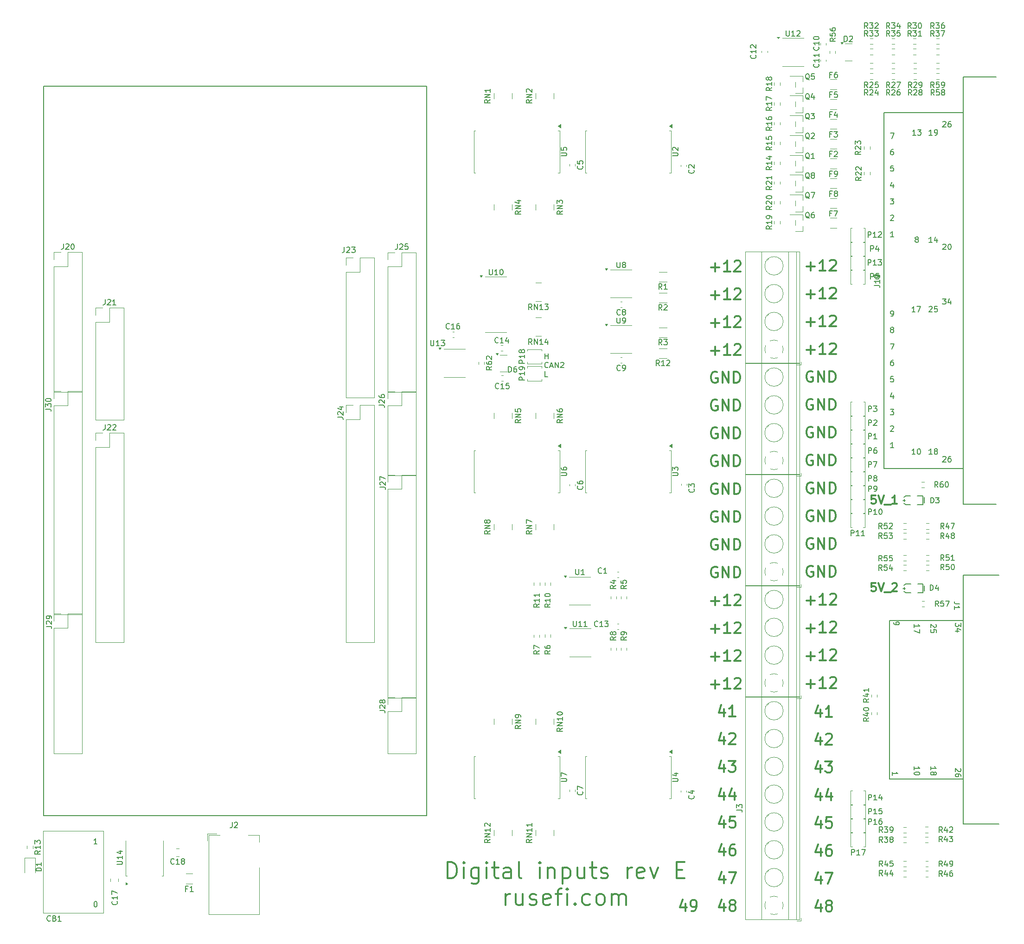
<source format=gto>
G04 #@! TF.GenerationSoftware,KiCad,Pcbnew,8.0.9-8.0.9-0~ubuntu24.04.1*
G04 #@! TF.CreationDate,2025-04-13T01:11:08+00:00*
G04 #@! TF.ProjectId,digital_inputs,64696769-7461-46c5-9f69-6e707574732e,D*
G04 #@! TF.SameCoordinates,PX791ddc0PYca2dd00*
G04 #@! TF.FileFunction,Legend,Top*
G04 #@! TF.FilePolarity,Positive*
%FSLAX46Y46*%
G04 Gerber Fmt 4.6, Leading zero omitted, Abs format (unit mm)*
G04 Created by KiCad (PCBNEW 8.0.9-8.0.9-0~ubuntu24.04.1) date 2025-04-13 01:11:08*
%MOMM*%
%LPD*%
G01*
G04 APERTURE LIST*
%ADD10C,0.150000*%
%ADD11C,0.300000*%
%ADD12C,0.120000*%
%ADD13C,0.127000*%
%ADD14C,0.200000*%
G04 APERTURE END LIST*
D10*
X7600000Y152900000D02*
X77500000Y152900000D01*
X77500000Y19600000D01*
X7600000Y19600000D01*
X7600000Y152900000D01*
D11*
X147986190Y100735124D02*
X147795714Y100830362D01*
X147795714Y100830362D02*
X147510000Y100830362D01*
X147510000Y100830362D02*
X147224285Y100735124D01*
X147224285Y100735124D02*
X147033809Y100544648D01*
X147033809Y100544648D02*
X146938571Y100354172D01*
X146938571Y100354172D02*
X146843333Y99973220D01*
X146843333Y99973220D02*
X146843333Y99687505D01*
X146843333Y99687505D02*
X146938571Y99306553D01*
X146938571Y99306553D02*
X147033809Y99116077D01*
X147033809Y99116077D02*
X147224285Y98925600D01*
X147224285Y98925600D02*
X147510000Y98830362D01*
X147510000Y98830362D02*
X147700476Y98830362D01*
X147700476Y98830362D02*
X147986190Y98925600D01*
X147986190Y98925600D02*
X148081428Y99020839D01*
X148081428Y99020839D02*
X148081428Y99687505D01*
X148081428Y99687505D02*
X147700476Y99687505D01*
X148938571Y98830362D02*
X148938571Y100830362D01*
X148938571Y100830362D02*
X150081428Y98830362D01*
X150081428Y98830362D02*
X150081428Y100830362D01*
X151033809Y98830362D02*
X151033809Y100830362D01*
X151033809Y100830362D02*
X151509999Y100830362D01*
X151509999Y100830362D02*
X151795714Y100735124D01*
X151795714Y100735124D02*
X151986190Y100544648D01*
X151986190Y100544648D02*
X152081428Y100354172D01*
X152081428Y100354172D02*
X152176666Y99973220D01*
X152176666Y99973220D02*
X152176666Y99687505D01*
X152176666Y99687505D02*
X152081428Y99306553D01*
X152081428Y99306553D02*
X151986190Y99116077D01*
X151986190Y99116077D02*
X151795714Y98925600D01*
X151795714Y98925600D02*
X151509999Y98830362D01*
X151509999Y98830362D02*
X151033809Y98830362D01*
X146868333Y48772267D02*
X148392143Y48772267D01*
X147630238Y48010362D02*
X147630238Y49534172D01*
X150392142Y48010362D02*
X149249285Y48010362D01*
X149820713Y48010362D02*
X149820713Y50010362D01*
X149820713Y50010362D02*
X149630237Y49724648D01*
X149630237Y49724648D02*
X149439761Y49534172D01*
X149439761Y49534172D02*
X149249285Y49438934D01*
X151154047Y49819886D02*
X151249285Y49915124D01*
X151249285Y49915124D02*
X151439761Y50010362D01*
X151439761Y50010362D02*
X151915952Y50010362D01*
X151915952Y50010362D02*
X152106428Y49915124D01*
X152106428Y49915124D02*
X152201666Y49819886D01*
X152201666Y49819886D02*
X152296904Y49629410D01*
X152296904Y49629410D02*
X152296904Y49438934D01*
X152296904Y49438934D02*
X152201666Y49153220D01*
X152201666Y49153220D02*
X151058809Y48010362D01*
X151058809Y48010362D02*
X152296904Y48010362D01*
X149428571Y39023696D02*
X149428571Y37690362D01*
X148952380Y39785600D02*
X148476190Y38357029D01*
X148476190Y38357029D02*
X149714285Y38357029D01*
X151523809Y37690362D02*
X150380952Y37690362D01*
X150952380Y37690362D02*
X150952380Y39690362D01*
X150952380Y39690362D02*
X150761904Y39404648D01*
X150761904Y39404648D02*
X150571428Y39214172D01*
X150571428Y39214172D02*
X150380952Y39118934D01*
X130581190Y65020124D02*
X130390714Y65115362D01*
X130390714Y65115362D02*
X130105000Y65115362D01*
X130105000Y65115362D02*
X129819285Y65020124D01*
X129819285Y65020124D02*
X129628809Y64829648D01*
X129628809Y64829648D02*
X129533571Y64639172D01*
X129533571Y64639172D02*
X129438333Y64258220D01*
X129438333Y64258220D02*
X129438333Y63972505D01*
X129438333Y63972505D02*
X129533571Y63591553D01*
X129533571Y63591553D02*
X129628809Y63401077D01*
X129628809Y63401077D02*
X129819285Y63210600D01*
X129819285Y63210600D02*
X130105000Y63115362D01*
X130105000Y63115362D02*
X130295476Y63115362D01*
X130295476Y63115362D02*
X130581190Y63210600D01*
X130581190Y63210600D02*
X130676428Y63305839D01*
X130676428Y63305839D02*
X130676428Y63972505D01*
X130676428Y63972505D02*
X130295476Y63972505D01*
X131533571Y63115362D02*
X131533571Y65115362D01*
X131533571Y65115362D02*
X132676428Y63115362D01*
X132676428Y63115362D02*
X132676428Y65115362D01*
X133628809Y63115362D02*
X133628809Y65115362D01*
X133628809Y65115362D02*
X134104999Y65115362D01*
X134104999Y65115362D02*
X134390714Y65020124D01*
X134390714Y65020124D02*
X134581190Y64829648D01*
X134581190Y64829648D02*
X134676428Y64639172D01*
X134676428Y64639172D02*
X134771666Y64258220D01*
X134771666Y64258220D02*
X134771666Y63972505D01*
X134771666Y63972505D02*
X134676428Y63591553D01*
X134676428Y63591553D02*
X134581190Y63401077D01*
X134581190Y63401077D02*
X134390714Y63210600D01*
X134390714Y63210600D02*
X134104999Y63115362D01*
X134104999Y63115362D02*
X133628809Y63115362D01*
X159468796Y78099172D02*
X158754510Y78099172D01*
X158754510Y78099172D02*
X158683082Y77384886D01*
X158683082Y77384886D02*
X158754510Y77456315D01*
X158754510Y77456315D02*
X158897368Y77527743D01*
X158897368Y77527743D02*
X159254510Y77527743D01*
X159254510Y77527743D02*
X159397368Y77456315D01*
X159397368Y77456315D02*
X159468796Y77384886D01*
X159468796Y77384886D02*
X159540225Y77242029D01*
X159540225Y77242029D02*
X159540225Y76884886D01*
X159540225Y76884886D02*
X159468796Y76742029D01*
X159468796Y76742029D02*
X159397368Y76670600D01*
X159397368Y76670600D02*
X159254510Y76599172D01*
X159254510Y76599172D02*
X158897368Y76599172D01*
X158897368Y76599172D02*
X158754510Y76670600D01*
X158754510Y76670600D02*
X158683082Y76742029D01*
X159968796Y78099172D02*
X160468796Y76599172D01*
X160468796Y76599172D02*
X160968796Y78099172D01*
X161111653Y76456315D02*
X162254510Y76456315D01*
X163397367Y76599172D02*
X162540224Y76599172D01*
X162968795Y76599172D02*
X162968795Y78099172D01*
X162968795Y78099172D02*
X162825938Y77884886D01*
X162825938Y77884886D02*
X162683081Y77742029D01*
X162683081Y77742029D02*
X162540224Y77670600D01*
X149453571Y13603696D02*
X149453571Y12270362D01*
X148977380Y14365600D02*
X148501190Y12937029D01*
X148501190Y12937029D02*
X149739285Y12937029D01*
X151358333Y14270362D02*
X150977380Y14270362D01*
X150977380Y14270362D02*
X150786904Y14175124D01*
X150786904Y14175124D02*
X150691666Y14079886D01*
X150691666Y14079886D02*
X150501190Y13794172D01*
X150501190Y13794172D02*
X150405952Y13413220D01*
X150405952Y13413220D02*
X150405952Y12651315D01*
X150405952Y12651315D02*
X150501190Y12460839D01*
X150501190Y12460839D02*
X150596428Y12365600D01*
X150596428Y12365600D02*
X150786904Y12270362D01*
X150786904Y12270362D02*
X151167857Y12270362D01*
X151167857Y12270362D02*
X151358333Y12365600D01*
X151358333Y12365600D02*
X151453571Y12460839D01*
X151453571Y12460839D02*
X151548809Y12651315D01*
X151548809Y12651315D02*
X151548809Y13127505D01*
X151548809Y13127505D02*
X151453571Y13317981D01*
X151453571Y13317981D02*
X151358333Y13413220D01*
X151358333Y13413220D02*
X151167857Y13508458D01*
X151167857Y13508458D02*
X150786904Y13508458D01*
X150786904Y13508458D02*
X150596428Y13413220D01*
X150596428Y13413220D02*
X150501190Y13317981D01*
X150501190Y13317981D02*
X150405952Y13127505D01*
X130581190Y80260124D02*
X130390714Y80355362D01*
X130390714Y80355362D02*
X130105000Y80355362D01*
X130105000Y80355362D02*
X129819285Y80260124D01*
X129819285Y80260124D02*
X129628809Y80069648D01*
X129628809Y80069648D02*
X129533571Y79879172D01*
X129533571Y79879172D02*
X129438333Y79498220D01*
X129438333Y79498220D02*
X129438333Y79212505D01*
X129438333Y79212505D02*
X129533571Y78831553D01*
X129533571Y78831553D02*
X129628809Y78641077D01*
X129628809Y78641077D02*
X129819285Y78450600D01*
X129819285Y78450600D02*
X130105000Y78355362D01*
X130105000Y78355362D02*
X130295476Y78355362D01*
X130295476Y78355362D02*
X130581190Y78450600D01*
X130581190Y78450600D02*
X130676428Y78545839D01*
X130676428Y78545839D02*
X130676428Y79212505D01*
X130676428Y79212505D02*
X130295476Y79212505D01*
X131533571Y78355362D02*
X131533571Y80355362D01*
X131533571Y80355362D02*
X132676428Y78355362D01*
X132676428Y78355362D02*
X132676428Y80355362D01*
X133628809Y78355362D02*
X133628809Y80355362D01*
X133628809Y80355362D02*
X134104999Y80355362D01*
X134104999Y80355362D02*
X134390714Y80260124D01*
X134390714Y80260124D02*
X134581190Y80069648D01*
X134581190Y80069648D02*
X134676428Y79879172D01*
X134676428Y79879172D02*
X134771666Y79498220D01*
X134771666Y79498220D02*
X134771666Y79212505D01*
X134771666Y79212505D02*
X134676428Y78831553D01*
X134676428Y78831553D02*
X134581190Y78641077D01*
X134581190Y78641077D02*
X134390714Y78450600D01*
X134390714Y78450600D02*
X134104999Y78355362D01*
X134104999Y78355362D02*
X133628809Y78355362D01*
X159468796Y62099172D02*
X158754510Y62099172D01*
X158754510Y62099172D02*
X158683082Y61384886D01*
X158683082Y61384886D02*
X158754510Y61456315D01*
X158754510Y61456315D02*
X158897368Y61527743D01*
X158897368Y61527743D02*
X159254510Y61527743D01*
X159254510Y61527743D02*
X159397368Y61456315D01*
X159397368Y61456315D02*
X159468796Y61384886D01*
X159468796Y61384886D02*
X159540225Y61242029D01*
X159540225Y61242029D02*
X159540225Y60884886D01*
X159540225Y60884886D02*
X159468796Y60742029D01*
X159468796Y60742029D02*
X159397368Y60670600D01*
X159397368Y60670600D02*
X159254510Y60599172D01*
X159254510Y60599172D02*
X158897368Y60599172D01*
X158897368Y60599172D02*
X158754510Y60670600D01*
X158754510Y60670600D02*
X158683082Y60742029D01*
X159968796Y62099172D02*
X160468796Y60599172D01*
X160468796Y60599172D02*
X160968796Y62099172D01*
X161111653Y60456315D02*
X162254510Y60456315D01*
X162540224Y61956315D02*
X162611652Y62027743D01*
X162611652Y62027743D02*
X162754510Y62099172D01*
X162754510Y62099172D02*
X163111652Y62099172D01*
X163111652Y62099172D02*
X163254510Y62027743D01*
X163254510Y62027743D02*
X163325938Y61956315D01*
X163325938Y61956315D02*
X163397367Y61813458D01*
X163397367Y61813458D02*
X163397367Y61670600D01*
X163397367Y61670600D02*
X163325938Y61456315D01*
X163325938Y61456315D02*
X162468795Y60599172D01*
X162468795Y60599172D02*
X163397367Y60599172D01*
X146868333Y43692267D02*
X148392143Y43692267D01*
X147630238Y42930362D02*
X147630238Y44454172D01*
X150392142Y42930362D02*
X149249285Y42930362D01*
X149820713Y42930362D02*
X149820713Y44930362D01*
X149820713Y44930362D02*
X149630237Y44644648D01*
X149630237Y44644648D02*
X149439761Y44454172D01*
X149439761Y44454172D02*
X149249285Y44358934D01*
X151154047Y44739886D02*
X151249285Y44835124D01*
X151249285Y44835124D02*
X151439761Y44930362D01*
X151439761Y44930362D02*
X151915952Y44930362D01*
X151915952Y44930362D02*
X152106428Y44835124D01*
X152106428Y44835124D02*
X152201666Y44739886D01*
X152201666Y44739886D02*
X152296904Y44549410D01*
X152296904Y44549410D02*
X152296904Y44358934D01*
X152296904Y44358934D02*
X152201666Y44073220D01*
X152201666Y44073220D02*
X151058809Y42930362D01*
X151058809Y42930362D02*
X152296904Y42930362D01*
X147986190Y95655124D02*
X147795714Y95750362D01*
X147795714Y95750362D02*
X147510000Y95750362D01*
X147510000Y95750362D02*
X147224285Y95655124D01*
X147224285Y95655124D02*
X147033809Y95464648D01*
X147033809Y95464648D02*
X146938571Y95274172D01*
X146938571Y95274172D02*
X146843333Y94893220D01*
X146843333Y94893220D02*
X146843333Y94607505D01*
X146843333Y94607505D02*
X146938571Y94226553D01*
X146938571Y94226553D02*
X147033809Y94036077D01*
X147033809Y94036077D02*
X147224285Y93845600D01*
X147224285Y93845600D02*
X147510000Y93750362D01*
X147510000Y93750362D02*
X147700476Y93750362D01*
X147700476Y93750362D02*
X147986190Y93845600D01*
X147986190Y93845600D02*
X148081428Y93940839D01*
X148081428Y93940839D02*
X148081428Y94607505D01*
X148081428Y94607505D02*
X147700476Y94607505D01*
X148938571Y93750362D02*
X148938571Y95750362D01*
X148938571Y95750362D02*
X150081428Y93750362D01*
X150081428Y93750362D02*
X150081428Y95750362D01*
X151033809Y93750362D02*
X151033809Y95750362D01*
X151033809Y95750362D02*
X151509999Y95750362D01*
X151509999Y95750362D02*
X151795714Y95655124D01*
X151795714Y95655124D02*
X151986190Y95464648D01*
X151986190Y95464648D02*
X152081428Y95274172D01*
X152081428Y95274172D02*
X152176666Y94893220D01*
X152176666Y94893220D02*
X152176666Y94607505D01*
X152176666Y94607505D02*
X152081428Y94226553D01*
X152081428Y94226553D02*
X151986190Y94036077D01*
X151986190Y94036077D02*
X151795714Y93845600D01*
X151795714Y93845600D02*
X151509999Y93750362D01*
X151509999Y93750362D02*
X151033809Y93750362D01*
X129413333Y119777267D02*
X130937143Y119777267D01*
X130175238Y119015362D02*
X130175238Y120539172D01*
X132937142Y119015362D02*
X131794285Y119015362D01*
X132365713Y119015362D02*
X132365713Y121015362D01*
X132365713Y121015362D02*
X132175237Y120729648D01*
X132175237Y120729648D02*
X131984761Y120539172D01*
X131984761Y120539172D02*
X131794285Y120443934D01*
X133699047Y120824886D02*
X133794285Y120920124D01*
X133794285Y120920124D02*
X133984761Y121015362D01*
X133984761Y121015362D02*
X134460952Y121015362D01*
X134460952Y121015362D02*
X134651428Y120920124D01*
X134651428Y120920124D02*
X134746666Y120824886D01*
X134746666Y120824886D02*
X134841904Y120634410D01*
X134841904Y120634410D02*
X134841904Y120443934D01*
X134841904Y120443934D02*
X134746666Y120158220D01*
X134746666Y120158220D02*
X133603809Y119015362D01*
X133603809Y119015362D02*
X134841904Y119015362D01*
X148011190Y65155124D02*
X147820714Y65250362D01*
X147820714Y65250362D02*
X147535000Y65250362D01*
X147535000Y65250362D02*
X147249285Y65155124D01*
X147249285Y65155124D02*
X147058809Y64964648D01*
X147058809Y64964648D02*
X146963571Y64774172D01*
X146963571Y64774172D02*
X146868333Y64393220D01*
X146868333Y64393220D02*
X146868333Y64107505D01*
X146868333Y64107505D02*
X146963571Y63726553D01*
X146963571Y63726553D02*
X147058809Y63536077D01*
X147058809Y63536077D02*
X147249285Y63345600D01*
X147249285Y63345600D02*
X147535000Y63250362D01*
X147535000Y63250362D02*
X147725476Y63250362D01*
X147725476Y63250362D02*
X148011190Y63345600D01*
X148011190Y63345600D02*
X148106428Y63440839D01*
X148106428Y63440839D02*
X148106428Y64107505D01*
X148106428Y64107505D02*
X147725476Y64107505D01*
X148963571Y63250362D02*
X148963571Y65250362D01*
X148963571Y65250362D02*
X150106428Y63250362D01*
X150106428Y63250362D02*
X150106428Y65250362D01*
X151058809Y63250362D02*
X151058809Y65250362D01*
X151058809Y65250362D02*
X151534999Y65250362D01*
X151534999Y65250362D02*
X151820714Y65155124D01*
X151820714Y65155124D02*
X152011190Y64964648D01*
X152011190Y64964648D02*
X152106428Y64774172D01*
X152106428Y64774172D02*
X152201666Y64393220D01*
X152201666Y64393220D02*
X152201666Y64107505D01*
X152201666Y64107505D02*
X152106428Y63726553D01*
X152106428Y63726553D02*
X152011190Y63536077D01*
X152011190Y63536077D02*
X151820714Y63345600D01*
X151820714Y63345600D02*
X151534999Y63250362D01*
X151534999Y63250362D02*
X151058809Y63250362D01*
X149428571Y28863696D02*
X149428571Y27530362D01*
X148952380Y29625600D02*
X148476190Y28197029D01*
X148476190Y28197029D02*
X149714285Y28197029D01*
X150285714Y29530362D02*
X151523809Y29530362D01*
X151523809Y29530362D02*
X150857142Y28768458D01*
X150857142Y28768458D02*
X151142857Y28768458D01*
X151142857Y28768458D02*
X151333333Y28673220D01*
X151333333Y28673220D02*
X151428571Y28577981D01*
X151428571Y28577981D02*
X151523809Y28387505D01*
X151523809Y28387505D02*
X151523809Y27911315D01*
X151523809Y27911315D02*
X151428571Y27720839D01*
X151428571Y27720839D02*
X151333333Y27625600D01*
X151333333Y27625600D02*
X151142857Y27530362D01*
X151142857Y27530362D02*
X150571428Y27530362D01*
X150571428Y27530362D02*
X150380952Y27625600D01*
X150380952Y27625600D02*
X150285714Y27720839D01*
X130556190Y95520124D02*
X130365714Y95615362D01*
X130365714Y95615362D02*
X130080000Y95615362D01*
X130080000Y95615362D02*
X129794285Y95520124D01*
X129794285Y95520124D02*
X129603809Y95329648D01*
X129603809Y95329648D02*
X129508571Y95139172D01*
X129508571Y95139172D02*
X129413333Y94758220D01*
X129413333Y94758220D02*
X129413333Y94472505D01*
X129413333Y94472505D02*
X129508571Y94091553D01*
X129508571Y94091553D02*
X129603809Y93901077D01*
X129603809Y93901077D02*
X129794285Y93710600D01*
X129794285Y93710600D02*
X130080000Y93615362D01*
X130080000Y93615362D02*
X130270476Y93615362D01*
X130270476Y93615362D02*
X130556190Y93710600D01*
X130556190Y93710600D02*
X130651428Y93805839D01*
X130651428Y93805839D02*
X130651428Y94472505D01*
X130651428Y94472505D02*
X130270476Y94472505D01*
X131508571Y93615362D02*
X131508571Y95615362D01*
X131508571Y95615362D02*
X132651428Y93615362D01*
X132651428Y93615362D02*
X132651428Y95615362D01*
X133603809Y93615362D02*
X133603809Y95615362D01*
X133603809Y95615362D02*
X134079999Y95615362D01*
X134079999Y95615362D02*
X134365714Y95520124D01*
X134365714Y95520124D02*
X134556190Y95329648D01*
X134556190Y95329648D02*
X134651428Y95139172D01*
X134651428Y95139172D02*
X134746666Y94758220D01*
X134746666Y94758220D02*
X134746666Y94472505D01*
X134746666Y94472505D02*
X134651428Y94091553D01*
X134651428Y94091553D02*
X134556190Y93901077D01*
X134556190Y93901077D02*
X134365714Y93710600D01*
X134365714Y93710600D02*
X134079999Y93615362D01*
X134079999Y93615362D02*
X133603809Y93615362D01*
X131803571Y39103696D02*
X131803571Y37770362D01*
X131327380Y39865600D02*
X130851190Y38437029D01*
X130851190Y38437029D02*
X132089285Y38437029D01*
X133898809Y37770362D02*
X132755952Y37770362D01*
X133327380Y37770362D02*
X133327380Y39770362D01*
X133327380Y39770362D02*
X133136904Y39484648D01*
X133136904Y39484648D02*
X132946428Y39294172D01*
X132946428Y39294172D02*
X132755952Y39198934D01*
X148011190Y75315124D02*
X147820714Y75410362D01*
X147820714Y75410362D02*
X147535000Y75410362D01*
X147535000Y75410362D02*
X147249285Y75315124D01*
X147249285Y75315124D02*
X147058809Y75124648D01*
X147058809Y75124648D02*
X146963571Y74934172D01*
X146963571Y74934172D02*
X146868333Y74553220D01*
X146868333Y74553220D02*
X146868333Y74267505D01*
X146868333Y74267505D02*
X146963571Y73886553D01*
X146963571Y73886553D02*
X147058809Y73696077D01*
X147058809Y73696077D02*
X147249285Y73505600D01*
X147249285Y73505600D02*
X147535000Y73410362D01*
X147535000Y73410362D02*
X147725476Y73410362D01*
X147725476Y73410362D02*
X148011190Y73505600D01*
X148011190Y73505600D02*
X148106428Y73600839D01*
X148106428Y73600839D02*
X148106428Y74267505D01*
X148106428Y74267505D02*
X147725476Y74267505D01*
X148963571Y73410362D02*
X148963571Y75410362D01*
X148963571Y75410362D02*
X150106428Y73410362D01*
X150106428Y73410362D02*
X150106428Y75410362D01*
X151058809Y73410362D02*
X151058809Y75410362D01*
X151058809Y75410362D02*
X151534999Y75410362D01*
X151534999Y75410362D02*
X151820714Y75315124D01*
X151820714Y75315124D02*
X152011190Y75124648D01*
X152011190Y75124648D02*
X152106428Y74934172D01*
X152106428Y74934172D02*
X152201666Y74553220D01*
X152201666Y74553220D02*
X152201666Y74267505D01*
X152201666Y74267505D02*
X152106428Y73886553D01*
X152106428Y73886553D02*
X152011190Y73696077D01*
X152011190Y73696077D02*
X151820714Y73505600D01*
X151820714Y73505600D02*
X151534999Y73410362D01*
X151534999Y73410362D02*
X151058809Y73410362D01*
X146868333Y53852267D02*
X148392143Y53852267D01*
X147630238Y53090362D02*
X147630238Y54614172D01*
X150392142Y53090362D02*
X149249285Y53090362D01*
X149820713Y53090362D02*
X149820713Y55090362D01*
X149820713Y55090362D02*
X149630237Y54804648D01*
X149630237Y54804648D02*
X149439761Y54614172D01*
X149439761Y54614172D02*
X149249285Y54518934D01*
X151154047Y54899886D02*
X151249285Y54995124D01*
X151249285Y54995124D02*
X151439761Y55090362D01*
X151439761Y55090362D02*
X151915952Y55090362D01*
X151915952Y55090362D02*
X152106428Y54995124D01*
X152106428Y54995124D02*
X152201666Y54899886D01*
X152201666Y54899886D02*
X152296904Y54709410D01*
X152296904Y54709410D02*
X152296904Y54518934D01*
X152296904Y54518934D02*
X152201666Y54233220D01*
X152201666Y54233220D02*
X151058809Y53090362D01*
X151058809Y53090362D02*
X152296904Y53090362D01*
X131803571Y23863696D02*
X131803571Y22530362D01*
X131327380Y24625600D02*
X130851190Y23197029D01*
X130851190Y23197029D02*
X132089285Y23197029D01*
X133708333Y23863696D02*
X133708333Y22530362D01*
X133232142Y24625600D02*
X132755952Y23197029D01*
X132755952Y23197029D02*
X133994047Y23197029D01*
X149453571Y8523696D02*
X149453571Y7190362D01*
X148977380Y9285600D02*
X148501190Y7857029D01*
X148501190Y7857029D02*
X149739285Y7857029D01*
X150310714Y9190362D02*
X151644047Y9190362D01*
X151644047Y9190362D02*
X150786904Y7190362D01*
X148011190Y80395124D02*
X147820714Y80490362D01*
X147820714Y80490362D02*
X147535000Y80490362D01*
X147535000Y80490362D02*
X147249285Y80395124D01*
X147249285Y80395124D02*
X147058809Y80204648D01*
X147058809Y80204648D02*
X146963571Y80014172D01*
X146963571Y80014172D02*
X146868333Y79633220D01*
X146868333Y79633220D02*
X146868333Y79347505D01*
X146868333Y79347505D02*
X146963571Y78966553D01*
X146963571Y78966553D02*
X147058809Y78776077D01*
X147058809Y78776077D02*
X147249285Y78585600D01*
X147249285Y78585600D02*
X147535000Y78490362D01*
X147535000Y78490362D02*
X147725476Y78490362D01*
X147725476Y78490362D02*
X148011190Y78585600D01*
X148011190Y78585600D02*
X148106428Y78680839D01*
X148106428Y78680839D02*
X148106428Y79347505D01*
X148106428Y79347505D02*
X147725476Y79347505D01*
X148963571Y78490362D02*
X148963571Y80490362D01*
X148963571Y80490362D02*
X150106428Y78490362D01*
X150106428Y78490362D02*
X150106428Y80490362D01*
X151058809Y78490362D02*
X151058809Y80490362D01*
X151058809Y80490362D02*
X151534999Y80490362D01*
X151534999Y80490362D02*
X151820714Y80395124D01*
X151820714Y80395124D02*
X152011190Y80204648D01*
X152011190Y80204648D02*
X152106428Y80014172D01*
X152106428Y80014172D02*
X152201666Y79633220D01*
X152201666Y79633220D02*
X152201666Y79347505D01*
X152201666Y79347505D02*
X152106428Y78966553D01*
X152106428Y78966553D02*
X152011190Y78776077D01*
X152011190Y78776077D02*
X151820714Y78585600D01*
X151820714Y78585600D02*
X151534999Y78490362D01*
X151534999Y78490362D02*
X151058809Y78490362D01*
X130556190Y100600124D02*
X130365714Y100695362D01*
X130365714Y100695362D02*
X130080000Y100695362D01*
X130080000Y100695362D02*
X129794285Y100600124D01*
X129794285Y100600124D02*
X129603809Y100409648D01*
X129603809Y100409648D02*
X129508571Y100219172D01*
X129508571Y100219172D02*
X129413333Y99838220D01*
X129413333Y99838220D02*
X129413333Y99552505D01*
X129413333Y99552505D02*
X129508571Y99171553D01*
X129508571Y99171553D02*
X129603809Y98981077D01*
X129603809Y98981077D02*
X129794285Y98790600D01*
X129794285Y98790600D02*
X130080000Y98695362D01*
X130080000Y98695362D02*
X130270476Y98695362D01*
X130270476Y98695362D02*
X130556190Y98790600D01*
X130556190Y98790600D02*
X130651428Y98885839D01*
X130651428Y98885839D02*
X130651428Y99552505D01*
X130651428Y99552505D02*
X130270476Y99552505D01*
X131508571Y98695362D02*
X131508571Y100695362D01*
X131508571Y100695362D02*
X132651428Y98695362D01*
X132651428Y98695362D02*
X132651428Y100695362D01*
X133603809Y98695362D02*
X133603809Y100695362D01*
X133603809Y100695362D02*
X134079999Y100695362D01*
X134079999Y100695362D02*
X134365714Y100600124D01*
X134365714Y100600124D02*
X134556190Y100409648D01*
X134556190Y100409648D02*
X134651428Y100219172D01*
X134651428Y100219172D02*
X134746666Y99838220D01*
X134746666Y99838220D02*
X134746666Y99552505D01*
X134746666Y99552505D02*
X134651428Y99171553D01*
X134651428Y99171553D02*
X134556190Y98981077D01*
X134556190Y98981077D02*
X134365714Y98790600D01*
X134365714Y98790600D02*
X134079999Y98695362D01*
X134079999Y98695362D02*
X133603809Y98695362D01*
X130556190Y90440124D02*
X130365714Y90535362D01*
X130365714Y90535362D02*
X130080000Y90535362D01*
X130080000Y90535362D02*
X129794285Y90440124D01*
X129794285Y90440124D02*
X129603809Y90249648D01*
X129603809Y90249648D02*
X129508571Y90059172D01*
X129508571Y90059172D02*
X129413333Y89678220D01*
X129413333Y89678220D02*
X129413333Y89392505D01*
X129413333Y89392505D02*
X129508571Y89011553D01*
X129508571Y89011553D02*
X129603809Y88821077D01*
X129603809Y88821077D02*
X129794285Y88630600D01*
X129794285Y88630600D02*
X130080000Y88535362D01*
X130080000Y88535362D02*
X130270476Y88535362D01*
X130270476Y88535362D02*
X130556190Y88630600D01*
X130556190Y88630600D02*
X130651428Y88725839D01*
X130651428Y88725839D02*
X130651428Y89392505D01*
X130651428Y89392505D02*
X130270476Y89392505D01*
X131508571Y88535362D02*
X131508571Y90535362D01*
X131508571Y90535362D02*
X132651428Y88535362D01*
X132651428Y88535362D02*
X132651428Y90535362D01*
X133603809Y88535362D02*
X133603809Y90535362D01*
X133603809Y90535362D02*
X134079999Y90535362D01*
X134079999Y90535362D02*
X134365714Y90440124D01*
X134365714Y90440124D02*
X134556190Y90249648D01*
X134556190Y90249648D02*
X134651428Y90059172D01*
X134651428Y90059172D02*
X134746666Y89678220D01*
X134746666Y89678220D02*
X134746666Y89392505D01*
X134746666Y89392505D02*
X134651428Y89011553D01*
X134651428Y89011553D02*
X134556190Y88821077D01*
X134556190Y88821077D02*
X134365714Y88630600D01*
X134365714Y88630600D02*
X134079999Y88535362D01*
X134079999Y88535362D02*
X133603809Y88535362D01*
X131803571Y28943696D02*
X131803571Y27610362D01*
X131327380Y29705600D02*
X130851190Y28277029D01*
X130851190Y28277029D02*
X132089285Y28277029D01*
X132660714Y29610362D02*
X133898809Y29610362D01*
X133898809Y29610362D02*
X133232142Y28848458D01*
X133232142Y28848458D02*
X133517857Y28848458D01*
X133517857Y28848458D02*
X133708333Y28753220D01*
X133708333Y28753220D02*
X133803571Y28657981D01*
X133803571Y28657981D02*
X133898809Y28467505D01*
X133898809Y28467505D02*
X133898809Y27991315D01*
X133898809Y27991315D02*
X133803571Y27800839D01*
X133803571Y27800839D02*
X133708333Y27705600D01*
X133708333Y27705600D02*
X133517857Y27610362D01*
X133517857Y27610362D02*
X132946428Y27610362D01*
X132946428Y27610362D02*
X132755952Y27705600D01*
X132755952Y27705600D02*
X132660714Y27800839D01*
X146843333Y114832267D02*
X148367143Y114832267D01*
X147605238Y114070362D02*
X147605238Y115594172D01*
X150367142Y114070362D02*
X149224285Y114070362D01*
X149795713Y114070362D02*
X149795713Y116070362D01*
X149795713Y116070362D02*
X149605237Y115784648D01*
X149605237Y115784648D02*
X149414761Y115594172D01*
X149414761Y115594172D02*
X149224285Y115498934D01*
X151129047Y115879886D02*
X151224285Y115975124D01*
X151224285Y115975124D02*
X151414761Y116070362D01*
X151414761Y116070362D02*
X151890952Y116070362D01*
X151890952Y116070362D02*
X152081428Y115975124D01*
X152081428Y115975124D02*
X152176666Y115879886D01*
X152176666Y115879886D02*
X152271904Y115689410D01*
X152271904Y115689410D02*
X152271904Y115498934D01*
X152271904Y115498934D02*
X152176666Y115213220D01*
X152176666Y115213220D02*
X151033809Y114070362D01*
X151033809Y114070362D02*
X152271904Y114070362D01*
X147986190Y90575124D02*
X147795714Y90670362D01*
X147795714Y90670362D02*
X147510000Y90670362D01*
X147510000Y90670362D02*
X147224285Y90575124D01*
X147224285Y90575124D02*
X147033809Y90384648D01*
X147033809Y90384648D02*
X146938571Y90194172D01*
X146938571Y90194172D02*
X146843333Y89813220D01*
X146843333Y89813220D02*
X146843333Y89527505D01*
X146843333Y89527505D02*
X146938571Y89146553D01*
X146938571Y89146553D02*
X147033809Y88956077D01*
X147033809Y88956077D02*
X147224285Y88765600D01*
X147224285Y88765600D02*
X147510000Y88670362D01*
X147510000Y88670362D02*
X147700476Y88670362D01*
X147700476Y88670362D02*
X147986190Y88765600D01*
X147986190Y88765600D02*
X148081428Y88860839D01*
X148081428Y88860839D02*
X148081428Y89527505D01*
X148081428Y89527505D02*
X147700476Y89527505D01*
X148938571Y88670362D02*
X148938571Y90670362D01*
X148938571Y90670362D02*
X150081428Y88670362D01*
X150081428Y88670362D02*
X150081428Y90670362D01*
X151033809Y88670362D02*
X151033809Y90670362D01*
X151033809Y90670362D02*
X151509999Y90670362D01*
X151509999Y90670362D02*
X151795714Y90575124D01*
X151795714Y90575124D02*
X151986190Y90384648D01*
X151986190Y90384648D02*
X152081428Y90194172D01*
X152081428Y90194172D02*
X152176666Y89813220D01*
X152176666Y89813220D02*
X152176666Y89527505D01*
X152176666Y89527505D02*
X152081428Y89146553D01*
X152081428Y89146553D02*
X151986190Y88956077D01*
X151986190Y88956077D02*
X151795714Y88765600D01*
X151795714Y88765600D02*
X151509999Y88670362D01*
X151509999Y88670362D02*
X151033809Y88670362D01*
X129438333Y58797267D02*
X130962143Y58797267D01*
X130200238Y58035362D02*
X130200238Y59559172D01*
X132962142Y58035362D02*
X131819285Y58035362D01*
X132390713Y58035362D02*
X132390713Y60035362D01*
X132390713Y60035362D02*
X132200237Y59749648D01*
X132200237Y59749648D02*
X132009761Y59559172D01*
X132009761Y59559172D02*
X131819285Y59463934D01*
X133724047Y59844886D02*
X133819285Y59940124D01*
X133819285Y59940124D02*
X134009761Y60035362D01*
X134009761Y60035362D02*
X134485952Y60035362D01*
X134485952Y60035362D02*
X134676428Y59940124D01*
X134676428Y59940124D02*
X134771666Y59844886D01*
X134771666Y59844886D02*
X134866904Y59654410D01*
X134866904Y59654410D02*
X134866904Y59463934D01*
X134866904Y59463934D02*
X134771666Y59178220D01*
X134771666Y59178220D02*
X133628809Y58035362D01*
X133628809Y58035362D02*
X134866904Y58035362D01*
X149453571Y3443696D02*
X149453571Y2110362D01*
X148977380Y4205600D02*
X148501190Y2777029D01*
X148501190Y2777029D02*
X149739285Y2777029D01*
X150786904Y3253220D02*
X150596428Y3348458D01*
X150596428Y3348458D02*
X150501190Y3443696D01*
X150501190Y3443696D02*
X150405952Y3634172D01*
X150405952Y3634172D02*
X150405952Y3729410D01*
X150405952Y3729410D02*
X150501190Y3919886D01*
X150501190Y3919886D02*
X150596428Y4015124D01*
X150596428Y4015124D02*
X150786904Y4110362D01*
X150786904Y4110362D02*
X151167857Y4110362D01*
X151167857Y4110362D02*
X151358333Y4015124D01*
X151358333Y4015124D02*
X151453571Y3919886D01*
X151453571Y3919886D02*
X151548809Y3729410D01*
X151548809Y3729410D02*
X151548809Y3634172D01*
X151548809Y3634172D02*
X151453571Y3443696D01*
X151453571Y3443696D02*
X151358333Y3348458D01*
X151358333Y3348458D02*
X151167857Y3253220D01*
X151167857Y3253220D02*
X150786904Y3253220D01*
X150786904Y3253220D02*
X150596428Y3157981D01*
X150596428Y3157981D02*
X150501190Y3062743D01*
X150501190Y3062743D02*
X150405952Y2872267D01*
X150405952Y2872267D02*
X150405952Y2491315D01*
X150405952Y2491315D02*
X150501190Y2300839D01*
X150501190Y2300839D02*
X150596428Y2205600D01*
X150596428Y2205600D02*
X150786904Y2110362D01*
X150786904Y2110362D02*
X151167857Y2110362D01*
X151167857Y2110362D02*
X151358333Y2205600D01*
X151358333Y2205600D02*
X151453571Y2300839D01*
X151453571Y2300839D02*
X151548809Y2491315D01*
X151548809Y2491315D02*
X151548809Y2872267D01*
X151548809Y2872267D02*
X151453571Y3062743D01*
X151453571Y3062743D02*
X151358333Y3157981D01*
X151358333Y3157981D02*
X151167857Y3253220D01*
X131828571Y8603696D02*
X131828571Y7270362D01*
X131352380Y9365600D02*
X130876190Y7937029D01*
X130876190Y7937029D02*
X132114285Y7937029D01*
X132685714Y9270362D02*
X134019047Y9270362D01*
X134019047Y9270362D02*
X133161904Y7270362D01*
X81328571Y8142659D02*
X81328571Y11142659D01*
X81328571Y11142659D02*
X82042857Y11142659D01*
X82042857Y11142659D02*
X82471428Y10999802D01*
X82471428Y10999802D02*
X82757143Y10714088D01*
X82757143Y10714088D02*
X82900000Y10428374D01*
X82900000Y10428374D02*
X83042857Y9856945D01*
X83042857Y9856945D02*
X83042857Y9428374D01*
X83042857Y9428374D02*
X82900000Y8856945D01*
X82900000Y8856945D02*
X82757143Y8571231D01*
X82757143Y8571231D02*
X82471428Y8285516D01*
X82471428Y8285516D02*
X82042857Y8142659D01*
X82042857Y8142659D02*
X81328571Y8142659D01*
X84328571Y8142659D02*
X84328571Y10142659D01*
X84328571Y11142659D02*
X84185714Y10999802D01*
X84185714Y10999802D02*
X84328571Y10856945D01*
X84328571Y10856945D02*
X84471428Y10999802D01*
X84471428Y10999802D02*
X84328571Y11142659D01*
X84328571Y11142659D02*
X84328571Y10856945D01*
X87042857Y10142659D02*
X87042857Y7714088D01*
X87042857Y7714088D02*
X86899999Y7428374D01*
X86899999Y7428374D02*
X86757142Y7285516D01*
X86757142Y7285516D02*
X86471428Y7142659D01*
X86471428Y7142659D02*
X86042857Y7142659D01*
X86042857Y7142659D02*
X85757142Y7285516D01*
X87042857Y8285516D02*
X86757142Y8142659D01*
X86757142Y8142659D02*
X86185714Y8142659D01*
X86185714Y8142659D02*
X85899999Y8285516D01*
X85899999Y8285516D02*
X85757142Y8428374D01*
X85757142Y8428374D02*
X85614285Y8714088D01*
X85614285Y8714088D02*
X85614285Y9571231D01*
X85614285Y9571231D02*
X85757142Y9856945D01*
X85757142Y9856945D02*
X85899999Y9999802D01*
X85899999Y9999802D02*
X86185714Y10142659D01*
X86185714Y10142659D02*
X86757142Y10142659D01*
X86757142Y10142659D02*
X87042857Y9999802D01*
X88471428Y8142659D02*
X88471428Y10142659D01*
X88471428Y11142659D02*
X88328571Y10999802D01*
X88328571Y10999802D02*
X88471428Y10856945D01*
X88471428Y10856945D02*
X88614285Y10999802D01*
X88614285Y10999802D02*
X88471428Y11142659D01*
X88471428Y11142659D02*
X88471428Y10856945D01*
X89471428Y10142659D02*
X90614285Y10142659D01*
X89899999Y11142659D02*
X89899999Y8571231D01*
X89899999Y8571231D02*
X90042856Y8285516D01*
X90042856Y8285516D02*
X90328571Y8142659D01*
X90328571Y8142659D02*
X90614285Y8142659D01*
X92900000Y8142659D02*
X92900000Y9714088D01*
X92900000Y9714088D02*
X92757142Y9999802D01*
X92757142Y9999802D02*
X92471428Y10142659D01*
X92471428Y10142659D02*
X91900000Y10142659D01*
X91900000Y10142659D02*
X91614285Y9999802D01*
X92900000Y8285516D02*
X92614285Y8142659D01*
X92614285Y8142659D02*
X91900000Y8142659D01*
X91900000Y8142659D02*
X91614285Y8285516D01*
X91614285Y8285516D02*
X91471428Y8571231D01*
X91471428Y8571231D02*
X91471428Y8856945D01*
X91471428Y8856945D02*
X91614285Y9142659D01*
X91614285Y9142659D02*
X91900000Y9285516D01*
X91900000Y9285516D02*
X92614285Y9285516D01*
X92614285Y9285516D02*
X92900000Y9428374D01*
X94757143Y8142659D02*
X94471428Y8285516D01*
X94471428Y8285516D02*
X94328571Y8571231D01*
X94328571Y8571231D02*
X94328571Y11142659D01*
X98185714Y8142659D02*
X98185714Y10142659D01*
X98185714Y11142659D02*
X98042857Y10999802D01*
X98042857Y10999802D02*
X98185714Y10856945D01*
X98185714Y10856945D02*
X98328571Y10999802D01*
X98328571Y10999802D02*
X98185714Y11142659D01*
X98185714Y11142659D02*
X98185714Y10856945D01*
X99614285Y10142659D02*
X99614285Y8142659D01*
X99614285Y9856945D02*
X99757142Y9999802D01*
X99757142Y9999802D02*
X100042857Y10142659D01*
X100042857Y10142659D02*
X100471428Y10142659D01*
X100471428Y10142659D02*
X100757142Y9999802D01*
X100757142Y9999802D02*
X100900000Y9714088D01*
X100900000Y9714088D02*
X100900000Y8142659D01*
X102328571Y10142659D02*
X102328571Y7142659D01*
X102328571Y9999802D02*
X102614286Y10142659D01*
X102614286Y10142659D02*
X103185714Y10142659D01*
X103185714Y10142659D02*
X103471428Y9999802D01*
X103471428Y9999802D02*
X103614286Y9856945D01*
X103614286Y9856945D02*
X103757143Y9571231D01*
X103757143Y9571231D02*
X103757143Y8714088D01*
X103757143Y8714088D02*
X103614286Y8428374D01*
X103614286Y8428374D02*
X103471428Y8285516D01*
X103471428Y8285516D02*
X103185714Y8142659D01*
X103185714Y8142659D02*
X102614286Y8142659D01*
X102614286Y8142659D02*
X102328571Y8285516D01*
X106328572Y10142659D02*
X106328572Y8142659D01*
X105042857Y10142659D02*
X105042857Y8571231D01*
X105042857Y8571231D02*
X105185714Y8285516D01*
X105185714Y8285516D02*
X105471429Y8142659D01*
X105471429Y8142659D02*
X105900000Y8142659D01*
X105900000Y8142659D02*
X106185714Y8285516D01*
X106185714Y8285516D02*
X106328572Y8428374D01*
X107328572Y10142659D02*
X108471429Y10142659D01*
X107757143Y11142659D02*
X107757143Y8571231D01*
X107757143Y8571231D02*
X107900000Y8285516D01*
X107900000Y8285516D02*
X108185715Y8142659D01*
X108185715Y8142659D02*
X108471429Y8142659D01*
X109328572Y8285516D02*
X109614286Y8142659D01*
X109614286Y8142659D02*
X110185715Y8142659D01*
X110185715Y8142659D02*
X110471429Y8285516D01*
X110471429Y8285516D02*
X110614286Y8571231D01*
X110614286Y8571231D02*
X110614286Y8714088D01*
X110614286Y8714088D02*
X110471429Y8999802D01*
X110471429Y8999802D02*
X110185715Y9142659D01*
X110185715Y9142659D02*
X109757144Y9142659D01*
X109757144Y9142659D02*
X109471429Y9285516D01*
X109471429Y9285516D02*
X109328572Y9571231D01*
X109328572Y9571231D02*
X109328572Y9714088D01*
X109328572Y9714088D02*
X109471429Y9999802D01*
X109471429Y9999802D02*
X109757144Y10142659D01*
X109757144Y10142659D02*
X110185715Y10142659D01*
X110185715Y10142659D02*
X110471429Y9999802D01*
X114185714Y8142659D02*
X114185714Y10142659D01*
X114185714Y9571231D02*
X114328571Y9856945D01*
X114328571Y9856945D02*
X114471429Y9999802D01*
X114471429Y9999802D02*
X114757143Y10142659D01*
X114757143Y10142659D02*
X115042857Y10142659D01*
X117185714Y8285516D02*
X116900000Y8142659D01*
X116900000Y8142659D02*
X116328572Y8142659D01*
X116328572Y8142659D02*
X116042857Y8285516D01*
X116042857Y8285516D02*
X115900000Y8571231D01*
X115900000Y8571231D02*
X115900000Y9714088D01*
X115900000Y9714088D02*
X116042857Y9999802D01*
X116042857Y9999802D02*
X116328572Y10142659D01*
X116328572Y10142659D02*
X116900000Y10142659D01*
X116900000Y10142659D02*
X117185714Y9999802D01*
X117185714Y9999802D02*
X117328572Y9714088D01*
X117328572Y9714088D02*
X117328572Y9428374D01*
X117328572Y9428374D02*
X115900000Y9142659D01*
X118328572Y10142659D02*
X119042858Y8142659D01*
X119042858Y8142659D02*
X119757143Y10142659D01*
X123185714Y9714088D02*
X124185714Y9714088D01*
X124614286Y8142659D02*
X123185714Y8142659D01*
X123185714Y8142659D02*
X123185714Y11142659D01*
X123185714Y11142659D02*
X124614286Y11142659D01*
X91899999Y3312827D02*
X91899999Y5312827D01*
X91899999Y4741399D02*
X92042856Y5027113D01*
X92042856Y5027113D02*
X92185714Y5169970D01*
X92185714Y5169970D02*
X92471428Y5312827D01*
X92471428Y5312827D02*
X92757142Y5312827D01*
X95042857Y5312827D02*
X95042857Y3312827D01*
X93757142Y5312827D02*
X93757142Y3741399D01*
X93757142Y3741399D02*
X93899999Y3455684D01*
X93899999Y3455684D02*
X94185714Y3312827D01*
X94185714Y3312827D02*
X94614285Y3312827D01*
X94614285Y3312827D02*
X94899999Y3455684D01*
X94899999Y3455684D02*
X95042857Y3598542D01*
X96328571Y3455684D02*
X96614285Y3312827D01*
X96614285Y3312827D02*
X97185714Y3312827D01*
X97185714Y3312827D02*
X97471428Y3455684D01*
X97471428Y3455684D02*
X97614285Y3741399D01*
X97614285Y3741399D02*
X97614285Y3884256D01*
X97614285Y3884256D02*
X97471428Y4169970D01*
X97471428Y4169970D02*
X97185714Y4312827D01*
X97185714Y4312827D02*
X96757143Y4312827D01*
X96757143Y4312827D02*
X96471428Y4455684D01*
X96471428Y4455684D02*
X96328571Y4741399D01*
X96328571Y4741399D02*
X96328571Y4884256D01*
X96328571Y4884256D02*
X96471428Y5169970D01*
X96471428Y5169970D02*
X96757143Y5312827D01*
X96757143Y5312827D02*
X97185714Y5312827D01*
X97185714Y5312827D02*
X97471428Y5169970D01*
X100042856Y3455684D02*
X99757142Y3312827D01*
X99757142Y3312827D02*
X99185714Y3312827D01*
X99185714Y3312827D02*
X98899999Y3455684D01*
X98899999Y3455684D02*
X98757142Y3741399D01*
X98757142Y3741399D02*
X98757142Y4884256D01*
X98757142Y4884256D02*
X98899999Y5169970D01*
X98899999Y5169970D02*
X99185714Y5312827D01*
X99185714Y5312827D02*
X99757142Y5312827D01*
X99757142Y5312827D02*
X100042856Y5169970D01*
X100042856Y5169970D02*
X100185714Y4884256D01*
X100185714Y4884256D02*
X100185714Y4598542D01*
X100185714Y4598542D02*
X98757142Y4312827D01*
X101042857Y5312827D02*
X102185714Y5312827D01*
X101471428Y3312827D02*
X101471428Y5884256D01*
X101471428Y5884256D02*
X101614285Y6169970D01*
X101614285Y6169970D02*
X101900000Y6312827D01*
X101900000Y6312827D02*
X102185714Y6312827D01*
X103185714Y3312827D02*
X103185714Y5312827D01*
X103185714Y6312827D02*
X103042857Y6169970D01*
X103042857Y6169970D02*
X103185714Y6027113D01*
X103185714Y6027113D02*
X103328571Y6169970D01*
X103328571Y6169970D02*
X103185714Y6312827D01*
X103185714Y6312827D02*
X103185714Y6027113D01*
X104614285Y3598542D02*
X104757142Y3455684D01*
X104757142Y3455684D02*
X104614285Y3312827D01*
X104614285Y3312827D02*
X104471428Y3455684D01*
X104471428Y3455684D02*
X104614285Y3598542D01*
X104614285Y3598542D02*
X104614285Y3312827D01*
X107328571Y3455684D02*
X107042856Y3312827D01*
X107042856Y3312827D02*
X106471428Y3312827D01*
X106471428Y3312827D02*
X106185713Y3455684D01*
X106185713Y3455684D02*
X106042856Y3598542D01*
X106042856Y3598542D02*
X105899999Y3884256D01*
X105899999Y3884256D02*
X105899999Y4741399D01*
X105899999Y4741399D02*
X106042856Y5027113D01*
X106042856Y5027113D02*
X106185713Y5169970D01*
X106185713Y5169970D02*
X106471428Y5312827D01*
X106471428Y5312827D02*
X107042856Y5312827D01*
X107042856Y5312827D02*
X107328571Y5169970D01*
X109042857Y3312827D02*
X108757142Y3455684D01*
X108757142Y3455684D02*
X108614285Y3598542D01*
X108614285Y3598542D02*
X108471428Y3884256D01*
X108471428Y3884256D02*
X108471428Y4741399D01*
X108471428Y4741399D02*
X108614285Y5027113D01*
X108614285Y5027113D02*
X108757142Y5169970D01*
X108757142Y5169970D02*
X109042857Y5312827D01*
X109042857Y5312827D02*
X109471428Y5312827D01*
X109471428Y5312827D02*
X109757142Y5169970D01*
X109757142Y5169970D02*
X109900000Y5027113D01*
X109900000Y5027113D02*
X110042857Y4741399D01*
X110042857Y4741399D02*
X110042857Y3884256D01*
X110042857Y3884256D02*
X109900000Y3598542D01*
X109900000Y3598542D02*
X109757142Y3455684D01*
X109757142Y3455684D02*
X109471428Y3312827D01*
X109471428Y3312827D02*
X109042857Y3312827D01*
X111328571Y3312827D02*
X111328571Y5312827D01*
X111328571Y5027113D02*
X111471428Y5169970D01*
X111471428Y5169970D02*
X111757143Y5312827D01*
X111757143Y5312827D02*
X112185714Y5312827D01*
X112185714Y5312827D02*
X112471428Y5169970D01*
X112471428Y5169970D02*
X112614286Y4884256D01*
X112614286Y4884256D02*
X112614286Y3312827D01*
X112614286Y4884256D02*
X112757143Y5169970D01*
X112757143Y5169970D02*
X113042857Y5312827D01*
X113042857Y5312827D02*
X113471428Y5312827D01*
X113471428Y5312827D02*
X113757143Y5169970D01*
X113757143Y5169970D02*
X113900000Y4884256D01*
X113900000Y4884256D02*
X113900000Y3312827D01*
X146843333Y104672267D02*
X148367143Y104672267D01*
X147605238Y103910362D02*
X147605238Y105434172D01*
X150367142Y103910362D02*
X149224285Y103910362D01*
X149795713Y103910362D02*
X149795713Y105910362D01*
X149795713Y105910362D02*
X149605237Y105624648D01*
X149605237Y105624648D02*
X149414761Y105434172D01*
X149414761Y105434172D02*
X149224285Y105338934D01*
X151129047Y105719886D02*
X151224285Y105815124D01*
X151224285Y105815124D02*
X151414761Y105910362D01*
X151414761Y105910362D02*
X151890952Y105910362D01*
X151890952Y105910362D02*
X152081428Y105815124D01*
X152081428Y105815124D02*
X152176666Y105719886D01*
X152176666Y105719886D02*
X152271904Y105529410D01*
X152271904Y105529410D02*
X152271904Y105338934D01*
X152271904Y105338934D02*
X152176666Y105053220D01*
X152176666Y105053220D02*
X151033809Y103910362D01*
X151033809Y103910362D02*
X152271904Y103910362D01*
X129438333Y43557267D02*
X130962143Y43557267D01*
X130200238Y42795362D02*
X130200238Y44319172D01*
X132962142Y42795362D02*
X131819285Y42795362D01*
X132390713Y42795362D02*
X132390713Y44795362D01*
X132390713Y44795362D02*
X132200237Y44509648D01*
X132200237Y44509648D02*
X132009761Y44319172D01*
X132009761Y44319172D02*
X131819285Y44223934D01*
X133724047Y44604886D02*
X133819285Y44700124D01*
X133819285Y44700124D02*
X134009761Y44795362D01*
X134009761Y44795362D02*
X134485952Y44795362D01*
X134485952Y44795362D02*
X134676428Y44700124D01*
X134676428Y44700124D02*
X134771666Y44604886D01*
X134771666Y44604886D02*
X134866904Y44414410D01*
X134866904Y44414410D02*
X134866904Y44223934D01*
X134866904Y44223934D02*
X134771666Y43938220D01*
X134771666Y43938220D02*
X133628809Y42795362D01*
X133628809Y42795362D02*
X134866904Y42795362D01*
X131828571Y13683696D02*
X131828571Y12350362D01*
X131352380Y14445600D02*
X130876190Y13017029D01*
X130876190Y13017029D02*
X132114285Y13017029D01*
X133733333Y14350362D02*
X133352380Y14350362D01*
X133352380Y14350362D02*
X133161904Y14255124D01*
X133161904Y14255124D02*
X133066666Y14159886D01*
X133066666Y14159886D02*
X132876190Y13874172D01*
X132876190Y13874172D02*
X132780952Y13493220D01*
X132780952Y13493220D02*
X132780952Y12731315D01*
X132780952Y12731315D02*
X132876190Y12540839D01*
X132876190Y12540839D02*
X132971428Y12445600D01*
X132971428Y12445600D02*
X133161904Y12350362D01*
X133161904Y12350362D02*
X133542857Y12350362D01*
X133542857Y12350362D02*
X133733333Y12445600D01*
X133733333Y12445600D02*
X133828571Y12540839D01*
X133828571Y12540839D02*
X133923809Y12731315D01*
X133923809Y12731315D02*
X133923809Y13207505D01*
X133923809Y13207505D02*
X133828571Y13397981D01*
X133828571Y13397981D02*
X133733333Y13493220D01*
X133733333Y13493220D02*
X133542857Y13588458D01*
X133542857Y13588458D02*
X133161904Y13588458D01*
X133161904Y13588458D02*
X132971428Y13493220D01*
X132971428Y13493220D02*
X132876190Y13397981D01*
X132876190Y13397981D02*
X132780952Y13207505D01*
X146843333Y109752267D02*
X148367143Y109752267D01*
X147605238Y108990362D02*
X147605238Y110514172D01*
X150367142Y108990362D02*
X149224285Y108990362D01*
X149795713Y108990362D02*
X149795713Y110990362D01*
X149795713Y110990362D02*
X149605237Y110704648D01*
X149605237Y110704648D02*
X149414761Y110514172D01*
X149414761Y110514172D02*
X149224285Y110418934D01*
X151129047Y110799886D02*
X151224285Y110895124D01*
X151224285Y110895124D02*
X151414761Y110990362D01*
X151414761Y110990362D02*
X151890952Y110990362D01*
X151890952Y110990362D02*
X152081428Y110895124D01*
X152081428Y110895124D02*
X152176666Y110799886D01*
X152176666Y110799886D02*
X152271904Y110609410D01*
X152271904Y110609410D02*
X152271904Y110418934D01*
X152271904Y110418934D02*
X152176666Y110133220D01*
X152176666Y110133220D02*
X151033809Y108990362D01*
X151033809Y108990362D02*
X152271904Y108990362D01*
X130581190Y75180124D02*
X130390714Y75275362D01*
X130390714Y75275362D02*
X130105000Y75275362D01*
X130105000Y75275362D02*
X129819285Y75180124D01*
X129819285Y75180124D02*
X129628809Y74989648D01*
X129628809Y74989648D02*
X129533571Y74799172D01*
X129533571Y74799172D02*
X129438333Y74418220D01*
X129438333Y74418220D02*
X129438333Y74132505D01*
X129438333Y74132505D02*
X129533571Y73751553D01*
X129533571Y73751553D02*
X129628809Y73561077D01*
X129628809Y73561077D02*
X129819285Y73370600D01*
X129819285Y73370600D02*
X130105000Y73275362D01*
X130105000Y73275362D02*
X130295476Y73275362D01*
X130295476Y73275362D02*
X130581190Y73370600D01*
X130581190Y73370600D02*
X130676428Y73465839D01*
X130676428Y73465839D02*
X130676428Y74132505D01*
X130676428Y74132505D02*
X130295476Y74132505D01*
X131533571Y73275362D02*
X131533571Y75275362D01*
X131533571Y75275362D02*
X132676428Y73275362D01*
X132676428Y73275362D02*
X132676428Y75275362D01*
X133628809Y73275362D02*
X133628809Y75275362D01*
X133628809Y75275362D02*
X134104999Y75275362D01*
X134104999Y75275362D02*
X134390714Y75180124D01*
X134390714Y75180124D02*
X134581190Y74989648D01*
X134581190Y74989648D02*
X134676428Y74799172D01*
X134676428Y74799172D02*
X134771666Y74418220D01*
X134771666Y74418220D02*
X134771666Y74132505D01*
X134771666Y74132505D02*
X134676428Y73751553D01*
X134676428Y73751553D02*
X134581190Y73561077D01*
X134581190Y73561077D02*
X134390714Y73370600D01*
X134390714Y73370600D02*
X134104999Y73275362D01*
X134104999Y73275362D02*
X133628809Y73275362D01*
X148011190Y70235124D02*
X147820714Y70330362D01*
X147820714Y70330362D02*
X147535000Y70330362D01*
X147535000Y70330362D02*
X147249285Y70235124D01*
X147249285Y70235124D02*
X147058809Y70044648D01*
X147058809Y70044648D02*
X146963571Y69854172D01*
X146963571Y69854172D02*
X146868333Y69473220D01*
X146868333Y69473220D02*
X146868333Y69187505D01*
X146868333Y69187505D02*
X146963571Y68806553D01*
X146963571Y68806553D02*
X147058809Y68616077D01*
X147058809Y68616077D02*
X147249285Y68425600D01*
X147249285Y68425600D02*
X147535000Y68330362D01*
X147535000Y68330362D02*
X147725476Y68330362D01*
X147725476Y68330362D02*
X148011190Y68425600D01*
X148011190Y68425600D02*
X148106428Y68520839D01*
X148106428Y68520839D02*
X148106428Y69187505D01*
X148106428Y69187505D02*
X147725476Y69187505D01*
X148963571Y68330362D02*
X148963571Y70330362D01*
X148963571Y70330362D02*
X150106428Y68330362D01*
X150106428Y68330362D02*
X150106428Y70330362D01*
X151058809Y68330362D02*
X151058809Y70330362D01*
X151058809Y70330362D02*
X151534999Y70330362D01*
X151534999Y70330362D02*
X151820714Y70235124D01*
X151820714Y70235124D02*
X152011190Y70044648D01*
X152011190Y70044648D02*
X152106428Y69854172D01*
X152106428Y69854172D02*
X152201666Y69473220D01*
X152201666Y69473220D02*
X152201666Y69187505D01*
X152201666Y69187505D02*
X152106428Y68806553D01*
X152106428Y68806553D02*
X152011190Y68616077D01*
X152011190Y68616077D02*
X151820714Y68425600D01*
X151820714Y68425600D02*
X151534999Y68330362D01*
X151534999Y68330362D02*
X151058809Y68330362D01*
X146843333Y119912267D02*
X148367143Y119912267D01*
X147605238Y119150362D02*
X147605238Y120674172D01*
X150367142Y119150362D02*
X149224285Y119150362D01*
X149795713Y119150362D02*
X149795713Y121150362D01*
X149795713Y121150362D02*
X149605237Y120864648D01*
X149605237Y120864648D02*
X149414761Y120674172D01*
X149414761Y120674172D02*
X149224285Y120578934D01*
X151129047Y120959886D02*
X151224285Y121055124D01*
X151224285Y121055124D02*
X151414761Y121150362D01*
X151414761Y121150362D02*
X151890952Y121150362D01*
X151890952Y121150362D02*
X152081428Y121055124D01*
X152081428Y121055124D02*
X152176666Y120959886D01*
X152176666Y120959886D02*
X152271904Y120769410D01*
X152271904Y120769410D02*
X152271904Y120578934D01*
X152271904Y120578934D02*
X152176666Y120293220D01*
X152176666Y120293220D02*
X151033809Y119150362D01*
X151033809Y119150362D02*
X152271904Y119150362D01*
X131803571Y34023696D02*
X131803571Y32690362D01*
X131327380Y34785600D02*
X130851190Y33357029D01*
X130851190Y33357029D02*
X132089285Y33357029D01*
X132755952Y34499886D02*
X132851190Y34595124D01*
X132851190Y34595124D02*
X133041666Y34690362D01*
X133041666Y34690362D02*
X133517857Y34690362D01*
X133517857Y34690362D02*
X133708333Y34595124D01*
X133708333Y34595124D02*
X133803571Y34499886D01*
X133803571Y34499886D02*
X133898809Y34309410D01*
X133898809Y34309410D02*
X133898809Y34118934D01*
X133898809Y34118934D02*
X133803571Y33833220D01*
X133803571Y33833220D02*
X132660714Y32690362D01*
X132660714Y32690362D02*
X133898809Y32690362D01*
X129438333Y53717267D02*
X130962143Y53717267D01*
X130200238Y52955362D02*
X130200238Y54479172D01*
X132962142Y52955362D02*
X131819285Y52955362D01*
X132390713Y52955362D02*
X132390713Y54955362D01*
X132390713Y54955362D02*
X132200237Y54669648D01*
X132200237Y54669648D02*
X132009761Y54479172D01*
X132009761Y54479172D02*
X131819285Y54383934D01*
X133724047Y54764886D02*
X133819285Y54860124D01*
X133819285Y54860124D02*
X134009761Y54955362D01*
X134009761Y54955362D02*
X134485952Y54955362D01*
X134485952Y54955362D02*
X134676428Y54860124D01*
X134676428Y54860124D02*
X134771666Y54764886D01*
X134771666Y54764886D02*
X134866904Y54574410D01*
X134866904Y54574410D02*
X134866904Y54383934D01*
X134866904Y54383934D02*
X134771666Y54098220D01*
X134771666Y54098220D02*
X133628809Y52955362D01*
X133628809Y52955362D02*
X134866904Y52955362D01*
X149453571Y18683696D02*
X149453571Y17350362D01*
X148977380Y19445600D02*
X148501190Y18017029D01*
X148501190Y18017029D02*
X149739285Y18017029D01*
X151453571Y19350362D02*
X150501190Y19350362D01*
X150501190Y19350362D02*
X150405952Y18397981D01*
X150405952Y18397981D02*
X150501190Y18493220D01*
X150501190Y18493220D02*
X150691666Y18588458D01*
X150691666Y18588458D02*
X151167857Y18588458D01*
X151167857Y18588458D02*
X151358333Y18493220D01*
X151358333Y18493220D02*
X151453571Y18397981D01*
X151453571Y18397981D02*
X151548809Y18207505D01*
X151548809Y18207505D02*
X151548809Y17731315D01*
X151548809Y17731315D02*
X151453571Y17540839D01*
X151453571Y17540839D02*
X151358333Y17445600D01*
X151358333Y17445600D02*
X151167857Y17350362D01*
X151167857Y17350362D02*
X150691666Y17350362D01*
X150691666Y17350362D02*
X150501190Y17445600D01*
X150501190Y17445600D02*
X150405952Y17540839D01*
X146868333Y58932267D02*
X148392143Y58932267D01*
X147630238Y58170362D02*
X147630238Y59694172D01*
X150392142Y58170362D02*
X149249285Y58170362D01*
X149820713Y58170362D02*
X149820713Y60170362D01*
X149820713Y60170362D02*
X149630237Y59884648D01*
X149630237Y59884648D02*
X149439761Y59694172D01*
X149439761Y59694172D02*
X149249285Y59598934D01*
X151154047Y59979886D02*
X151249285Y60075124D01*
X151249285Y60075124D02*
X151439761Y60170362D01*
X151439761Y60170362D02*
X151915952Y60170362D01*
X151915952Y60170362D02*
X152106428Y60075124D01*
X152106428Y60075124D02*
X152201666Y59979886D01*
X152201666Y59979886D02*
X152296904Y59789410D01*
X152296904Y59789410D02*
X152296904Y59598934D01*
X152296904Y59598934D02*
X152201666Y59313220D01*
X152201666Y59313220D02*
X151058809Y58170362D01*
X151058809Y58170362D02*
X152296904Y58170362D01*
X129413333Y114697267D02*
X130937143Y114697267D01*
X130175238Y113935362D02*
X130175238Y115459172D01*
X132937142Y113935362D02*
X131794285Y113935362D01*
X132365713Y113935362D02*
X132365713Y115935362D01*
X132365713Y115935362D02*
X132175237Y115649648D01*
X132175237Y115649648D02*
X131984761Y115459172D01*
X131984761Y115459172D02*
X131794285Y115363934D01*
X133699047Y115744886D02*
X133794285Y115840124D01*
X133794285Y115840124D02*
X133984761Y115935362D01*
X133984761Y115935362D02*
X134460952Y115935362D01*
X134460952Y115935362D02*
X134651428Y115840124D01*
X134651428Y115840124D02*
X134746666Y115744886D01*
X134746666Y115744886D02*
X134841904Y115554410D01*
X134841904Y115554410D02*
X134841904Y115363934D01*
X134841904Y115363934D02*
X134746666Y115078220D01*
X134746666Y115078220D02*
X133603809Y113935362D01*
X133603809Y113935362D02*
X134841904Y113935362D01*
X147986190Y85495124D02*
X147795714Y85590362D01*
X147795714Y85590362D02*
X147510000Y85590362D01*
X147510000Y85590362D02*
X147224285Y85495124D01*
X147224285Y85495124D02*
X147033809Y85304648D01*
X147033809Y85304648D02*
X146938571Y85114172D01*
X146938571Y85114172D02*
X146843333Y84733220D01*
X146843333Y84733220D02*
X146843333Y84447505D01*
X146843333Y84447505D02*
X146938571Y84066553D01*
X146938571Y84066553D02*
X147033809Y83876077D01*
X147033809Y83876077D02*
X147224285Y83685600D01*
X147224285Y83685600D02*
X147510000Y83590362D01*
X147510000Y83590362D02*
X147700476Y83590362D01*
X147700476Y83590362D02*
X147986190Y83685600D01*
X147986190Y83685600D02*
X148081428Y83780839D01*
X148081428Y83780839D02*
X148081428Y84447505D01*
X148081428Y84447505D02*
X147700476Y84447505D01*
X148938571Y83590362D02*
X148938571Y85590362D01*
X148938571Y85590362D02*
X150081428Y83590362D01*
X150081428Y83590362D02*
X150081428Y85590362D01*
X151033809Y83590362D02*
X151033809Y85590362D01*
X151033809Y85590362D02*
X151509999Y85590362D01*
X151509999Y85590362D02*
X151795714Y85495124D01*
X151795714Y85495124D02*
X151986190Y85304648D01*
X151986190Y85304648D02*
X152081428Y85114172D01*
X152081428Y85114172D02*
X152176666Y84733220D01*
X152176666Y84733220D02*
X152176666Y84447505D01*
X152176666Y84447505D02*
X152081428Y84066553D01*
X152081428Y84066553D02*
X151986190Y83876077D01*
X151986190Y83876077D02*
X151795714Y83685600D01*
X151795714Y83685600D02*
X151509999Y83590362D01*
X151509999Y83590362D02*
X151033809Y83590362D01*
X149428571Y33943696D02*
X149428571Y32610362D01*
X148952380Y34705600D02*
X148476190Y33277029D01*
X148476190Y33277029D02*
X149714285Y33277029D01*
X150380952Y34419886D02*
X150476190Y34515124D01*
X150476190Y34515124D02*
X150666666Y34610362D01*
X150666666Y34610362D02*
X151142857Y34610362D01*
X151142857Y34610362D02*
X151333333Y34515124D01*
X151333333Y34515124D02*
X151428571Y34419886D01*
X151428571Y34419886D02*
X151523809Y34229410D01*
X151523809Y34229410D02*
X151523809Y34038934D01*
X151523809Y34038934D02*
X151428571Y33753220D01*
X151428571Y33753220D02*
X150285714Y32610362D01*
X150285714Y32610362D02*
X151523809Y32610362D01*
X129438333Y48637267D02*
X130962143Y48637267D01*
X130200238Y47875362D02*
X130200238Y49399172D01*
X132962142Y47875362D02*
X131819285Y47875362D01*
X132390713Y47875362D02*
X132390713Y49875362D01*
X132390713Y49875362D02*
X132200237Y49589648D01*
X132200237Y49589648D02*
X132009761Y49399172D01*
X132009761Y49399172D02*
X131819285Y49303934D01*
X133724047Y49684886D02*
X133819285Y49780124D01*
X133819285Y49780124D02*
X134009761Y49875362D01*
X134009761Y49875362D02*
X134485952Y49875362D01*
X134485952Y49875362D02*
X134676428Y49780124D01*
X134676428Y49780124D02*
X134771666Y49684886D01*
X134771666Y49684886D02*
X134866904Y49494410D01*
X134866904Y49494410D02*
X134866904Y49303934D01*
X134866904Y49303934D02*
X134771666Y49018220D01*
X134771666Y49018220D02*
X133628809Y47875362D01*
X133628809Y47875362D02*
X134866904Y47875362D01*
X124728571Y3523696D02*
X124728571Y2190362D01*
X124252380Y4285600D02*
X123776190Y2857029D01*
X123776190Y2857029D02*
X125014285Y2857029D01*
X125871428Y2190362D02*
X126252380Y2190362D01*
X126252380Y2190362D02*
X126442857Y2285600D01*
X126442857Y2285600D02*
X126538095Y2380839D01*
X126538095Y2380839D02*
X126728571Y2666553D01*
X126728571Y2666553D02*
X126823809Y3047505D01*
X126823809Y3047505D02*
X126823809Y3809410D01*
X126823809Y3809410D02*
X126728571Y3999886D01*
X126728571Y3999886D02*
X126633333Y4095124D01*
X126633333Y4095124D02*
X126442857Y4190362D01*
X126442857Y4190362D02*
X126061904Y4190362D01*
X126061904Y4190362D02*
X125871428Y4095124D01*
X125871428Y4095124D02*
X125776190Y3999886D01*
X125776190Y3999886D02*
X125680952Y3809410D01*
X125680952Y3809410D02*
X125680952Y3333220D01*
X125680952Y3333220D02*
X125776190Y3142743D01*
X125776190Y3142743D02*
X125871428Y3047505D01*
X125871428Y3047505D02*
X126061904Y2952267D01*
X126061904Y2952267D02*
X126442857Y2952267D01*
X126442857Y2952267D02*
X126633333Y3047505D01*
X126633333Y3047505D02*
X126728571Y3142743D01*
X126728571Y3142743D02*
X126823809Y3333220D01*
X131828571Y18763696D02*
X131828571Y17430362D01*
X131352380Y19525600D02*
X130876190Y18097029D01*
X130876190Y18097029D02*
X132114285Y18097029D01*
X133828571Y19430362D02*
X132876190Y19430362D01*
X132876190Y19430362D02*
X132780952Y18477981D01*
X132780952Y18477981D02*
X132876190Y18573220D01*
X132876190Y18573220D02*
X133066666Y18668458D01*
X133066666Y18668458D02*
X133542857Y18668458D01*
X133542857Y18668458D02*
X133733333Y18573220D01*
X133733333Y18573220D02*
X133828571Y18477981D01*
X133828571Y18477981D02*
X133923809Y18287505D01*
X133923809Y18287505D02*
X133923809Y17811315D01*
X133923809Y17811315D02*
X133828571Y17620839D01*
X133828571Y17620839D02*
X133733333Y17525600D01*
X133733333Y17525600D02*
X133542857Y17430362D01*
X133542857Y17430362D02*
X133066666Y17430362D01*
X133066666Y17430362D02*
X132876190Y17525600D01*
X132876190Y17525600D02*
X132780952Y17620839D01*
X131828571Y3523696D02*
X131828571Y2190362D01*
X131352380Y4285600D02*
X130876190Y2857029D01*
X130876190Y2857029D02*
X132114285Y2857029D01*
X133161904Y3333220D02*
X132971428Y3428458D01*
X132971428Y3428458D02*
X132876190Y3523696D01*
X132876190Y3523696D02*
X132780952Y3714172D01*
X132780952Y3714172D02*
X132780952Y3809410D01*
X132780952Y3809410D02*
X132876190Y3999886D01*
X132876190Y3999886D02*
X132971428Y4095124D01*
X132971428Y4095124D02*
X133161904Y4190362D01*
X133161904Y4190362D02*
X133542857Y4190362D01*
X133542857Y4190362D02*
X133733333Y4095124D01*
X133733333Y4095124D02*
X133828571Y3999886D01*
X133828571Y3999886D02*
X133923809Y3809410D01*
X133923809Y3809410D02*
X133923809Y3714172D01*
X133923809Y3714172D02*
X133828571Y3523696D01*
X133828571Y3523696D02*
X133733333Y3428458D01*
X133733333Y3428458D02*
X133542857Y3333220D01*
X133542857Y3333220D02*
X133161904Y3333220D01*
X133161904Y3333220D02*
X132971428Y3237981D01*
X132971428Y3237981D02*
X132876190Y3142743D01*
X132876190Y3142743D02*
X132780952Y2952267D01*
X132780952Y2952267D02*
X132780952Y2571315D01*
X132780952Y2571315D02*
X132876190Y2380839D01*
X132876190Y2380839D02*
X132971428Y2285600D01*
X132971428Y2285600D02*
X133161904Y2190362D01*
X133161904Y2190362D02*
X133542857Y2190362D01*
X133542857Y2190362D02*
X133733333Y2285600D01*
X133733333Y2285600D02*
X133828571Y2380839D01*
X133828571Y2380839D02*
X133923809Y2571315D01*
X133923809Y2571315D02*
X133923809Y2952267D01*
X133923809Y2952267D02*
X133828571Y3142743D01*
X133828571Y3142743D02*
X133733333Y3237981D01*
X133733333Y3237981D02*
X133542857Y3333220D01*
X130581190Y70100124D02*
X130390714Y70195362D01*
X130390714Y70195362D02*
X130105000Y70195362D01*
X130105000Y70195362D02*
X129819285Y70100124D01*
X129819285Y70100124D02*
X129628809Y69909648D01*
X129628809Y69909648D02*
X129533571Y69719172D01*
X129533571Y69719172D02*
X129438333Y69338220D01*
X129438333Y69338220D02*
X129438333Y69052505D01*
X129438333Y69052505D02*
X129533571Y68671553D01*
X129533571Y68671553D02*
X129628809Y68481077D01*
X129628809Y68481077D02*
X129819285Y68290600D01*
X129819285Y68290600D02*
X130105000Y68195362D01*
X130105000Y68195362D02*
X130295476Y68195362D01*
X130295476Y68195362D02*
X130581190Y68290600D01*
X130581190Y68290600D02*
X130676428Y68385839D01*
X130676428Y68385839D02*
X130676428Y69052505D01*
X130676428Y69052505D02*
X130295476Y69052505D01*
X131533571Y68195362D02*
X131533571Y70195362D01*
X131533571Y70195362D02*
X132676428Y68195362D01*
X132676428Y68195362D02*
X132676428Y70195362D01*
X133628809Y68195362D02*
X133628809Y70195362D01*
X133628809Y70195362D02*
X134104999Y70195362D01*
X134104999Y70195362D02*
X134390714Y70100124D01*
X134390714Y70100124D02*
X134581190Y69909648D01*
X134581190Y69909648D02*
X134676428Y69719172D01*
X134676428Y69719172D02*
X134771666Y69338220D01*
X134771666Y69338220D02*
X134771666Y69052505D01*
X134771666Y69052505D02*
X134676428Y68671553D01*
X134676428Y68671553D02*
X134581190Y68481077D01*
X134581190Y68481077D02*
X134390714Y68290600D01*
X134390714Y68290600D02*
X134104999Y68195362D01*
X134104999Y68195362D02*
X133628809Y68195362D01*
X130556190Y85360124D02*
X130365714Y85455362D01*
X130365714Y85455362D02*
X130080000Y85455362D01*
X130080000Y85455362D02*
X129794285Y85360124D01*
X129794285Y85360124D02*
X129603809Y85169648D01*
X129603809Y85169648D02*
X129508571Y84979172D01*
X129508571Y84979172D02*
X129413333Y84598220D01*
X129413333Y84598220D02*
X129413333Y84312505D01*
X129413333Y84312505D02*
X129508571Y83931553D01*
X129508571Y83931553D02*
X129603809Y83741077D01*
X129603809Y83741077D02*
X129794285Y83550600D01*
X129794285Y83550600D02*
X130080000Y83455362D01*
X130080000Y83455362D02*
X130270476Y83455362D01*
X130270476Y83455362D02*
X130556190Y83550600D01*
X130556190Y83550600D02*
X130651428Y83645839D01*
X130651428Y83645839D02*
X130651428Y84312505D01*
X130651428Y84312505D02*
X130270476Y84312505D01*
X131508571Y83455362D02*
X131508571Y85455362D01*
X131508571Y85455362D02*
X132651428Y83455362D01*
X132651428Y83455362D02*
X132651428Y85455362D01*
X133603809Y83455362D02*
X133603809Y85455362D01*
X133603809Y85455362D02*
X134079999Y85455362D01*
X134079999Y85455362D02*
X134365714Y85360124D01*
X134365714Y85360124D02*
X134556190Y85169648D01*
X134556190Y85169648D02*
X134651428Y84979172D01*
X134651428Y84979172D02*
X134746666Y84598220D01*
X134746666Y84598220D02*
X134746666Y84312505D01*
X134746666Y84312505D02*
X134651428Y83931553D01*
X134651428Y83931553D02*
X134556190Y83741077D01*
X134556190Y83741077D02*
X134365714Y83550600D01*
X134365714Y83550600D02*
X134079999Y83455362D01*
X134079999Y83455362D02*
X133603809Y83455362D01*
X129413333Y104537267D02*
X130937143Y104537267D01*
X130175238Y103775362D02*
X130175238Y105299172D01*
X132937142Y103775362D02*
X131794285Y103775362D01*
X132365713Y103775362D02*
X132365713Y105775362D01*
X132365713Y105775362D02*
X132175237Y105489648D01*
X132175237Y105489648D02*
X131984761Y105299172D01*
X131984761Y105299172D02*
X131794285Y105203934D01*
X133699047Y105584886D02*
X133794285Y105680124D01*
X133794285Y105680124D02*
X133984761Y105775362D01*
X133984761Y105775362D02*
X134460952Y105775362D01*
X134460952Y105775362D02*
X134651428Y105680124D01*
X134651428Y105680124D02*
X134746666Y105584886D01*
X134746666Y105584886D02*
X134841904Y105394410D01*
X134841904Y105394410D02*
X134841904Y105203934D01*
X134841904Y105203934D02*
X134746666Y104918220D01*
X134746666Y104918220D02*
X133603809Y103775362D01*
X133603809Y103775362D02*
X134841904Y103775362D01*
X149428571Y23783696D02*
X149428571Y22450362D01*
X148952380Y24545600D02*
X148476190Y23117029D01*
X148476190Y23117029D02*
X149714285Y23117029D01*
X151333333Y23783696D02*
X151333333Y22450362D01*
X150857142Y24545600D02*
X150380952Y23117029D01*
X150380952Y23117029D02*
X151619047Y23117029D01*
D10*
X99136779Y103055125D02*
X99136779Y104055125D01*
X99136779Y103578935D02*
X99708207Y103578935D01*
X99708207Y103055125D02*
X99708207Y104055125D01*
X99708207Y101540420D02*
X99660588Y101492800D01*
X99660588Y101492800D02*
X99517731Y101445181D01*
X99517731Y101445181D02*
X99422493Y101445181D01*
X99422493Y101445181D02*
X99279636Y101492800D01*
X99279636Y101492800D02*
X99184398Y101588039D01*
X99184398Y101588039D02*
X99136779Y101683277D01*
X99136779Y101683277D02*
X99089160Y101873753D01*
X99089160Y101873753D02*
X99089160Y102016610D01*
X99089160Y102016610D02*
X99136779Y102207086D01*
X99136779Y102207086D02*
X99184398Y102302324D01*
X99184398Y102302324D02*
X99279636Y102397562D01*
X99279636Y102397562D02*
X99422493Y102445181D01*
X99422493Y102445181D02*
X99517731Y102445181D01*
X99517731Y102445181D02*
X99660588Y102397562D01*
X99660588Y102397562D02*
X99708207Y102349943D01*
X100089160Y101730896D02*
X100565350Y101730896D01*
X99993922Y101445181D02*
X100327255Y102445181D01*
X100327255Y102445181D02*
X100660588Y101445181D01*
X100993922Y101445181D02*
X100993922Y102445181D01*
X100993922Y102445181D02*
X101565350Y101445181D01*
X101565350Y101445181D02*
X101565350Y102445181D01*
X101993922Y102349943D02*
X102041541Y102397562D01*
X102041541Y102397562D02*
X102136779Y102445181D01*
X102136779Y102445181D02*
X102374874Y102445181D01*
X102374874Y102445181D02*
X102470112Y102397562D01*
X102470112Y102397562D02*
X102517731Y102349943D01*
X102517731Y102349943D02*
X102565350Y102254705D01*
X102565350Y102254705D02*
X102565350Y102159467D01*
X102565350Y102159467D02*
X102517731Y102016610D01*
X102517731Y102016610D02*
X101946303Y101445181D01*
X101946303Y101445181D02*
X102565350Y101445181D01*
X99612969Y99835237D02*
X99136779Y99835237D01*
X99136779Y99835237D02*
X99136779Y100835237D01*
D11*
X129413333Y109617267D02*
X130937143Y109617267D01*
X130175238Y108855362D02*
X130175238Y110379172D01*
X132937142Y108855362D02*
X131794285Y108855362D01*
X132365713Y108855362D02*
X132365713Y110855362D01*
X132365713Y110855362D02*
X132175237Y110569648D01*
X132175237Y110569648D02*
X131984761Y110379172D01*
X131984761Y110379172D02*
X131794285Y110283934D01*
X133699047Y110664886D02*
X133794285Y110760124D01*
X133794285Y110760124D02*
X133984761Y110855362D01*
X133984761Y110855362D02*
X134460952Y110855362D01*
X134460952Y110855362D02*
X134651428Y110760124D01*
X134651428Y110760124D02*
X134746666Y110664886D01*
X134746666Y110664886D02*
X134841904Y110474410D01*
X134841904Y110474410D02*
X134841904Y110283934D01*
X134841904Y110283934D02*
X134746666Y109998220D01*
X134746666Y109998220D02*
X133603809Y108855362D01*
X133603809Y108855362D02*
X134841904Y108855362D01*
D10*
X160757142Y14745181D02*
X160423809Y15221372D01*
X160185714Y14745181D02*
X160185714Y15745181D01*
X160185714Y15745181D02*
X160566666Y15745181D01*
X160566666Y15745181D02*
X160661904Y15697562D01*
X160661904Y15697562D02*
X160709523Y15649943D01*
X160709523Y15649943D02*
X160757142Y15554705D01*
X160757142Y15554705D02*
X160757142Y15411848D01*
X160757142Y15411848D02*
X160709523Y15316610D01*
X160709523Y15316610D02*
X160661904Y15268991D01*
X160661904Y15268991D02*
X160566666Y15221372D01*
X160566666Y15221372D02*
X160185714Y15221372D01*
X161090476Y15745181D02*
X161709523Y15745181D01*
X161709523Y15745181D02*
X161376190Y15364229D01*
X161376190Y15364229D02*
X161519047Y15364229D01*
X161519047Y15364229D02*
X161614285Y15316610D01*
X161614285Y15316610D02*
X161661904Y15268991D01*
X161661904Y15268991D02*
X161709523Y15173753D01*
X161709523Y15173753D02*
X161709523Y14935658D01*
X161709523Y14935658D02*
X161661904Y14840420D01*
X161661904Y14840420D02*
X161614285Y14792800D01*
X161614285Y14792800D02*
X161519047Y14745181D01*
X161519047Y14745181D02*
X161233333Y14745181D01*
X161233333Y14745181D02*
X161138095Y14792800D01*
X161138095Y14792800D02*
X161090476Y14840420D01*
X162280952Y15316610D02*
X162185714Y15364229D01*
X162185714Y15364229D02*
X162138095Y15411848D01*
X162138095Y15411848D02*
X162090476Y15507086D01*
X162090476Y15507086D02*
X162090476Y15554705D01*
X162090476Y15554705D02*
X162138095Y15649943D01*
X162138095Y15649943D02*
X162185714Y15697562D01*
X162185714Y15697562D02*
X162280952Y15745181D01*
X162280952Y15745181D02*
X162471428Y15745181D01*
X162471428Y15745181D02*
X162566666Y15697562D01*
X162566666Y15697562D02*
X162614285Y15649943D01*
X162614285Y15649943D02*
X162661904Y15554705D01*
X162661904Y15554705D02*
X162661904Y15507086D01*
X162661904Y15507086D02*
X162614285Y15411848D01*
X162614285Y15411848D02*
X162566666Y15364229D01*
X162566666Y15364229D02*
X162471428Y15316610D01*
X162471428Y15316610D02*
X162280952Y15316610D01*
X162280952Y15316610D02*
X162185714Y15268991D01*
X162185714Y15268991D02*
X162138095Y15221372D01*
X162138095Y15221372D02*
X162090476Y15126134D01*
X162090476Y15126134D02*
X162090476Y14935658D01*
X162090476Y14935658D02*
X162138095Y14840420D01*
X162138095Y14840420D02*
X162185714Y14792800D01*
X162185714Y14792800D02*
X162280952Y14745181D01*
X162280952Y14745181D02*
X162471428Y14745181D01*
X162471428Y14745181D02*
X162566666Y14792800D01*
X162566666Y14792800D02*
X162614285Y14840420D01*
X162614285Y14840420D02*
X162661904Y14935658D01*
X162661904Y14935658D02*
X162661904Y15126134D01*
X162661904Y15126134D02*
X162614285Y15221372D01*
X162614285Y15221372D02*
X162566666Y15268991D01*
X162566666Y15268991D02*
X162471428Y15316610D01*
X151466666Y154968991D02*
X151133333Y154968991D01*
X151133333Y154445181D02*
X151133333Y155445181D01*
X151133333Y155445181D02*
X151609523Y155445181D01*
X152419047Y155445181D02*
X152228571Y155445181D01*
X152228571Y155445181D02*
X152133333Y155397562D01*
X152133333Y155397562D02*
X152085714Y155349943D01*
X152085714Y155349943D02*
X151990476Y155207086D01*
X151990476Y155207086D02*
X151942857Y155016610D01*
X151942857Y155016610D02*
X151942857Y154635658D01*
X151942857Y154635658D02*
X151990476Y154540420D01*
X151990476Y154540420D02*
X152038095Y154492800D01*
X152038095Y154492800D02*
X152133333Y154445181D01*
X152133333Y154445181D02*
X152323809Y154445181D01*
X152323809Y154445181D02*
X152419047Y154492800D01*
X152419047Y154492800D02*
X152466666Y154540420D01*
X152466666Y154540420D02*
X152514285Y154635658D01*
X152514285Y154635658D02*
X152514285Y154873753D01*
X152514285Y154873753D02*
X152466666Y154968991D01*
X152466666Y154968991D02*
X152419047Y155016610D01*
X152419047Y155016610D02*
X152323809Y155064229D01*
X152323809Y155064229D02*
X152133333Y155064229D01*
X152133333Y155064229D02*
X152038095Y155016610D01*
X152038095Y155016610D02*
X151990476Y154968991D01*
X151990476Y154968991D02*
X151942857Y154873753D01*
X159254819Y116490477D02*
X159969104Y116490477D01*
X159969104Y116490477D02*
X160111961Y116442858D01*
X160111961Y116442858D02*
X160207200Y116347620D01*
X160207200Y116347620D02*
X160254819Y116204763D01*
X160254819Y116204763D02*
X160254819Y116109525D01*
X160254819Y117490477D02*
X160254819Y116919049D01*
X160254819Y117204763D02*
X159254819Y117204763D01*
X159254819Y117204763D02*
X159397676Y117109525D01*
X159397676Y117109525D02*
X159492914Y117014287D01*
X159492914Y117014287D02*
X159540533Y116919049D01*
X160254819Y117966668D02*
X160254819Y118157144D01*
X160254819Y118157144D02*
X160207200Y118252382D01*
X160207200Y118252382D02*
X160159580Y118300001D01*
X160159580Y118300001D02*
X160016723Y118395239D01*
X160016723Y118395239D02*
X159826247Y118442858D01*
X159826247Y118442858D02*
X159445295Y118442858D01*
X159445295Y118442858D02*
X159350057Y118395239D01*
X159350057Y118395239D02*
X159302438Y118347620D01*
X159302438Y118347620D02*
X159254819Y118252382D01*
X159254819Y118252382D02*
X159254819Y118061906D01*
X159254819Y118061906D02*
X159302438Y117966668D01*
X159302438Y117966668D02*
X159350057Y117919049D01*
X159350057Y117919049D02*
X159445295Y117871430D01*
X159445295Y117871430D02*
X159683390Y117871430D01*
X159683390Y117871430D02*
X159778628Y117919049D01*
X159778628Y117919049D02*
X159826247Y117966668D01*
X159826247Y117966668D02*
X159873866Y118061906D01*
X159873866Y118061906D02*
X159873866Y118252382D01*
X159873866Y118252382D02*
X159826247Y118347620D01*
X159826247Y118347620D02*
X159778628Y118395239D01*
X159778628Y118395239D02*
X159683390Y118442858D01*
X166709523Y111645181D02*
X166138095Y111645181D01*
X166423809Y111645181D02*
X166423809Y112645181D01*
X166423809Y112645181D02*
X166328571Y112502324D01*
X166328571Y112502324D02*
X166233333Y112407086D01*
X166233333Y112407086D02*
X166138095Y112359467D01*
X167042857Y112645181D02*
X167709523Y112645181D01*
X167709523Y112645181D02*
X167280952Y111645181D01*
X171690476Y114045181D02*
X172309523Y114045181D01*
X172309523Y114045181D02*
X171976190Y113664229D01*
X171976190Y113664229D02*
X172119047Y113664229D01*
X172119047Y113664229D02*
X172214285Y113616610D01*
X172214285Y113616610D02*
X172261904Y113568991D01*
X172261904Y113568991D02*
X172309523Y113473753D01*
X172309523Y113473753D02*
X172309523Y113235658D01*
X172309523Y113235658D02*
X172261904Y113140420D01*
X172261904Y113140420D02*
X172214285Y113092800D01*
X172214285Y113092800D02*
X172119047Y113045181D01*
X172119047Y113045181D02*
X171833333Y113045181D01*
X171833333Y113045181D02*
X171738095Y113092800D01*
X171738095Y113092800D02*
X171690476Y113140420D01*
X173166666Y113711848D02*
X173166666Y113045181D01*
X172928571Y114092800D02*
X172690476Y113378515D01*
X172690476Y113378515D02*
X173309523Y113378515D01*
X169809523Y85645181D02*
X169238095Y85645181D01*
X169523809Y85645181D02*
X169523809Y86645181D01*
X169523809Y86645181D02*
X169428571Y86502324D01*
X169428571Y86502324D02*
X169333333Y86407086D01*
X169333333Y86407086D02*
X169238095Y86359467D01*
X170380952Y86216610D02*
X170285714Y86264229D01*
X170285714Y86264229D02*
X170238095Y86311848D01*
X170238095Y86311848D02*
X170190476Y86407086D01*
X170190476Y86407086D02*
X170190476Y86454705D01*
X170190476Y86454705D02*
X170238095Y86549943D01*
X170238095Y86549943D02*
X170285714Y86597562D01*
X170285714Y86597562D02*
X170380952Y86645181D01*
X170380952Y86645181D02*
X170571428Y86645181D01*
X170571428Y86645181D02*
X170666666Y86597562D01*
X170666666Y86597562D02*
X170714285Y86549943D01*
X170714285Y86549943D02*
X170761904Y86454705D01*
X170761904Y86454705D02*
X170761904Y86407086D01*
X170761904Y86407086D02*
X170714285Y86311848D01*
X170714285Y86311848D02*
X170666666Y86264229D01*
X170666666Y86264229D02*
X170571428Y86216610D01*
X170571428Y86216610D02*
X170380952Y86216610D01*
X170380952Y86216610D02*
X170285714Y86168991D01*
X170285714Y86168991D02*
X170238095Y86121372D01*
X170238095Y86121372D02*
X170190476Y86026134D01*
X170190476Y86026134D02*
X170190476Y85835658D01*
X170190476Y85835658D02*
X170238095Y85740420D01*
X170238095Y85740420D02*
X170285714Y85692800D01*
X170285714Y85692800D02*
X170380952Y85645181D01*
X170380952Y85645181D02*
X170571428Y85645181D01*
X170571428Y85645181D02*
X170666666Y85692800D01*
X170666666Y85692800D02*
X170714285Y85740420D01*
X170714285Y85740420D02*
X170761904Y85835658D01*
X170761904Y85835658D02*
X170761904Y86026134D01*
X170761904Y86026134D02*
X170714285Y86121372D01*
X170714285Y86121372D02*
X170666666Y86168991D01*
X170666666Y86168991D02*
X170571428Y86216610D01*
X166709523Y85645181D02*
X166138095Y85645181D01*
X166423809Y85645181D02*
X166423809Y86645181D01*
X166423809Y86645181D02*
X166328571Y86502324D01*
X166328571Y86502324D02*
X166233333Y86407086D01*
X166233333Y86407086D02*
X166138095Y86359467D01*
X167328571Y86645181D02*
X167423809Y86645181D01*
X167423809Y86645181D02*
X167519047Y86597562D01*
X167519047Y86597562D02*
X167566666Y86549943D01*
X167566666Y86549943D02*
X167614285Y86454705D01*
X167614285Y86454705D02*
X167661904Y86264229D01*
X167661904Y86264229D02*
X167661904Y86026134D01*
X167661904Y86026134D02*
X167614285Y85835658D01*
X167614285Y85835658D02*
X167566666Y85740420D01*
X167566666Y85740420D02*
X167519047Y85692800D01*
X167519047Y85692800D02*
X167423809Y85645181D01*
X167423809Y85645181D02*
X167328571Y85645181D01*
X167328571Y85645181D02*
X167233333Y85692800D01*
X167233333Y85692800D02*
X167185714Y85740420D01*
X167185714Y85740420D02*
X167138095Y85835658D01*
X167138095Y85835658D02*
X167090476Y86026134D01*
X167090476Y86026134D02*
X167090476Y86264229D01*
X167090476Y86264229D02*
X167138095Y86454705D01*
X167138095Y86454705D02*
X167185714Y86549943D01*
X167185714Y86549943D02*
X167233333Y86597562D01*
X167233333Y86597562D02*
X167328571Y86645181D01*
X162738095Y99845181D02*
X162261905Y99845181D01*
X162261905Y99845181D02*
X162214286Y99368991D01*
X162214286Y99368991D02*
X162261905Y99416610D01*
X162261905Y99416610D02*
X162357143Y99464229D01*
X162357143Y99464229D02*
X162595238Y99464229D01*
X162595238Y99464229D02*
X162690476Y99416610D01*
X162690476Y99416610D02*
X162738095Y99368991D01*
X162738095Y99368991D02*
X162785714Y99273753D01*
X162785714Y99273753D02*
X162785714Y99035658D01*
X162785714Y99035658D02*
X162738095Y98940420D01*
X162738095Y98940420D02*
X162690476Y98892800D01*
X162690476Y98892800D02*
X162595238Y98845181D01*
X162595238Y98845181D02*
X162357143Y98845181D01*
X162357143Y98845181D02*
X162261905Y98892800D01*
X162261905Y98892800D02*
X162214286Y98940420D01*
X171738095Y146349943D02*
X171785714Y146397562D01*
X171785714Y146397562D02*
X171880952Y146445181D01*
X171880952Y146445181D02*
X172119047Y146445181D01*
X172119047Y146445181D02*
X172214285Y146397562D01*
X172214285Y146397562D02*
X172261904Y146349943D01*
X172261904Y146349943D02*
X172309523Y146254705D01*
X172309523Y146254705D02*
X172309523Y146159467D01*
X172309523Y146159467D02*
X172261904Y146016610D01*
X172261904Y146016610D02*
X171690476Y145445181D01*
X171690476Y145445181D02*
X172309523Y145445181D01*
X173166666Y146445181D02*
X172976190Y146445181D01*
X172976190Y146445181D02*
X172880952Y146397562D01*
X172880952Y146397562D02*
X172833333Y146349943D01*
X172833333Y146349943D02*
X172738095Y146207086D01*
X172738095Y146207086D02*
X172690476Y146016610D01*
X172690476Y146016610D02*
X172690476Y145635658D01*
X172690476Y145635658D02*
X172738095Y145540420D01*
X172738095Y145540420D02*
X172785714Y145492800D01*
X172785714Y145492800D02*
X172880952Y145445181D01*
X172880952Y145445181D02*
X173071428Y145445181D01*
X173071428Y145445181D02*
X173166666Y145492800D01*
X173166666Y145492800D02*
X173214285Y145540420D01*
X173214285Y145540420D02*
X173261904Y145635658D01*
X173261904Y145635658D02*
X173261904Y145873753D01*
X173261904Y145873753D02*
X173214285Y145968991D01*
X173214285Y145968991D02*
X173166666Y146016610D01*
X173166666Y146016610D02*
X173071428Y146064229D01*
X173071428Y146064229D02*
X172880952Y146064229D01*
X172880952Y146064229D02*
X172785714Y146016610D01*
X172785714Y146016610D02*
X172738095Y145968991D01*
X172738095Y145968991D02*
X172690476Y145873753D01*
X166809523Y143945181D02*
X166238095Y143945181D01*
X166523809Y143945181D02*
X166523809Y144945181D01*
X166523809Y144945181D02*
X166428571Y144802324D01*
X166428571Y144802324D02*
X166333333Y144707086D01*
X166333333Y144707086D02*
X166238095Y144659467D01*
X167142857Y144945181D02*
X167761904Y144945181D01*
X167761904Y144945181D02*
X167428571Y144564229D01*
X167428571Y144564229D02*
X167571428Y144564229D01*
X167571428Y144564229D02*
X167666666Y144516610D01*
X167666666Y144516610D02*
X167714285Y144468991D01*
X167714285Y144468991D02*
X167761904Y144373753D01*
X167761904Y144373753D02*
X167761904Y144135658D01*
X167761904Y144135658D02*
X167714285Y144040420D01*
X167714285Y144040420D02*
X167666666Y143992800D01*
X167666666Y143992800D02*
X167571428Y143945181D01*
X167571428Y143945181D02*
X167285714Y143945181D01*
X167285714Y143945181D02*
X167190476Y143992800D01*
X167190476Y143992800D02*
X167142857Y144040420D01*
X169809523Y143945181D02*
X169238095Y143945181D01*
X169523809Y143945181D02*
X169523809Y144945181D01*
X169523809Y144945181D02*
X169428571Y144802324D01*
X169428571Y144802324D02*
X169333333Y144707086D01*
X169333333Y144707086D02*
X169238095Y144659467D01*
X170285714Y143945181D02*
X170476190Y143945181D01*
X170476190Y143945181D02*
X170571428Y143992800D01*
X170571428Y143992800D02*
X170619047Y144040420D01*
X170619047Y144040420D02*
X170714285Y144183277D01*
X170714285Y144183277D02*
X170761904Y144373753D01*
X170761904Y144373753D02*
X170761904Y144754705D01*
X170761904Y144754705D02*
X170714285Y144849943D01*
X170714285Y144849943D02*
X170666666Y144897562D01*
X170666666Y144897562D02*
X170571428Y144945181D01*
X170571428Y144945181D02*
X170380952Y144945181D01*
X170380952Y144945181D02*
X170285714Y144897562D01*
X170285714Y144897562D02*
X170238095Y144849943D01*
X170238095Y144849943D02*
X170190476Y144754705D01*
X170190476Y144754705D02*
X170190476Y144516610D01*
X170190476Y144516610D02*
X170238095Y144421372D01*
X170238095Y144421372D02*
X170285714Y144373753D01*
X170285714Y144373753D02*
X170380952Y144326134D01*
X170380952Y144326134D02*
X170571428Y144326134D01*
X170571428Y144326134D02*
X170666666Y144373753D01*
X170666666Y144373753D02*
X170714285Y144421372D01*
X170714285Y144421372D02*
X170761904Y144516610D01*
X169809523Y124345181D02*
X169238095Y124345181D01*
X169523809Y124345181D02*
X169523809Y125345181D01*
X169523809Y125345181D02*
X169428571Y125202324D01*
X169428571Y125202324D02*
X169333333Y125107086D01*
X169333333Y125107086D02*
X169238095Y125059467D01*
X170666666Y125011848D02*
X170666666Y124345181D01*
X170428571Y125392800D02*
X170190476Y124678515D01*
X170190476Y124678515D02*
X170809523Y124678515D01*
X171738095Y85149943D02*
X171785714Y85197562D01*
X171785714Y85197562D02*
X171880952Y85245181D01*
X171880952Y85245181D02*
X172119047Y85245181D01*
X172119047Y85245181D02*
X172214285Y85197562D01*
X172214285Y85197562D02*
X172261904Y85149943D01*
X172261904Y85149943D02*
X172309523Y85054705D01*
X172309523Y85054705D02*
X172309523Y84959467D01*
X172309523Y84959467D02*
X172261904Y84816610D01*
X172261904Y84816610D02*
X171690476Y84245181D01*
X171690476Y84245181D02*
X172309523Y84245181D01*
X173166666Y85245181D02*
X172976190Y85245181D01*
X172976190Y85245181D02*
X172880952Y85197562D01*
X172880952Y85197562D02*
X172833333Y85149943D01*
X172833333Y85149943D02*
X172738095Y85007086D01*
X172738095Y85007086D02*
X172690476Y84816610D01*
X172690476Y84816610D02*
X172690476Y84435658D01*
X172690476Y84435658D02*
X172738095Y84340420D01*
X172738095Y84340420D02*
X172785714Y84292800D01*
X172785714Y84292800D02*
X172880952Y84245181D01*
X172880952Y84245181D02*
X173071428Y84245181D01*
X173071428Y84245181D02*
X173166666Y84292800D01*
X173166666Y84292800D02*
X173214285Y84340420D01*
X173214285Y84340420D02*
X173261904Y84435658D01*
X173261904Y84435658D02*
X173261904Y84673753D01*
X173261904Y84673753D02*
X173214285Y84768991D01*
X173214285Y84768991D02*
X173166666Y84816610D01*
X173166666Y84816610D02*
X173071428Y84864229D01*
X173071428Y84864229D02*
X172880952Y84864229D01*
X172880952Y84864229D02*
X172785714Y84816610D01*
X172785714Y84816610D02*
X172738095Y84768991D01*
X172738095Y84768991D02*
X172690476Y84673753D01*
X162690476Y102845181D02*
X162500000Y102845181D01*
X162500000Y102845181D02*
X162404762Y102797562D01*
X162404762Y102797562D02*
X162357143Y102749943D01*
X162357143Y102749943D02*
X162261905Y102607086D01*
X162261905Y102607086D02*
X162214286Y102416610D01*
X162214286Y102416610D02*
X162214286Y102035658D01*
X162214286Y102035658D02*
X162261905Y101940420D01*
X162261905Y101940420D02*
X162309524Y101892800D01*
X162309524Y101892800D02*
X162404762Y101845181D01*
X162404762Y101845181D02*
X162595238Y101845181D01*
X162595238Y101845181D02*
X162690476Y101892800D01*
X162690476Y101892800D02*
X162738095Y101940420D01*
X162738095Y101940420D02*
X162785714Y102035658D01*
X162785714Y102035658D02*
X162785714Y102273753D01*
X162785714Y102273753D02*
X162738095Y102368991D01*
X162738095Y102368991D02*
X162690476Y102416610D01*
X162690476Y102416610D02*
X162595238Y102464229D01*
X162595238Y102464229D02*
X162404762Y102464229D01*
X162404762Y102464229D02*
X162309524Y102416610D01*
X162309524Y102416610D02*
X162261905Y102368991D01*
X162261905Y102368991D02*
X162214286Y102273753D01*
X162404762Y108416610D02*
X162309524Y108464229D01*
X162309524Y108464229D02*
X162261905Y108511848D01*
X162261905Y108511848D02*
X162214286Y108607086D01*
X162214286Y108607086D02*
X162214286Y108654705D01*
X162214286Y108654705D02*
X162261905Y108749943D01*
X162261905Y108749943D02*
X162309524Y108797562D01*
X162309524Y108797562D02*
X162404762Y108845181D01*
X162404762Y108845181D02*
X162595238Y108845181D01*
X162595238Y108845181D02*
X162690476Y108797562D01*
X162690476Y108797562D02*
X162738095Y108749943D01*
X162738095Y108749943D02*
X162785714Y108654705D01*
X162785714Y108654705D02*
X162785714Y108607086D01*
X162785714Y108607086D02*
X162738095Y108511848D01*
X162738095Y108511848D02*
X162690476Y108464229D01*
X162690476Y108464229D02*
X162595238Y108416610D01*
X162595238Y108416610D02*
X162404762Y108416610D01*
X162404762Y108416610D02*
X162309524Y108368991D01*
X162309524Y108368991D02*
X162261905Y108321372D01*
X162261905Y108321372D02*
X162214286Y108226134D01*
X162214286Y108226134D02*
X162214286Y108035658D01*
X162214286Y108035658D02*
X162261905Y107940420D01*
X162261905Y107940420D02*
X162309524Y107892800D01*
X162309524Y107892800D02*
X162404762Y107845181D01*
X162404762Y107845181D02*
X162595238Y107845181D01*
X162595238Y107845181D02*
X162690476Y107892800D01*
X162690476Y107892800D02*
X162738095Y107940420D01*
X162738095Y107940420D02*
X162785714Y108035658D01*
X162785714Y108035658D02*
X162785714Y108226134D01*
X162785714Y108226134D02*
X162738095Y108321372D01*
X162738095Y108321372D02*
X162690476Y108368991D01*
X162690476Y108368991D02*
X162595238Y108416610D01*
X162690476Y135011848D02*
X162690476Y134345181D01*
X162452381Y135392800D02*
X162214286Y134678515D01*
X162214286Y134678515D02*
X162833333Y134678515D01*
X169238095Y112549943D02*
X169285714Y112597562D01*
X169285714Y112597562D02*
X169380952Y112645181D01*
X169380952Y112645181D02*
X169619047Y112645181D01*
X169619047Y112645181D02*
X169714285Y112597562D01*
X169714285Y112597562D02*
X169761904Y112549943D01*
X169761904Y112549943D02*
X169809523Y112454705D01*
X169809523Y112454705D02*
X169809523Y112359467D01*
X169809523Y112359467D02*
X169761904Y112216610D01*
X169761904Y112216610D02*
X169190476Y111645181D01*
X169190476Y111645181D02*
X169809523Y111645181D01*
X170714285Y112645181D02*
X170238095Y112645181D01*
X170238095Y112645181D02*
X170190476Y112168991D01*
X170190476Y112168991D02*
X170238095Y112216610D01*
X170238095Y112216610D02*
X170333333Y112264229D01*
X170333333Y112264229D02*
X170571428Y112264229D01*
X170571428Y112264229D02*
X170666666Y112216610D01*
X170666666Y112216610D02*
X170714285Y112168991D01*
X170714285Y112168991D02*
X170761904Y112073753D01*
X170761904Y112073753D02*
X170761904Y111835658D01*
X170761904Y111835658D02*
X170714285Y111740420D01*
X170714285Y111740420D02*
X170666666Y111692800D01*
X170666666Y111692800D02*
X170571428Y111645181D01*
X170571428Y111645181D02*
X170333333Y111645181D01*
X170333333Y111645181D02*
X170238095Y111692800D01*
X170238095Y111692800D02*
X170190476Y111740420D01*
X162166667Y144345181D02*
X162833333Y144345181D01*
X162833333Y144345181D02*
X162404762Y143345181D01*
X162166667Y132345181D02*
X162785714Y132345181D01*
X162785714Y132345181D02*
X162452381Y131964229D01*
X162452381Y131964229D02*
X162595238Y131964229D01*
X162595238Y131964229D02*
X162690476Y131916610D01*
X162690476Y131916610D02*
X162738095Y131868991D01*
X162738095Y131868991D02*
X162785714Y131773753D01*
X162785714Y131773753D02*
X162785714Y131535658D01*
X162785714Y131535658D02*
X162738095Y131440420D01*
X162738095Y131440420D02*
X162690476Y131392800D01*
X162690476Y131392800D02*
X162595238Y131345181D01*
X162595238Y131345181D02*
X162309524Y131345181D01*
X162309524Y131345181D02*
X162214286Y131392800D01*
X162214286Y131392800D02*
X162166667Y131440420D01*
X162214286Y90749943D02*
X162261905Y90797562D01*
X162261905Y90797562D02*
X162357143Y90845181D01*
X162357143Y90845181D02*
X162595238Y90845181D01*
X162595238Y90845181D02*
X162690476Y90797562D01*
X162690476Y90797562D02*
X162738095Y90749943D01*
X162738095Y90749943D02*
X162785714Y90654705D01*
X162785714Y90654705D02*
X162785714Y90559467D01*
X162785714Y90559467D02*
X162738095Y90416610D01*
X162738095Y90416610D02*
X162166667Y89845181D01*
X162166667Y89845181D02*
X162785714Y89845181D01*
X162309524Y110845181D02*
X162500000Y110845181D01*
X162500000Y110845181D02*
X162595238Y110892800D01*
X162595238Y110892800D02*
X162642857Y110940420D01*
X162642857Y110940420D02*
X162738095Y111083277D01*
X162738095Y111083277D02*
X162785714Y111273753D01*
X162785714Y111273753D02*
X162785714Y111654705D01*
X162785714Y111654705D02*
X162738095Y111749943D01*
X162738095Y111749943D02*
X162690476Y111797562D01*
X162690476Y111797562D02*
X162595238Y111845181D01*
X162595238Y111845181D02*
X162404762Y111845181D01*
X162404762Y111845181D02*
X162309524Y111797562D01*
X162309524Y111797562D02*
X162261905Y111749943D01*
X162261905Y111749943D02*
X162214286Y111654705D01*
X162214286Y111654705D02*
X162214286Y111416610D01*
X162214286Y111416610D02*
X162261905Y111321372D01*
X162261905Y111321372D02*
X162309524Y111273753D01*
X162309524Y111273753D02*
X162404762Y111226134D01*
X162404762Y111226134D02*
X162595238Y111226134D01*
X162595238Y111226134D02*
X162690476Y111273753D01*
X162690476Y111273753D02*
X162738095Y111321372D01*
X162738095Y111321372D02*
X162785714Y111416610D01*
X166904762Y124916610D02*
X166809524Y124964229D01*
X166809524Y124964229D02*
X166761905Y125011848D01*
X166761905Y125011848D02*
X166714286Y125107086D01*
X166714286Y125107086D02*
X166714286Y125154705D01*
X166714286Y125154705D02*
X166761905Y125249943D01*
X166761905Y125249943D02*
X166809524Y125297562D01*
X166809524Y125297562D02*
X166904762Y125345181D01*
X166904762Y125345181D02*
X167095238Y125345181D01*
X167095238Y125345181D02*
X167190476Y125297562D01*
X167190476Y125297562D02*
X167238095Y125249943D01*
X167238095Y125249943D02*
X167285714Y125154705D01*
X167285714Y125154705D02*
X167285714Y125107086D01*
X167285714Y125107086D02*
X167238095Y125011848D01*
X167238095Y125011848D02*
X167190476Y124964229D01*
X167190476Y124964229D02*
X167095238Y124916610D01*
X167095238Y124916610D02*
X166904762Y124916610D01*
X166904762Y124916610D02*
X166809524Y124868991D01*
X166809524Y124868991D02*
X166761905Y124821372D01*
X166761905Y124821372D02*
X166714286Y124726134D01*
X166714286Y124726134D02*
X166714286Y124535658D01*
X166714286Y124535658D02*
X166761905Y124440420D01*
X166761905Y124440420D02*
X166809524Y124392800D01*
X166809524Y124392800D02*
X166904762Y124345181D01*
X166904762Y124345181D02*
X167095238Y124345181D01*
X167095238Y124345181D02*
X167190476Y124392800D01*
X167190476Y124392800D02*
X167238095Y124440420D01*
X167238095Y124440420D02*
X167285714Y124535658D01*
X167285714Y124535658D02*
X167285714Y124726134D01*
X167285714Y124726134D02*
X167238095Y124821372D01*
X167238095Y124821372D02*
X167190476Y124868991D01*
X167190476Y124868991D02*
X167095238Y124916610D01*
X171738095Y123949943D02*
X171785714Y123997562D01*
X171785714Y123997562D02*
X171880952Y124045181D01*
X171880952Y124045181D02*
X172119047Y124045181D01*
X172119047Y124045181D02*
X172214285Y123997562D01*
X172214285Y123997562D02*
X172261904Y123949943D01*
X172261904Y123949943D02*
X172309523Y123854705D01*
X172309523Y123854705D02*
X172309523Y123759467D01*
X172309523Y123759467D02*
X172261904Y123616610D01*
X172261904Y123616610D02*
X171690476Y123045181D01*
X171690476Y123045181D02*
X172309523Y123045181D01*
X172928571Y124045181D02*
X173023809Y124045181D01*
X173023809Y124045181D02*
X173119047Y123997562D01*
X173119047Y123997562D02*
X173166666Y123949943D01*
X173166666Y123949943D02*
X173214285Y123854705D01*
X173214285Y123854705D02*
X173261904Y123664229D01*
X173261904Y123664229D02*
X173261904Y123426134D01*
X173261904Y123426134D02*
X173214285Y123235658D01*
X173214285Y123235658D02*
X173166666Y123140420D01*
X173166666Y123140420D02*
X173119047Y123092800D01*
X173119047Y123092800D02*
X173023809Y123045181D01*
X173023809Y123045181D02*
X172928571Y123045181D01*
X172928571Y123045181D02*
X172833333Y123092800D01*
X172833333Y123092800D02*
X172785714Y123140420D01*
X172785714Y123140420D02*
X172738095Y123235658D01*
X172738095Y123235658D02*
X172690476Y123426134D01*
X172690476Y123426134D02*
X172690476Y123664229D01*
X172690476Y123664229D02*
X172738095Y123854705D01*
X172738095Y123854705D02*
X172785714Y123949943D01*
X172785714Y123949943D02*
X172833333Y123997562D01*
X172833333Y123997562D02*
X172928571Y124045181D01*
X162785714Y125345181D02*
X162214286Y125345181D01*
X162500000Y125345181D02*
X162500000Y126345181D01*
X162500000Y126345181D02*
X162404762Y126202324D01*
X162404762Y126202324D02*
X162309524Y126107086D01*
X162309524Y126107086D02*
X162214286Y126059467D01*
X162690476Y96511848D02*
X162690476Y95845181D01*
X162452381Y96892800D02*
X162214286Y96178515D01*
X162214286Y96178515D02*
X162833333Y96178515D01*
X162690476Y141345181D02*
X162500000Y141345181D01*
X162500000Y141345181D02*
X162404762Y141297562D01*
X162404762Y141297562D02*
X162357143Y141249943D01*
X162357143Y141249943D02*
X162261905Y141107086D01*
X162261905Y141107086D02*
X162214286Y140916610D01*
X162214286Y140916610D02*
X162214286Y140535658D01*
X162214286Y140535658D02*
X162261905Y140440420D01*
X162261905Y140440420D02*
X162309524Y140392800D01*
X162309524Y140392800D02*
X162404762Y140345181D01*
X162404762Y140345181D02*
X162595238Y140345181D01*
X162595238Y140345181D02*
X162690476Y140392800D01*
X162690476Y140392800D02*
X162738095Y140440420D01*
X162738095Y140440420D02*
X162785714Y140535658D01*
X162785714Y140535658D02*
X162785714Y140773753D01*
X162785714Y140773753D02*
X162738095Y140868991D01*
X162738095Y140868991D02*
X162690476Y140916610D01*
X162690476Y140916610D02*
X162595238Y140964229D01*
X162595238Y140964229D02*
X162404762Y140964229D01*
X162404762Y140964229D02*
X162309524Y140916610D01*
X162309524Y140916610D02*
X162261905Y140868991D01*
X162261905Y140868991D02*
X162214286Y140773753D01*
X162214286Y129249943D02*
X162261905Y129297562D01*
X162261905Y129297562D02*
X162357143Y129345181D01*
X162357143Y129345181D02*
X162595238Y129345181D01*
X162595238Y129345181D02*
X162690476Y129297562D01*
X162690476Y129297562D02*
X162738095Y129249943D01*
X162738095Y129249943D02*
X162785714Y129154705D01*
X162785714Y129154705D02*
X162785714Y129059467D01*
X162785714Y129059467D02*
X162738095Y128916610D01*
X162738095Y128916610D02*
X162166667Y128345181D01*
X162166667Y128345181D02*
X162785714Y128345181D01*
X162738095Y138345181D02*
X162261905Y138345181D01*
X162261905Y138345181D02*
X162214286Y137868991D01*
X162214286Y137868991D02*
X162261905Y137916610D01*
X162261905Y137916610D02*
X162357143Y137964229D01*
X162357143Y137964229D02*
X162595238Y137964229D01*
X162595238Y137964229D02*
X162690476Y137916610D01*
X162690476Y137916610D02*
X162738095Y137868991D01*
X162738095Y137868991D02*
X162785714Y137773753D01*
X162785714Y137773753D02*
X162785714Y137535658D01*
X162785714Y137535658D02*
X162738095Y137440420D01*
X162738095Y137440420D02*
X162690476Y137392800D01*
X162690476Y137392800D02*
X162595238Y137345181D01*
X162595238Y137345181D02*
X162357143Y137345181D01*
X162357143Y137345181D02*
X162261905Y137392800D01*
X162261905Y137392800D02*
X162214286Y137440420D01*
X162166667Y105845181D02*
X162833333Y105845181D01*
X162833333Y105845181D02*
X162404762Y104845181D01*
X162785714Y86845181D02*
X162214286Y86845181D01*
X162500000Y86845181D02*
X162500000Y87845181D01*
X162500000Y87845181D02*
X162404762Y87702324D01*
X162404762Y87702324D02*
X162309524Y87607086D01*
X162309524Y87607086D02*
X162214286Y87559467D01*
X162166667Y93845181D02*
X162785714Y93845181D01*
X162785714Y93845181D02*
X162452381Y93464229D01*
X162452381Y93464229D02*
X162595238Y93464229D01*
X162595238Y93464229D02*
X162690476Y93416610D01*
X162690476Y93416610D02*
X162738095Y93368991D01*
X162738095Y93368991D02*
X162785714Y93273753D01*
X162785714Y93273753D02*
X162785714Y93035658D01*
X162785714Y93035658D02*
X162738095Y92940420D01*
X162738095Y92940420D02*
X162690476Y92892800D01*
X162690476Y92892800D02*
X162595238Y92845181D01*
X162595238Y92845181D02*
X162309524Y92845181D01*
X162309524Y92845181D02*
X162214286Y92892800D01*
X162214286Y92892800D02*
X162166667Y92940420D01*
X170157142Y152645181D02*
X169823809Y153121372D01*
X169585714Y152645181D02*
X169585714Y153645181D01*
X169585714Y153645181D02*
X169966666Y153645181D01*
X169966666Y153645181D02*
X170061904Y153597562D01*
X170061904Y153597562D02*
X170109523Y153549943D01*
X170109523Y153549943D02*
X170157142Y153454705D01*
X170157142Y153454705D02*
X170157142Y153311848D01*
X170157142Y153311848D02*
X170109523Y153216610D01*
X170109523Y153216610D02*
X170061904Y153168991D01*
X170061904Y153168991D02*
X169966666Y153121372D01*
X169966666Y153121372D02*
X169585714Y153121372D01*
X171061904Y153645181D02*
X170585714Y153645181D01*
X170585714Y153645181D02*
X170538095Y153168991D01*
X170538095Y153168991D02*
X170585714Y153216610D01*
X170585714Y153216610D02*
X170680952Y153264229D01*
X170680952Y153264229D02*
X170919047Y153264229D01*
X170919047Y153264229D02*
X171014285Y153216610D01*
X171014285Y153216610D02*
X171061904Y153168991D01*
X171061904Y153168991D02*
X171109523Y153073753D01*
X171109523Y153073753D02*
X171109523Y152835658D01*
X171109523Y152835658D02*
X171061904Y152740420D01*
X171061904Y152740420D02*
X171014285Y152692800D01*
X171014285Y152692800D02*
X170919047Y152645181D01*
X170919047Y152645181D02*
X170680952Y152645181D01*
X170680952Y152645181D02*
X170585714Y152692800D01*
X170585714Y152692800D02*
X170538095Y152740420D01*
X171585714Y152645181D02*
X171776190Y152645181D01*
X171776190Y152645181D02*
X171871428Y152692800D01*
X171871428Y152692800D02*
X171919047Y152740420D01*
X171919047Y152740420D02*
X172014285Y152883277D01*
X172014285Y152883277D02*
X172061904Y153073753D01*
X172061904Y153073753D02*
X172061904Y153454705D01*
X172061904Y153454705D02*
X172014285Y153549943D01*
X172014285Y153549943D02*
X171966666Y153597562D01*
X171966666Y153597562D02*
X171871428Y153645181D01*
X171871428Y153645181D02*
X171680952Y153645181D01*
X171680952Y153645181D02*
X171585714Y153597562D01*
X171585714Y153597562D02*
X171538095Y153549943D01*
X171538095Y153549943D02*
X171490476Y153454705D01*
X171490476Y153454705D02*
X171490476Y153216610D01*
X171490476Y153216610D02*
X171538095Y153121372D01*
X171538095Y153121372D02*
X171585714Y153073753D01*
X171585714Y153073753D02*
X171680952Y153026134D01*
X171680952Y153026134D02*
X171871428Y153026134D01*
X171871428Y153026134D02*
X171966666Y153073753D01*
X171966666Y153073753D02*
X172014285Y153121372D01*
X172014285Y153121372D02*
X172061904Y153216610D01*
X62490476Y123495181D02*
X62490476Y122780896D01*
X62490476Y122780896D02*
X62442857Y122638039D01*
X62442857Y122638039D02*
X62347619Y122542800D01*
X62347619Y122542800D02*
X62204762Y122495181D01*
X62204762Y122495181D02*
X62109524Y122495181D01*
X62919048Y123399943D02*
X62966667Y123447562D01*
X62966667Y123447562D02*
X63061905Y123495181D01*
X63061905Y123495181D02*
X63300000Y123495181D01*
X63300000Y123495181D02*
X63395238Y123447562D01*
X63395238Y123447562D02*
X63442857Y123399943D01*
X63442857Y123399943D02*
X63490476Y123304705D01*
X63490476Y123304705D02*
X63490476Y123209467D01*
X63490476Y123209467D02*
X63442857Y123066610D01*
X63442857Y123066610D02*
X62871429Y122495181D01*
X62871429Y122495181D02*
X63490476Y122495181D01*
X63823810Y123495181D02*
X64442857Y123495181D01*
X64442857Y123495181D02*
X64109524Y123114229D01*
X64109524Y123114229D02*
X64252381Y123114229D01*
X64252381Y123114229D02*
X64347619Y123066610D01*
X64347619Y123066610D02*
X64395238Y123018991D01*
X64395238Y123018991D02*
X64442857Y122923753D01*
X64442857Y122923753D02*
X64442857Y122685658D01*
X64442857Y122685658D02*
X64395238Y122590420D01*
X64395238Y122590420D02*
X64347619Y122542800D01*
X64347619Y122542800D02*
X64252381Y122495181D01*
X64252381Y122495181D02*
X63966667Y122495181D01*
X63966667Y122495181D02*
X63871429Y122542800D01*
X63871429Y122542800D02*
X63823810Y122590420D01*
X31407142Y10860420D02*
X31359523Y10812800D01*
X31359523Y10812800D02*
X31216666Y10765181D01*
X31216666Y10765181D02*
X31121428Y10765181D01*
X31121428Y10765181D02*
X30978571Y10812800D01*
X30978571Y10812800D02*
X30883333Y10908039D01*
X30883333Y10908039D02*
X30835714Y11003277D01*
X30835714Y11003277D02*
X30788095Y11193753D01*
X30788095Y11193753D02*
X30788095Y11336610D01*
X30788095Y11336610D02*
X30835714Y11527086D01*
X30835714Y11527086D02*
X30883333Y11622324D01*
X30883333Y11622324D02*
X30978571Y11717562D01*
X30978571Y11717562D02*
X31121428Y11765181D01*
X31121428Y11765181D02*
X31216666Y11765181D01*
X31216666Y11765181D02*
X31359523Y11717562D01*
X31359523Y11717562D02*
X31407142Y11669943D01*
X32359523Y10765181D02*
X31788095Y10765181D01*
X32073809Y10765181D02*
X32073809Y11765181D01*
X32073809Y11765181D02*
X31978571Y11622324D01*
X31978571Y11622324D02*
X31883333Y11527086D01*
X31883333Y11527086D02*
X31788095Y11479467D01*
X32930952Y11336610D02*
X32835714Y11384229D01*
X32835714Y11384229D02*
X32788095Y11431848D01*
X32788095Y11431848D02*
X32740476Y11527086D01*
X32740476Y11527086D02*
X32740476Y11574705D01*
X32740476Y11574705D02*
X32788095Y11669943D01*
X32788095Y11669943D02*
X32835714Y11717562D01*
X32835714Y11717562D02*
X32930952Y11765181D01*
X32930952Y11765181D02*
X33121428Y11765181D01*
X33121428Y11765181D02*
X33216666Y11717562D01*
X33216666Y11717562D02*
X33264285Y11669943D01*
X33264285Y11669943D02*
X33311904Y11574705D01*
X33311904Y11574705D02*
X33311904Y11527086D01*
X33311904Y11527086D02*
X33264285Y11431848D01*
X33264285Y11431848D02*
X33216666Y11384229D01*
X33216666Y11384229D02*
X33121428Y11336610D01*
X33121428Y11336610D02*
X32930952Y11336610D01*
X32930952Y11336610D02*
X32835714Y11288991D01*
X32835714Y11288991D02*
X32788095Y11241372D01*
X32788095Y11241372D02*
X32740476Y11146134D01*
X32740476Y11146134D02*
X32740476Y10955658D01*
X32740476Y10955658D02*
X32788095Y10860420D01*
X32788095Y10860420D02*
X32835714Y10812800D01*
X32835714Y10812800D02*
X32930952Y10765181D01*
X32930952Y10765181D02*
X33121428Y10765181D01*
X33121428Y10765181D02*
X33216666Y10812800D01*
X33216666Y10812800D02*
X33264285Y10860420D01*
X33264285Y10860420D02*
X33311904Y10955658D01*
X33311904Y10955658D02*
X33311904Y11146134D01*
X33311904Y11146134D02*
X33264285Y11241372D01*
X33264285Y11241372D02*
X33216666Y11288991D01*
X33216666Y11288991D02*
X33121428Y11336610D01*
X158249819Y40957143D02*
X157773628Y40623810D01*
X158249819Y40385715D02*
X157249819Y40385715D01*
X157249819Y40385715D02*
X157249819Y40766667D01*
X157249819Y40766667D02*
X157297438Y40861905D01*
X157297438Y40861905D02*
X157345057Y40909524D01*
X157345057Y40909524D02*
X157440295Y40957143D01*
X157440295Y40957143D02*
X157583152Y40957143D01*
X157583152Y40957143D02*
X157678390Y40909524D01*
X157678390Y40909524D02*
X157726009Y40861905D01*
X157726009Y40861905D02*
X157773628Y40766667D01*
X157773628Y40766667D02*
X157773628Y40385715D01*
X157583152Y41814286D02*
X158249819Y41814286D01*
X157202200Y41576191D02*
X157916485Y41338096D01*
X157916485Y41338096D02*
X157916485Y41957143D01*
X158249819Y42861905D02*
X158249819Y42290477D01*
X158249819Y42576191D02*
X157249819Y42576191D01*
X157249819Y42576191D02*
X157392676Y42480953D01*
X157392676Y42480953D02*
X157487914Y42385715D01*
X157487914Y42385715D02*
X157535533Y42290477D01*
X90582142Y106075420D02*
X90534523Y106027800D01*
X90534523Y106027800D02*
X90391666Y105980181D01*
X90391666Y105980181D02*
X90296428Y105980181D01*
X90296428Y105980181D02*
X90153571Y106027800D01*
X90153571Y106027800D02*
X90058333Y106123039D01*
X90058333Y106123039D02*
X90010714Y106218277D01*
X90010714Y106218277D02*
X89963095Y106408753D01*
X89963095Y106408753D02*
X89963095Y106551610D01*
X89963095Y106551610D02*
X90010714Y106742086D01*
X90010714Y106742086D02*
X90058333Y106837324D01*
X90058333Y106837324D02*
X90153571Y106932562D01*
X90153571Y106932562D02*
X90296428Y106980181D01*
X90296428Y106980181D02*
X90391666Y106980181D01*
X90391666Y106980181D02*
X90534523Y106932562D01*
X90534523Y106932562D02*
X90582142Y106884943D01*
X91534523Y105980181D02*
X90963095Y105980181D01*
X91248809Y105980181D02*
X91248809Y106980181D01*
X91248809Y106980181D02*
X91153571Y106837324D01*
X91153571Y106837324D02*
X91058333Y106742086D01*
X91058333Y106742086D02*
X90963095Y106694467D01*
X92391666Y106646848D02*
X92391666Y105980181D01*
X92153571Y107027800D02*
X91915476Y106313515D01*
X91915476Y106313515D02*
X92534523Y106313515D01*
X147404761Y146821373D02*
X147309523Y146868992D01*
X147309523Y146868992D02*
X147214285Y146964230D01*
X147214285Y146964230D02*
X147071428Y147107088D01*
X147071428Y147107088D02*
X146976190Y147154707D01*
X146976190Y147154707D02*
X146880952Y147154707D01*
X146928571Y146916611D02*
X146833333Y146964230D01*
X146833333Y146964230D02*
X146738095Y147059469D01*
X146738095Y147059469D02*
X146690476Y147249945D01*
X146690476Y147249945D02*
X146690476Y147583278D01*
X146690476Y147583278D02*
X146738095Y147773754D01*
X146738095Y147773754D02*
X146833333Y147868992D01*
X146833333Y147868992D02*
X146928571Y147916611D01*
X146928571Y147916611D02*
X147119047Y147916611D01*
X147119047Y147916611D02*
X147214285Y147868992D01*
X147214285Y147868992D02*
X147309523Y147773754D01*
X147309523Y147773754D02*
X147357142Y147583278D01*
X147357142Y147583278D02*
X147357142Y147249945D01*
X147357142Y147249945D02*
X147309523Y147059469D01*
X147309523Y147059469D02*
X147214285Y146964230D01*
X147214285Y146964230D02*
X147119047Y146916611D01*
X147119047Y146916611D02*
X146928571Y146916611D01*
X147690476Y147916611D02*
X148309523Y147916611D01*
X148309523Y147916611D02*
X147976190Y147535659D01*
X147976190Y147535659D02*
X148119047Y147535659D01*
X148119047Y147535659D02*
X148214285Y147488040D01*
X148214285Y147488040D02*
X148261904Y147440421D01*
X148261904Y147440421D02*
X148309523Y147345183D01*
X148309523Y147345183D02*
X148309523Y147107088D01*
X148309523Y147107088D02*
X148261904Y147011850D01*
X148261904Y147011850D02*
X148214285Y146964230D01*
X148214285Y146964230D02*
X148119047Y146916611D01*
X148119047Y146916611D02*
X147833333Y146916611D01*
X147833333Y146916611D02*
X147738095Y146964230D01*
X147738095Y146964230D02*
X147690476Y147011850D01*
X95404819Y99185715D02*
X94404819Y99185715D01*
X94404819Y99185715D02*
X94404819Y99566667D01*
X94404819Y99566667D02*
X94452438Y99661905D01*
X94452438Y99661905D02*
X94500057Y99709524D01*
X94500057Y99709524D02*
X94595295Y99757143D01*
X94595295Y99757143D02*
X94738152Y99757143D01*
X94738152Y99757143D02*
X94833390Y99709524D01*
X94833390Y99709524D02*
X94881009Y99661905D01*
X94881009Y99661905D02*
X94928628Y99566667D01*
X94928628Y99566667D02*
X94928628Y99185715D01*
X95404819Y100709524D02*
X95404819Y100138096D01*
X95404819Y100423810D02*
X94404819Y100423810D01*
X94404819Y100423810D02*
X94547676Y100328572D01*
X94547676Y100328572D02*
X94642914Y100233334D01*
X94642914Y100233334D02*
X94690533Y100138096D01*
X95404819Y101185715D02*
X95404819Y101376191D01*
X95404819Y101376191D02*
X95357200Y101471429D01*
X95357200Y101471429D02*
X95309580Y101519048D01*
X95309580Y101519048D02*
X95166723Y101614286D01*
X95166723Y101614286D02*
X94976247Y101661905D01*
X94976247Y101661905D02*
X94595295Y101661905D01*
X94595295Y101661905D02*
X94500057Y101614286D01*
X94500057Y101614286D02*
X94452438Y101566667D01*
X94452438Y101566667D02*
X94404819Y101471429D01*
X94404819Y101471429D02*
X94404819Y101280953D01*
X94404819Y101280953D02*
X94452438Y101185715D01*
X94452438Y101185715D02*
X94500057Y101138096D01*
X94500057Y101138096D02*
X94595295Y101090477D01*
X94595295Y101090477D02*
X94833390Y101090477D01*
X94833390Y101090477D02*
X94928628Y101138096D01*
X94928628Y101138096D02*
X94976247Y101185715D01*
X94976247Y101185715D02*
X95023866Y101280953D01*
X95023866Y101280953D02*
X95023866Y101471429D01*
X95023866Y101471429D02*
X94976247Y101566667D01*
X94976247Y101566667D02*
X94928628Y101614286D01*
X94928628Y101614286D02*
X94833390Y101661905D01*
X7204819Y9499406D02*
X6204819Y9499406D01*
X6204819Y9499406D02*
X6204819Y9737501D01*
X6204819Y9737501D02*
X6252438Y9880358D01*
X6252438Y9880358D02*
X6347676Y9975596D01*
X6347676Y9975596D02*
X6442914Y10023215D01*
X6442914Y10023215D02*
X6633390Y10070834D01*
X6633390Y10070834D02*
X6776247Y10070834D01*
X6776247Y10070834D02*
X6966723Y10023215D01*
X6966723Y10023215D02*
X7061961Y9975596D01*
X7061961Y9975596D02*
X7157200Y9880358D01*
X7157200Y9880358D02*
X7204819Y9737501D01*
X7204819Y9737501D02*
X7204819Y9499406D01*
X7204819Y11023215D02*
X7204819Y10451787D01*
X7204819Y10737501D02*
X6204819Y10737501D01*
X6204819Y10737501D02*
X6347676Y10642263D01*
X6347676Y10642263D02*
X6442914Y10547025D01*
X6442914Y10547025D02*
X6490533Y10451787D01*
X160757142Y8645181D02*
X160423809Y9121372D01*
X160185714Y8645181D02*
X160185714Y9645181D01*
X160185714Y9645181D02*
X160566666Y9645181D01*
X160566666Y9645181D02*
X160661904Y9597562D01*
X160661904Y9597562D02*
X160709523Y9549943D01*
X160709523Y9549943D02*
X160757142Y9454705D01*
X160757142Y9454705D02*
X160757142Y9311848D01*
X160757142Y9311848D02*
X160709523Y9216610D01*
X160709523Y9216610D02*
X160661904Y9168991D01*
X160661904Y9168991D02*
X160566666Y9121372D01*
X160566666Y9121372D02*
X160185714Y9121372D01*
X161614285Y9311848D02*
X161614285Y8645181D01*
X161376190Y9692800D02*
X161138095Y8978515D01*
X161138095Y8978515D02*
X161757142Y8978515D01*
X162566666Y9311848D02*
X162566666Y8645181D01*
X162328571Y9692800D02*
X162090476Y8978515D01*
X162090476Y8978515D02*
X162709523Y8978515D01*
X162057142Y163445181D02*
X161723809Y163921372D01*
X161485714Y163445181D02*
X161485714Y164445181D01*
X161485714Y164445181D02*
X161866666Y164445181D01*
X161866666Y164445181D02*
X161961904Y164397562D01*
X161961904Y164397562D02*
X162009523Y164349943D01*
X162009523Y164349943D02*
X162057142Y164254705D01*
X162057142Y164254705D02*
X162057142Y164111848D01*
X162057142Y164111848D02*
X162009523Y164016610D01*
X162009523Y164016610D02*
X161961904Y163968991D01*
X161961904Y163968991D02*
X161866666Y163921372D01*
X161866666Y163921372D02*
X161485714Y163921372D01*
X162390476Y164445181D02*
X163009523Y164445181D01*
X163009523Y164445181D02*
X162676190Y164064229D01*
X162676190Y164064229D02*
X162819047Y164064229D01*
X162819047Y164064229D02*
X162914285Y164016610D01*
X162914285Y164016610D02*
X162961904Y163968991D01*
X162961904Y163968991D02*
X163009523Y163873753D01*
X163009523Y163873753D02*
X163009523Y163635658D01*
X163009523Y163635658D02*
X162961904Y163540420D01*
X162961904Y163540420D02*
X162914285Y163492800D01*
X162914285Y163492800D02*
X162819047Y163445181D01*
X162819047Y163445181D02*
X162533333Y163445181D01*
X162533333Y163445181D02*
X162438095Y163492800D01*
X162438095Y163492800D02*
X162390476Y163540420D01*
X163866666Y164111848D02*
X163866666Y163445181D01*
X163628571Y164492800D02*
X163390476Y163778515D01*
X163390476Y163778515D02*
X164009523Y163778515D01*
X8833333Y440420D02*
X8785714Y392800D01*
X8785714Y392800D02*
X8642857Y345181D01*
X8642857Y345181D02*
X8547619Y345181D01*
X8547619Y345181D02*
X8404762Y392800D01*
X8404762Y392800D02*
X8309524Y488039D01*
X8309524Y488039D02*
X8261905Y583277D01*
X8261905Y583277D02*
X8214286Y773753D01*
X8214286Y773753D02*
X8214286Y916610D01*
X8214286Y916610D02*
X8261905Y1107086D01*
X8261905Y1107086D02*
X8309524Y1202324D01*
X8309524Y1202324D02*
X8404762Y1297562D01*
X8404762Y1297562D02*
X8547619Y1345181D01*
X8547619Y1345181D02*
X8642857Y1345181D01*
X8642857Y1345181D02*
X8785714Y1297562D01*
X8785714Y1297562D02*
X8833333Y1249943D01*
X9595238Y868991D02*
X9738095Y821372D01*
X9738095Y821372D02*
X9785714Y773753D01*
X9785714Y773753D02*
X9833333Y678515D01*
X9833333Y678515D02*
X9833333Y535658D01*
X9833333Y535658D02*
X9785714Y440420D01*
X9785714Y440420D02*
X9738095Y392800D01*
X9738095Y392800D02*
X9642857Y345181D01*
X9642857Y345181D02*
X9261905Y345181D01*
X9261905Y345181D02*
X9261905Y1345181D01*
X9261905Y1345181D02*
X9595238Y1345181D01*
X9595238Y1345181D02*
X9690476Y1297562D01*
X9690476Y1297562D02*
X9738095Y1249943D01*
X9738095Y1249943D02*
X9785714Y1154705D01*
X9785714Y1154705D02*
X9785714Y1059467D01*
X9785714Y1059467D02*
X9738095Y964229D01*
X9738095Y964229D02*
X9690476Y916610D01*
X9690476Y916610D02*
X9595238Y868991D01*
X9595238Y868991D02*
X9261905Y868991D01*
X10785714Y345181D02*
X10214286Y345181D01*
X10500000Y345181D02*
X10500000Y1345181D01*
X10500000Y1345181D02*
X10404762Y1202324D01*
X10404762Y1202324D02*
X10309524Y1107086D01*
X10309524Y1107086D02*
X10214286Y1059467D01*
X17027255Y3930181D02*
X17122493Y3930181D01*
X17122493Y3930181D02*
X17217731Y3882562D01*
X17217731Y3882562D02*
X17265350Y3834943D01*
X17265350Y3834943D02*
X17312969Y3739705D01*
X17312969Y3739705D02*
X17360588Y3549229D01*
X17360588Y3549229D02*
X17360588Y3311134D01*
X17360588Y3311134D02*
X17312969Y3120658D01*
X17312969Y3120658D02*
X17265350Y3025420D01*
X17265350Y3025420D02*
X17217731Y2977800D01*
X17217731Y2977800D02*
X17122493Y2930181D01*
X17122493Y2930181D02*
X17027255Y2930181D01*
X17027255Y2930181D02*
X16932017Y2977800D01*
X16932017Y2977800D02*
X16884398Y3025420D01*
X16884398Y3025420D02*
X16836779Y3120658D01*
X16836779Y3120658D02*
X16789160Y3311134D01*
X16789160Y3311134D02*
X16789160Y3549229D01*
X16789160Y3549229D02*
X16836779Y3739705D01*
X16836779Y3739705D02*
X16884398Y3834943D01*
X16884398Y3834943D02*
X16932017Y3882562D01*
X16932017Y3882562D02*
X17027255Y3930181D01*
X17360588Y14430181D02*
X16789160Y14430181D01*
X17074874Y14430181D02*
X17074874Y15430181D01*
X17074874Y15430181D02*
X16979636Y15287324D01*
X16979636Y15287324D02*
X16884398Y15192086D01*
X16884398Y15192086D02*
X16789160Y15144467D01*
X151466666Y140511851D02*
X151133333Y140511851D01*
X151133333Y139988041D02*
X151133333Y140988041D01*
X151133333Y140988041D02*
X151609523Y140988041D01*
X151942857Y140892803D02*
X151990476Y140940422D01*
X151990476Y140940422D02*
X152085714Y140988041D01*
X152085714Y140988041D02*
X152323809Y140988041D01*
X152323809Y140988041D02*
X152419047Y140940422D01*
X152419047Y140940422D02*
X152466666Y140892803D01*
X152466666Y140892803D02*
X152514285Y140797565D01*
X152514285Y140797565D02*
X152514285Y140702327D01*
X152514285Y140702327D02*
X152466666Y140559470D01*
X152466666Y140559470D02*
X151895238Y139988041D01*
X151895238Y139988041D02*
X152514285Y139988041D01*
X137559580Y158557143D02*
X137607200Y158509524D01*
X137607200Y158509524D02*
X137654819Y158366667D01*
X137654819Y158366667D02*
X137654819Y158271429D01*
X137654819Y158271429D02*
X137607200Y158128572D01*
X137607200Y158128572D02*
X137511961Y158033334D01*
X137511961Y158033334D02*
X137416723Y157985715D01*
X137416723Y157985715D02*
X137226247Y157938096D01*
X137226247Y157938096D02*
X137083390Y157938096D01*
X137083390Y157938096D02*
X136892914Y157985715D01*
X136892914Y157985715D02*
X136797676Y158033334D01*
X136797676Y158033334D02*
X136702438Y158128572D01*
X136702438Y158128572D02*
X136654819Y158271429D01*
X136654819Y158271429D02*
X136654819Y158366667D01*
X136654819Y158366667D02*
X136702438Y158509524D01*
X136702438Y158509524D02*
X136750057Y158557143D01*
X137654819Y159509524D02*
X137654819Y158938096D01*
X137654819Y159223810D02*
X136654819Y159223810D01*
X136654819Y159223810D02*
X136797676Y159128572D01*
X136797676Y159128572D02*
X136892914Y159033334D01*
X136892914Y159033334D02*
X136940533Y158938096D01*
X136750057Y159890477D02*
X136702438Y159938096D01*
X136702438Y159938096D02*
X136654819Y160033334D01*
X136654819Y160033334D02*
X136654819Y160271429D01*
X136654819Y160271429D02*
X136702438Y160366667D01*
X136702438Y160366667D02*
X136750057Y160414286D01*
X136750057Y160414286D02*
X136845295Y160461905D01*
X136845295Y160461905D02*
X136940533Y160461905D01*
X136940533Y160461905D02*
X137083390Y160414286D01*
X137083390Y160414286D02*
X137654819Y159842858D01*
X137654819Y159842858D02*
X137654819Y160461905D01*
X120483333Y115785181D02*
X120150000Y116261372D01*
X119911905Y115785181D02*
X119911905Y116785181D01*
X119911905Y116785181D02*
X120292857Y116785181D01*
X120292857Y116785181D02*
X120388095Y116737562D01*
X120388095Y116737562D02*
X120435714Y116689943D01*
X120435714Y116689943D02*
X120483333Y116594705D01*
X120483333Y116594705D02*
X120483333Y116451848D01*
X120483333Y116451848D02*
X120435714Y116356610D01*
X120435714Y116356610D02*
X120388095Y116308991D01*
X120388095Y116308991D02*
X120292857Y116261372D01*
X120292857Y116261372D02*
X119911905Y116261372D01*
X121435714Y115785181D02*
X120864286Y115785181D01*
X121150000Y115785181D02*
X121150000Y116785181D01*
X121150000Y116785181D02*
X121054762Y116642324D01*
X121054762Y116642324D02*
X120959524Y116547086D01*
X120959524Y116547086D02*
X120864286Y116499467D01*
X89094819Y15293334D02*
X88618628Y14960001D01*
X89094819Y14721906D02*
X88094819Y14721906D01*
X88094819Y14721906D02*
X88094819Y15102858D01*
X88094819Y15102858D02*
X88142438Y15198096D01*
X88142438Y15198096D02*
X88190057Y15245715D01*
X88190057Y15245715D02*
X88285295Y15293334D01*
X88285295Y15293334D02*
X88428152Y15293334D01*
X88428152Y15293334D02*
X88523390Y15245715D01*
X88523390Y15245715D02*
X88571009Y15198096D01*
X88571009Y15198096D02*
X88618628Y15102858D01*
X88618628Y15102858D02*
X88618628Y14721906D01*
X89094819Y15721906D02*
X88094819Y15721906D01*
X88094819Y15721906D02*
X89094819Y16293334D01*
X89094819Y16293334D02*
X88094819Y16293334D01*
X89094819Y17293334D02*
X89094819Y16721906D01*
X89094819Y17007620D02*
X88094819Y17007620D01*
X88094819Y17007620D02*
X88237676Y16912382D01*
X88237676Y16912382D02*
X88332914Y16817144D01*
X88332914Y16817144D02*
X88380533Y16721906D01*
X88190057Y17674287D02*
X88142438Y17721906D01*
X88142438Y17721906D02*
X88094819Y17817144D01*
X88094819Y17817144D02*
X88094819Y18055239D01*
X88094819Y18055239D02*
X88142438Y18150477D01*
X88142438Y18150477D02*
X88190057Y18198096D01*
X88190057Y18198096D02*
X88285295Y18245715D01*
X88285295Y18245715D02*
X88380533Y18245715D01*
X88380533Y18245715D02*
X88523390Y18198096D01*
X88523390Y18198096D02*
X89094819Y17626668D01*
X89094819Y17626668D02*
X89094819Y18245715D01*
X112863333Y111190420D02*
X112815714Y111142800D01*
X112815714Y111142800D02*
X112672857Y111095181D01*
X112672857Y111095181D02*
X112577619Y111095181D01*
X112577619Y111095181D02*
X112434762Y111142800D01*
X112434762Y111142800D02*
X112339524Y111238039D01*
X112339524Y111238039D02*
X112291905Y111333277D01*
X112291905Y111333277D02*
X112244286Y111523753D01*
X112244286Y111523753D02*
X112244286Y111666610D01*
X112244286Y111666610D02*
X112291905Y111857086D01*
X112291905Y111857086D02*
X112339524Y111952324D01*
X112339524Y111952324D02*
X112434762Y112047562D01*
X112434762Y112047562D02*
X112577619Y112095181D01*
X112577619Y112095181D02*
X112672857Y112095181D01*
X112672857Y112095181D02*
X112815714Y112047562D01*
X112815714Y112047562D02*
X112863333Y111999943D01*
X113434762Y111666610D02*
X113339524Y111714229D01*
X113339524Y111714229D02*
X113291905Y111761848D01*
X113291905Y111761848D02*
X113244286Y111857086D01*
X113244286Y111857086D02*
X113244286Y111904705D01*
X113244286Y111904705D02*
X113291905Y111999943D01*
X113291905Y111999943D02*
X113339524Y112047562D01*
X113339524Y112047562D02*
X113434762Y112095181D01*
X113434762Y112095181D02*
X113625238Y112095181D01*
X113625238Y112095181D02*
X113720476Y112047562D01*
X113720476Y112047562D02*
X113768095Y111999943D01*
X113768095Y111999943D02*
X113815714Y111904705D01*
X113815714Y111904705D02*
X113815714Y111857086D01*
X113815714Y111857086D02*
X113768095Y111761848D01*
X113768095Y111761848D02*
X113720476Y111714229D01*
X113720476Y111714229D02*
X113625238Y111666610D01*
X113625238Y111666610D02*
X113434762Y111666610D01*
X113434762Y111666610D02*
X113339524Y111618991D01*
X113339524Y111618991D02*
X113291905Y111571372D01*
X113291905Y111571372D02*
X113244286Y111476134D01*
X113244286Y111476134D02*
X113244286Y111285658D01*
X113244286Y111285658D02*
X113291905Y111190420D01*
X113291905Y111190420D02*
X113339524Y111142800D01*
X113339524Y111142800D02*
X113434762Y111095181D01*
X113434762Y111095181D02*
X113625238Y111095181D01*
X113625238Y111095181D02*
X113720476Y111142800D01*
X113720476Y111142800D02*
X113768095Y111190420D01*
X113768095Y111190420D02*
X113815714Y111285658D01*
X113815714Y111285658D02*
X113815714Y111476134D01*
X113815714Y111476134D02*
X113768095Y111571372D01*
X113768095Y111571372D02*
X113720476Y111618991D01*
X113720476Y111618991D02*
X113625238Y111666610D01*
X94694819Y36089524D02*
X94218628Y35756191D01*
X94694819Y35518096D02*
X93694819Y35518096D01*
X93694819Y35518096D02*
X93694819Y35899048D01*
X93694819Y35899048D02*
X93742438Y35994286D01*
X93742438Y35994286D02*
X93790057Y36041905D01*
X93790057Y36041905D02*
X93885295Y36089524D01*
X93885295Y36089524D02*
X94028152Y36089524D01*
X94028152Y36089524D02*
X94123390Y36041905D01*
X94123390Y36041905D02*
X94171009Y35994286D01*
X94171009Y35994286D02*
X94218628Y35899048D01*
X94218628Y35899048D02*
X94218628Y35518096D01*
X94694819Y36518096D02*
X93694819Y36518096D01*
X93694819Y36518096D02*
X94694819Y37089524D01*
X94694819Y37089524D02*
X93694819Y37089524D01*
X94694819Y37613334D02*
X94694819Y37803810D01*
X94694819Y37803810D02*
X94647200Y37899048D01*
X94647200Y37899048D02*
X94599580Y37946667D01*
X94599580Y37946667D02*
X94456723Y38041905D01*
X94456723Y38041905D02*
X94266247Y38089524D01*
X94266247Y38089524D02*
X93885295Y38089524D01*
X93885295Y38089524D02*
X93790057Y38041905D01*
X93790057Y38041905D02*
X93742438Y37994286D01*
X93742438Y37994286D02*
X93694819Y37899048D01*
X93694819Y37899048D02*
X93694819Y37708572D01*
X93694819Y37708572D02*
X93742438Y37613334D01*
X93742438Y37613334D02*
X93790057Y37565715D01*
X93790057Y37565715D02*
X93885295Y37518096D01*
X93885295Y37518096D02*
X94123390Y37518096D01*
X94123390Y37518096D02*
X94218628Y37565715D01*
X94218628Y37565715D02*
X94266247Y37613334D01*
X94266247Y37613334D02*
X94313866Y37708572D01*
X94313866Y37708572D02*
X94313866Y37899048D01*
X94313866Y37899048D02*
X94266247Y37994286D01*
X94266247Y37994286D02*
X94218628Y38041905D01*
X94218628Y38041905D02*
X94123390Y38089524D01*
X158085714Y125265181D02*
X158085714Y126265181D01*
X158085714Y126265181D02*
X158466666Y126265181D01*
X158466666Y126265181D02*
X158561904Y126217562D01*
X158561904Y126217562D02*
X158609523Y126169943D01*
X158609523Y126169943D02*
X158657142Y126074705D01*
X158657142Y126074705D02*
X158657142Y125931848D01*
X158657142Y125931848D02*
X158609523Y125836610D01*
X158609523Y125836610D02*
X158561904Y125788991D01*
X158561904Y125788991D02*
X158466666Y125741372D01*
X158466666Y125741372D02*
X158085714Y125741372D01*
X159609523Y125265181D02*
X159038095Y125265181D01*
X159323809Y125265181D02*
X159323809Y126265181D01*
X159323809Y126265181D02*
X159228571Y126122324D01*
X159228571Y126122324D02*
X159133333Y126027086D01*
X159133333Y126027086D02*
X159038095Y125979467D01*
X159990476Y126169943D02*
X160038095Y126217562D01*
X160038095Y126217562D02*
X160133333Y126265181D01*
X160133333Y126265181D02*
X160371428Y126265181D01*
X160371428Y126265181D02*
X160466666Y126217562D01*
X160466666Y126217562D02*
X160514285Y126169943D01*
X160514285Y126169943D02*
X160561904Y126074705D01*
X160561904Y126074705D02*
X160561904Y125979467D01*
X160561904Y125979467D02*
X160514285Y125836610D01*
X160514285Y125836610D02*
X159942857Y125265181D01*
X159942857Y125265181D02*
X160561904Y125265181D01*
X95404819Y102285715D02*
X94404819Y102285715D01*
X94404819Y102285715D02*
X94404819Y102666667D01*
X94404819Y102666667D02*
X94452438Y102761905D01*
X94452438Y102761905D02*
X94500057Y102809524D01*
X94500057Y102809524D02*
X94595295Y102857143D01*
X94595295Y102857143D02*
X94738152Y102857143D01*
X94738152Y102857143D02*
X94833390Y102809524D01*
X94833390Y102809524D02*
X94881009Y102761905D01*
X94881009Y102761905D02*
X94928628Y102666667D01*
X94928628Y102666667D02*
X94928628Y102285715D01*
X95404819Y103809524D02*
X95404819Y103238096D01*
X95404819Y103523810D02*
X94404819Y103523810D01*
X94404819Y103523810D02*
X94547676Y103428572D01*
X94547676Y103428572D02*
X94642914Y103333334D01*
X94642914Y103333334D02*
X94690533Y103238096D01*
X94833390Y104380953D02*
X94785771Y104285715D01*
X94785771Y104285715D02*
X94738152Y104238096D01*
X94738152Y104238096D02*
X94642914Y104190477D01*
X94642914Y104190477D02*
X94595295Y104190477D01*
X94595295Y104190477D02*
X94500057Y104238096D01*
X94500057Y104238096D02*
X94452438Y104285715D01*
X94452438Y104285715D02*
X94404819Y104380953D01*
X94404819Y104380953D02*
X94404819Y104571429D01*
X94404819Y104571429D02*
X94452438Y104666667D01*
X94452438Y104666667D02*
X94500057Y104714286D01*
X94500057Y104714286D02*
X94595295Y104761905D01*
X94595295Y104761905D02*
X94642914Y104761905D01*
X94642914Y104761905D02*
X94738152Y104714286D01*
X94738152Y104714286D02*
X94785771Y104666667D01*
X94785771Y104666667D02*
X94833390Y104571429D01*
X94833390Y104571429D02*
X94833390Y104380953D01*
X94833390Y104380953D02*
X94881009Y104285715D01*
X94881009Y104285715D02*
X94928628Y104238096D01*
X94928628Y104238096D02*
X95023866Y104190477D01*
X95023866Y104190477D02*
X95214342Y104190477D01*
X95214342Y104190477D02*
X95309580Y104238096D01*
X95309580Y104238096D02*
X95357200Y104285715D01*
X95357200Y104285715D02*
X95404819Y104380953D01*
X95404819Y104380953D02*
X95404819Y104571429D01*
X95404819Y104571429D02*
X95357200Y104666667D01*
X95357200Y104666667D02*
X95309580Y104714286D01*
X95309580Y104714286D02*
X95214342Y104761905D01*
X95214342Y104761905D02*
X95023866Y104761905D01*
X95023866Y104761905D02*
X94928628Y104714286D01*
X94928628Y104714286D02*
X94881009Y104666667D01*
X94881009Y104666667D02*
X94833390Y104571429D01*
X81657142Y108640420D02*
X81609523Y108592800D01*
X81609523Y108592800D02*
X81466666Y108545181D01*
X81466666Y108545181D02*
X81371428Y108545181D01*
X81371428Y108545181D02*
X81228571Y108592800D01*
X81228571Y108592800D02*
X81133333Y108688039D01*
X81133333Y108688039D02*
X81085714Y108783277D01*
X81085714Y108783277D02*
X81038095Y108973753D01*
X81038095Y108973753D02*
X81038095Y109116610D01*
X81038095Y109116610D02*
X81085714Y109307086D01*
X81085714Y109307086D02*
X81133333Y109402324D01*
X81133333Y109402324D02*
X81228571Y109497562D01*
X81228571Y109497562D02*
X81371428Y109545181D01*
X81371428Y109545181D02*
X81466666Y109545181D01*
X81466666Y109545181D02*
X81609523Y109497562D01*
X81609523Y109497562D02*
X81657142Y109449943D01*
X82609523Y108545181D02*
X82038095Y108545181D01*
X82323809Y108545181D02*
X82323809Y109545181D01*
X82323809Y109545181D02*
X82228571Y109402324D01*
X82228571Y109402324D02*
X82133333Y109307086D01*
X82133333Y109307086D02*
X82038095Y109259467D01*
X83466666Y109545181D02*
X83276190Y109545181D01*
X83276190Y109545181D02*
X83180952Y109497562D01*
X83180952Y109497562D02*
X83133333Y109449943D01*
X83133333Y109449943D02*
X83038095Y109307086D01*
X83038095Y109307086D02*
X82990476Y109116610D01*
X82990476Y109116610D02*
X82990476Y108735658D01*
X82990476Y108735658D02*
X83038095Y108640420D01*
X83038095Y108640420D02*
X83085714Y108592800D01*
X83085714Y108592800D02*
X83180952Y108545181D01*
X83180952Y108545181D02*
X83371428Y108545181D01*
X83371428Y108545181D02*
X83466666Y108592800D01*
X83466666Y108592800D02*
X83514285Y108640420D01*
X83514285Y108640420D02*
X83561904Y108735658D01*
X83561904Y108735658D02*
X83561904Y108973753D01*
X83561904Y108973753D02*
X83514285Y109068991D01*
X83514285Y109068991D02*
X83466666Y109116610D01*
X83466666Y109116610D02*
X83371428Y109164229D01*
X83371428Y109164229D02*
X83180952Y109164229D01*
X83180952Y109164229D02*
X83085714Y109116610D01*
X83085714Y109116610D02*
X83038095Y109068991D01*
X83038095Y109068991D02*
X82990476Y108973753D01*
X158185597Y90905181D02*
X158185597Y91905181D01*
X158185597Y91905181D02*
X158566549Y91905181D01*
X158566549Y91905181D02*
X158661787Y91857562D01*
X158661787Y91857562D02*
X158709406Y91809943D01*
X158709406Y91809943D02*
X158757025Y91714705D01*
X158757025Y91714705D02*
X158757025Y91571848D01*
X158757025Y91571848D02*
X158709406Y91476610D01*
X158709406Y91476610D02*
X158661787Y91428991D01*
X158661787Y91428991D02*
X158566549Y91381372D01*
X158566549Y91381372D02*
X158185597Y91381372D01*
X159137978Y91809943D02*
X159185597Y91857562D01*
X159185597Y91857562D02*
X159280835Y91905181D01*
X159280835Y91905181D02*
X159518930Y91905181D01*
X159518930Y91905181D02*
X159614168Y91857562D01*
X159614168Y91857562D02*
X159661787Y91809943D01*
X159661787Y91809943D02*
X159709406Y91714705D01*
X159709406Y91714705D02*
X159709406Y91619467D01*
X159709406Y91619467D02*
X159661787Y91476610D01*
X159661787Y91476610D02*
X159090359Y90905181D01*
X159090359Y90905181D02*
X159709406Y90905181D01*
X120007142Y101815181D02*
X119673809Y102291372D01*
X119435714Y101815181D02*
X119435714Y102815181D01*
X119435714Y102815181D02*
X119816666Y102815181D01*
X119816666Y102815181D02*
X119911904Y102767562D01*
X119911904Y102767562D02*
X119959523Y102719943D01*
X119959523Y102719943D02*
X120007142Y102624705D01*
X120007142Y102624705D02*
X120007142Y102481848D01*
X120007142Y102481848D02*
X119959523Y102386610D01*
X119959523Y102386610D02*
X119911904Y102338991D01*
X119911904Y102338991D02*
X119816666Y102291372D01*
X119816666Y102291372D02*
X119435714Y102291372D01*
X120959523Y101815181D02*
X120388095Y101815181D01*
X120673809Y101815181D02*
X120673809Y102815181D01*
X120673809Y102815181D02*
X120578571Y102672324D01*
X120578571Y102672324D02*
X120483333Y102577086D01*
X120483333Y102577086D02*
X120388095Y102529467D01*
X121340476Y102719943D02*
X121388095Y102767562D01*
X121388095Y102767562D02*
X121483333Y102815181D01*
X121483333Y102815181D02*
X121721428Y102815181D01*
X121721428Y102815181D02*
X121816666Y102767562D01*
X121816666Y102767562D02*
X121864285Y102719943D01*
X121864285Y102719943D02*
X121911904Y102624705D01*
X121911904Y102624705D02*
X121911904Y102529467D01*
X121911904Y102529467D02*
X121864285Y102386610D01*
X121864285Y102386610D02*
X121292857Y101815181D01*
X121292857Y101815181D02*
X121911904Y101815181D01*
X78261905Y106445181D02*
X78261905Y105635658D01*
X78261905Y105635658D02*
X78309524Y105540420D01*
X78309524Y105540420D02*
X78357143Y105492800D01*
X78357143Y105492800D02*
X78452381Y105445181D01*
X78452381Y105445181D02*
X78642857Y105445181D01*
X78642857Y105445181D02*
X78738095Y105492800D01*
X78738095Y105492800D02*
X78785714Y105540420D01*
X78785714Y105540420D02*
X78833333Y105635658D01*
X78833333Y105635658D02*
X78833333Y106445181D01*
X79833333Y105445181D02*
X79261905Y105445181D01*
X79547619Y105445181D02*
X79547619Y106445181D01*
X79547619Y106445181D02*
X79452381Y106302324D01*
X79452381Y106302324D02*
X79357143Y106207086D01*
X79357143Y106207086D02*
X79261905Y106159467D01*
X80166667Y106445181D02*
X80785714Y106445181D01*
X80785714Y106445181D02*
X80452381Y106064229D01*
X80452381Y106064229D02*
X80595238Y106064229D01*
X80595238Y106064229D02*
X80690476Y106016610D01*
X80690476Y106016610D02*
X80738095Y105968991D01*
X80738095Y105968991D02*
X80785714Y105873753D01*
X80785714Y105873753D02*
X80785714Y105635658D01*
X80785714Y105635658D02*
X80738095Y105540420D01*
X80738095Y105540420D02*
X80690476Y105492800D01*
X80690476Y105492800D02*
X80595238Y105445181D01*
X80595238Y105445181D02*
X80309524Y105445181D01*
X80309524Y105445181D02*
X80214286Y105492800D01*
X80214286Y105492800D02*
X80166667Y105540420D01*
X171957142Y70245181D02*
X171623809Y70721372D01*
X171385714Y70245181D02*
X171385714Y71245181D01*
X171385714Y71245181D02*
X171766666Y71245181D01*
X171766666Y71245181D02*
X171861904Y71197562D01*
X171861904Y71197562D02*
X171909523Y71149943D01*
X171909523Y71149943D02*
X171957142Y71054705D01*
X171957142Y71054705D02*
X171957142Y70911848D01*
X171957142Y70911848D02*
X171909523Y70816610D01*
X171909523Y70816610D02*
X171861904Y70768991D01*
X171861904Y70768991D02*
X171766666Y70721372D01*
X171766666Y70721372D02*
X171385714Y70721372D01*
X172814285Y70911848D02*
X172814285Y70245181D01*
X172576190Y71292800D02*
X172338095Y70578515D01*
X172338095Y70578515D02*
X172957142Y70578515D01*
X173480952Y70816610D02*
X173385714Y70864229D01*
X173385714Y70864229D02*
X173338095Y70911848D01*
X173338095Y70911848D02*
X173290476Y71007086D01*
X173290476Y71007086D02*
X173290476Y71054705D01*
X173290476Y71054705D02*
X173338095Y71149943D01*
X173338095Y71149943D02*
X173385714Y71197562D01*
X173385714Y71197562D02*
X173480952Y71245181D01*
X173480952Y71245181D02*
X173671428Y71245181D01*
X173671428Y71245181D02*
X173766666Y71197562D01*
X173766666Y71197562D02*
X173814285Y71149943D01*
X173814285Y71149943D02*
X173861904Y71054705D01*
X173861904Y71054705D02*
X173861904Y71007086D01*
X173861904Y71007086D02*
X173814285Y70911848D01*
X173814285Y70911848D02*
X173766666Y70864229D01*
X173766666Y70864229D02*
X173671428Y70816610D01*
X173671428Y70816610D02*
X173480952Y70816610D01*
X173480952Y70816610D02*
X173385714Y70768991D01*
X173385714Y70768991D02*
X173338095Y70721372D01*
X173338095Y70721372D02*
X173290476Y70626134D01*
X173290476Y70626134D02*
X173290476Y70435658D01*
X173290476Y70435658D02*
X173338095Y70340420D01*
X173338095Y70340420D02*
X173385714Y70292800D01*
X173385714Y70292800D02*
X173480952Y70245181D01*
X173480952Y70245181D02*
X173671428Y70245181D01*
X173671428Y70245181D02*
X173766666Y70292800D01*
X173766666Y70292800D02*
X173814285Y70340420D01*
X173814285Y70340420D02*
X173861904Y70435658D01*
X173861904Y70435658D02*
X173861904Y70626134D01*
X173861904Y70626134D02*
X173814285Y70721372D01*
X173814285Y70721372D02*
X173766666Y70768991D01*
X173766666Y70768991D02*
X173671428Y70816610D01*
X18830476Y91055181D02*
X18830476Y90340896D01*
X18830476Y90340896D02*
X18782857Y90198039D01*
X18782857Y90198039D02*
X18687619Y90102800D01*
X18687619Y90102800D02*
X18544762Y90055181D01*
X18544762Y90055181D02*
X18449524Y90055181D01*
X19259048Y90959943D02*
X19306667Y91007562D01*
X19306667Y91007562D02*
X19401905Y91055181D01*
X19401905Y91055181D02*
X19640000Y91055181D01*
X19640000Y91055181D02*
X19735238Y91007562D01*
X19735238Y91007562D02*
X19782857Y90959943D01*
X19782857Y90959943D02*
X19830476Y90864705D01*
X19830476Y90864705D02*
X19830476Y90769467D01*
X19830476Y90769467D02*
X19782857Y90626610D01*
X19782857Y90626610D02*
X19211429Y90055181D01*
X19211429Y90055181D02*
X19830476Y90055181D01*
X20211429Y90959943D02*
X20259048Y91007562D01*
X20259048Y91007562D02*
X20354286Y91055181D01*
X20354286Y91055181D02*
X20592381Y91055181D01*
X20592381Y91055181D02*
X20687619Y91007562D01*
X20687619Y91007562D02*
X20735238Y90959943D01*
X20735238Y90959943D02*
X20782857Y90864705D01*
X20782857Y90864705D02*
X20782857Y90769467D01*
X20782857Y90769467D02*
X20735238Y90626610D01*
X20735238Y90626610D02*
X20163810Y90055181D01*
X20163810Y90055181D02*
X20782857Y90055181D01*
X158185597Y80735207D02*
X158185597Y81735207D01*
X158185597Y81735207D02*
X158566549Y81735207D01*
X158566549Y81735207D02*
X158661787Y81687588D01*
X158661787Y81687588D02*
X158709406Y81639969D01*
X158709406Y81639969D02*
X158757025Y81544731D01*
X158757025Y81544731D02*
X158757025Y81401874D01*
X158757025Y81401874D02*
X158709406Y81306636D01*
X158709406Y81306636D02*
X158661787Y81259017D01*
X158661787Y81259017D02*
X158566549Y81211398D01*
X158566549Y81211398D02*
X158185597Y81211398D01*
X159328454Y81306636D02*
X159233216Y81354255D01*
X159233216Y81354255D02*
X159185597Y81401874D01*
X159185597Y81401874D02*
X159137978Y81497112D01*
X159137978Y81497112D02*
X159137978Y81544731D01*
X159137978Y81544731D02*
X159185597Y81639969D01*
X159185597Y81639969D02*
X159233216Y81687588D01*
X159233216Y81687588D02*
X159328454Y81735207D01*
X159328454Y81735207D02*
X159518930Y81735207D01*
X159518930Y81735207D02*
X159614168Y81687588D01*
X159614168Y81687588D02*
X159661787Y81639969D01*
X159661787Y81639969D02*
X159709406Y81544731D01*
X159709406Y81544731D02*
X159709406Y81497112D01*
X159709406Y81497112D02*
X159661787Y81401874D01*
X159661787Y81401874D02*
X159614168Y81354255D01*
X159614168Y81354255D02*
X159518930Y81306636D01*
X159518930Y81306636D02*
X159328454Y81306636D01*
X159328454Y81306636D02*
X159233216Y81259017D01*
X159233216Y81259017D02*
X159185597Y81211398D01*
X159185597Y81211398D02*
X159137978Y81116160D01*
X159137978Y81116160D02*
X159137978Y80925684D01*
X159137978Y80925684D02*
X159185597Y80830446D01*
X159185597Y80830446D02*
X159233216Y80782826D01*
X159233216Y80782826D02*
X159328454Y80735207D01*
X159328454Y80735207D02*
X159518930Y80735207D01*
X159518930Y80735207D02*
X159614168Y80782826D01*
X159614168Y80782826D02*
X159661787Y80830446D01*
X159661787Y80830446D02*
X159709406Y80925684D01*
X159709406Y80925684D02*
X159709406Y81116160D01*
X159709406Y81116160D02*
X159661787Y81211398D01*
X159661787Y81211398D02*
X159614168Y81259017D01*
X159614168Y81259017D02*
X159518930Y81306636D01*
X104738095Y64645181D02*
X104738095Y63835658D01*
X104738095Y63835658D02*
X104785714Y63740420D01*
X104785714Y63740420D02*
X104833333Y63692800D01*
X104833333Y63692800D02*
X104928571Y63645181D01*
X104928571Y63645181D02*
X105119047Y63645181D01*
X105119047Y63645181D02*
X105214285Y63692800D01*
X105214285Y63692800D02*
X105261904Y63740420D01*
X105261904Y63740420D02*
X105309523Y63835658D01*
X105309523Y63835658D02*
X105309523Y64645181D01*
X106309523Y63645181D02*
X105738095Y63645181D01*
X106023809Y63645181D02*
X106023809Y64645181D01*
X106023809Y64645181D02*
X105928571Y64502324D01*
X105928571Y64502324D02*
X105833333Y64407086D01*
X105833333Y64407086D02*
X105738095Y64359467D01*
X153761905Y161045181D02*
X153761905Y162045181D01*
X153761905Y162045181D02*
X154000000Y162045181D01*
X154000000Y162045181D02*
X154142857Y161997562D01*
X154142857Y161997562D02*
X154238095Y161902324D01*
X154238095Y161902324D02*
X154285714Y161807086D01*
X154285714Y161807086D02*
X154333333Y161616610D01*
X154333333Y161616610D02*
X154333333Y161473753D01*
X154333333Y161473753D02*
X154285714Y161283277D01*
X154285714Y161283277D02*
X154238095Y161188039D01*
X154238095Y161188039D02*
X154142857Y161092800D01*
X154142857Y161092800D02*
X154000000Y161045181D01*
X154000000Y161045181D02*
X153761905Y161045181D01*
X154714286Y161949943D02*
X154761905Y161997562D01*
X154761905Y161997562D02*
X154857143Y162045181D01*
X154857143Y162045181D02*
X155095238Y162045181D01*
X155095238Y162045181D02*
X155190476Y161997562D01*
X155190476Y161997562D02*
X155238095Y161949943D01*
X155238095Y161949943D02*
X155285714Y161854705D01*
X155285714Y161854705D02*
X155285714Y161759467D01*
X155285714Y161759467D02*
X155238095Y161616610D01*
X155238095Y161616610D02*
X154666667Y161045181D01*
X154666667Y161045181D02*
X155285714Y161045181D01*
X158185597Y74645181D02*
X158185597Y75645181D01*
X158185597Y75645181D02*
X158566549Y75645181D01*
X158566549Y75645181D02*
X158661787Y75597562D01*
X158661787Y75597562D02*
X158709406Y75549943D01*
X158709406Y75549943D02*
X158757025Y75454705D01*
X158757025Y75454705D02*
X158757025Y75311848D01*
X158757025Y75311848D02*
X158709406Y75216610D01*
X158709406Y75216610D02*
X158661787Y75168991D01*
X158661787Y75168991D02*
X158566549Y75121372D01*
X158566549Y75121372D02*
X158185597Y75121372D01*
X159709406Y74645181D02*
X159137978Y74645181D01*
X159423692Y74645181D02*
X159423692Y75645181D01*
X159423692Y75645181D02*
X159328454Y75502324D01*
X159328454Y75502324D02*
X159233216Y75407086D01*
X159233216Y75407086D02*
X159137978Y75359467D01*
X160328454Y75645181D02*
X160423692Y75645181D01*
X160423692Y75645181D02*
X160518930Y75597562D01*
X160518930Y75597562D02*
X160566549Y75549943D01*
X160566549Y75549943D02*
X160614168Y75454705D01*
X160614168Y75454705D02*
X160661787Y75264229D01*
X160661787Y75264229D02*
X160661787Y75026134D01*
X160661787Y75026134D02*
X160614168Y74835658D01*
X160614168Y74835658D02*
X160566549Y74740420D01*
X160566549Y74740420D02*
X160518930Y74692800D01*
X160518930Y74692800D02*
X160423692Y74645181D01*
X160423692Y74645181D02*
X160328454Y74645181D01*
X160328454Y74645181D02*
X160233216Y74692800D01*
X160233216Y74692800D02*
X160185597Y74740420D01*
X160185597Y74740420D02*
X160137978Y74835658D01*
X160137978Y74835658D02*
X160090359Y75026134D01*
X160090359Y75026134D02*
X160090359Y75264229D01*
X160090359Y75264229D02*
X160137978Y75454705D01*
X160137978Y75454705D02*
X160185597Y75549943D01*
X160185597Y75549943D02*
X160233216Y75597562D01*
X160233216Y75597562D02*
X160328454Y75645181D01*
X69004819Y79615477D02*
X69719104Y79615477D01*
X69719104Y79615477D02*
X69861961Y79567858D01*
X69861961Y79567858D02*
X69957200Y79472620D01*
X69957200Y79472620D02*
X70004819Y79329763D01*
X70004819Y79329763D02*
X70004819Y79234525D01*
X69100057Y80044049D02*
X69052438Y80091668D01*
X69052438Y80091668D02*
X69004819Y80186906D01*
X69004819Y80186906D02*
X69004819Y80425001D01*
X69004819Y80425001D02*
X69052438Y80520239D01*
X69052438Y80520239D02*
X69100057Y80567858D01*
X69100057Y80567858D02*
X69195295Y80615477D01*
X69195295Y80615477D02*
X69290533Y80615477D01*
X69290533Y80615477D02*
X69433390Y80567858D01*
X69433390Y80567858D02*
X70004819Y79996430D01*
X70004819Y79996430D02*
X70004819Y80615477D01*
X69004819Y80948811D02*
X69004819Y81615477D01*
X69004819Y81615477D02*
X70004819Y81186906D01*
X42016666Y18395181D02*
X42016666Y17680896D01*
X42016666Y17680896D02*
X41969047Y17538039D01*
X41969047Y17538039D02*
X41873809Y17442800D01*
X41873809Y17442800D02*
X41730952Y17395181D01*
X41730952Y17395181D02*
X41635714Y17395181D01*
X42445238Y18299943D02*
X42492857Y18347562D01*
X42492857Y18347562D02*
X42588095Y18395181D01*
X42588095Y18395181D02*
X42826190Y18395181D01*
X42826190Y18395181D02*
X42921428Y18347562D01*
X42921428Y18347562D02*
X42969047Y18299943D01*
X42969047Y18299943D02*
X43016666Y18204705D01*
X43016666Y18204705D02*
X43016666Y18109467D01*
X43016666Y18109467D02*
X42969047Y17966610D01*
X42969047Y17966610D02*
X42397619Y17395181D01*
X42397619Y17395181D02*
X43016666Y17395181D01*
X104281905Y55185181D02*
X104281905Y54375658D01*
X104281905Y54375658D02*
X104329524Y54280420D01*
X104329524Y54280420D02*
X104377143Y54232800D01*
X104377143Y54232800D02*
X104472381Y54185181D01*
X104472381Y54185181D02*
X104662857Y54185181D01*
X104662857Y54185181D02*
X104758095Y54232800D01*
X104758095Y54232800D02*
X104805714Y54280420D01*
X104805714Y54280420D02*
X104853333Y54375658D01*
X104853333Y54375658D02*
X104853333Y55185181D01*
X105853333Y54185181D02*
X105281905Y54185181D01*
X105567619Y54185181D02*
X105567619Y55185181D01*
X105567619Y55185181D02*
X105472381Y55042324D01*
X105472381Y55042324D02*
X105377143Y54947086D01*
X105377143Y54947086D02*
X105281905Y54899467D01*
X106805714Y54185181D02*
X106234286Y54185181D01*
X106520000Y54185181D02*
X106520000Y55185181D01*
X106520000Y55185181D02*
X106424762Y55042324D01*
X106424762Y55042324D02*
X106329524Y54947086D01*
X106329524Y54947086D02*
X106234286Y54899467D01*
X33866666Y6263991D02*
X33533333Y6263991D01*
X33533333Y5740181D02*
X33533333Y6740181D01*
X33533333Y6740181D02*
X34009523Y6740181D01*
X34914285Y5740181D02*
X34342857Y5740181D01*
X34628571Y5740181D02*
X34628571Y6740181D01*
X34628571Y6740181D02*
X34533333Y6597324D01*
X34533333Y6597324D02*
X34438095Y6502086D01*
X34438095Y6502086D02*
X34342857Y6454467D01*
X98074819Y58297143D02*
X97598628Y57963810D01*
X98074819Y57725715D02*
X97074819Y57725715D01*
X97074819Y57725715D02*
X97074819Y58106667D01*
X97074819Y58106667D02*
X97122438Y58201905D01*
X97122438Y58201905D02*
X97170057Y58249524D01*
X97170057Y58249524D02*
X97265295Y58297143D01*
X97265295Y58297143D02*
X97408152Y58297143D01*
X97408152Y58297143D02*
X97503390Y58249524D01*
X97503390Y58249524D02*
X97551009Y58201905D01*
X97551009Y58201905D02*
X97598628Y58106667D01*
X97598628Y58106667D02*
X97598628Y57725715D01*
X98074819Y59249524D02*
X98074819Y58678096D01*
X98074819Y58963810D02*
X97074819Y58963810D01*
X97074819Y58963810D02*
X97217676Y58868572D01*
X97217676Y58868572D02*
X97312914Y58773334D01*
X97312914Y58773334D02*
X97360533Y58678096D01*
X98074819Y60201905D02*
X98074819Y59630477D01*
X98074819Y59916191D02*
X97074819Y59916191D01*
X97074819Y59916191D02*
X97217676Y59820953D01*
X97217676Y59820953D02*
X97312914Y59725715D01*
X97312914Y59725715D02*
X97360533Y59630477D01*
X158057142Y162045181D02*
X157723809Y162521372D01*
X157485714Y162045181D02*
X157485714Y163045181D01*
X157485714Y163045181D02*
X157866666Y163045181D01*
X157866666Y163045181D02*
X157961904Y162997562D01*
X157961904Y162997562D02*
X158009523Y162949943D01*
X158009523Y162949943D02*
X158057142Y162854705D01*
X158057142Y162854705D02*
X158057142Y162711848D01*
X158057142Y162711848D02*
X158009523Y162616610D01*
X158009523Y162616610D02*
X157961904Y162568991D01*
X157961904Y162568991D02*
X157866666Y162521372D01*
X157866666Y162521372D02*
X157485714Y162521372D01*
X158390476Y163045181D02*
X159009523Y163045181D01*
X159009523Y163045181D02*
X158676190Y162664229D01*
X158676190Y162664229D02*
X158819047Y162664229D01*
X158819047Y162664229D02*
X158914285Y162616610D01*
X158914285Y162616610D02*
X158961904Y162568991D01*
X158961904Y162568991D02*
X159009523Y162473753D01*
X159009523Y162473753D02*
X159009523Y162235658D01*
X159009523Y162235658D02*
X158961904Y162140420D01*
X158961904Y162140420D02*
X158914285Y162092800D01*
X158914285Y162092800D02*
X158819047Y162045181D01*
X158819047Y162045181D02*
X158533333Y162045181D01*
X158533333Y162045181D02*
X158438095Y162092800D01*
X158438095Y162092800D02*
X158390476Y162140420D01*
X159342857Y163045181D02*
X159961904Y163045181D01*
X159961904Y163045181D02*
X159628571Y162664229D01*
X159628571Y162664229D02*
X159771428Y162664229D01*
X159771428Y162664229D02*
X159866666Y162616610D01*
X159866666Y162616610D02*
X159914285Y162568991D01*
X159914285Y162568991D02*
X159961904Y162473753D01*
X159961904Y162473753D02*
X159961904Y162235658D01*
X159961904Y162235658D02*
X159914285Y162140420D01*
X159914285Y162140420D02*
X159866666Y162092800D01*
X159866666Y162092800D02*
X159771428Y162045181D01*
X159771428Y162045181D02*
X159485714Y162045181D01*
X159485714Y162045181D02*
X159390476Y162092800D01*
X159390476Y162092800D02*
X159342857Y162140420D01*
X171957142Y64545181D02*
X171623809Y65021372D01*
X171385714Y64545181D02*
X171385714Y65545181D01*
X171385714Y65545181D02*
X171766666Y65545181D01*
X171766666Y65545181D02*
X171861904Y65497562D01*
X171861904Y65497562D02*
X171909523Y65449943D01*
X171909523Y65449943D02*
X171957142Y65354705D01*
X171957142Y65354705D02*
X171957142Y65211848D01*
X171957142Y65211848D02*
X171909523Y65116610D01*
X171909523Y65116610D02*
X171861904Y65068991D01*
X171861904Y65068991D02*
X171766666Y65021372D01*
X171766666Y65021372D02*
X171385714Y65021372D01*
X172861904Y65545181D02*
X172385714Y65545181D01*
X172385714Y65545181D02*
X172338095Y65068991D01*
X172338095Y65068991D02*
X172385714Y65116610D01*
X172385714Y65116610D02*
X172480952Y65164229D01*
X172480952Y65164229D02*
X172719047Y65164229D01*
X172719047Y65164229D02*
X172814285Y65116610D01*
X172814285Y65116610D02*
X172861904Y65068991D01*
X172861904Y65068991D02*
X172909523Y64973753D01*
X172909523Y64973753D02*
X172909523Y64735658D01*
X172909523Y64735658D02*
X172861904Y64640420D01*
X172861904Y64640420D02*
X172814285Y64592800D01*
X172814285Y64592800D02*
X172719047Y64545181D01*
X172719047Y64545181D02*
X172480952Y64545181D01*
X172480952Y64545181D02*
X172385714Y64592800D01*
X172385714Y64592800D02*
X172338095Y64640420D01*
X173528571Y65545181D02*
X173623809Y65545181D01*
X173623809Y65545181D02*
X173719047Y65497562D01*
X173719047Y65497562D02*
X173766666Y65449943D01*
X173766666Y65449943D02*
X173814285Y65354705D01*
X173814285Y65354705D02*
X173861904Y65164229D01*
X173861904Y65164229D02*
X173861904Y64926134D01*
X173861904Y64926134D02*
X173814285Y64735658D01*
X173814285Y64735658D02*
X173766666Y64640420D01*
X173766666Y64640420D02*
X173719047Y64592800D01*
X173719047Y64592800D02*
X173623809Y64545181D01*
X173623809Y64545181D02*
X173528571Y64545181D01*
X173528571Y64545181D02*
X173433333Y64592800D01*
X173433333Y64592800D02*
X173385714Y64640420D01*
X173385714Y64640420D02*
X173338095Y64735658D01*
X173338095Y64735658D02*
X173290476Y64926134D01*
X173290476Y64926134D02*
X173290476Y65164229D01*
X173290476Y65164229D02*
X173338095Y65354705D01*
X173338095Y65354705D02*
X173385714Y65449943D01*
X173385714Y65449943D02*
X173433333Y65497562D01*
X173433333Y65497562D02*
X173528571Y65545181D01*
X147404761Y143207088D02*
X147309523Y143254707D01*
X147309523Y143254707D02*
X147214285Y143349945D01*
X147214285Y143349945D02*
X147071428Y143492803D01*
X147071428Y143492803D02*
X146976190Y143540422D01*
X146976190Y143540422D02*
X146880952Y143540422D01*
X146928571Y143302326D02*
X146833333Y143349945D01*
X146833333Y143349945D02*
X146738095Y143445184D01*
X146738095Y143445184D02*
X146690476Y143635660D01*
X146690476Y143635660D02*
X146690476Y143968993D01*
X146690476Y143968993D02*
X146738095Y144159469D01*
X146738095Y144159469D02*
X146833333Y144254707D01*
X146833333Y144254707D02*
X146928571Y144302326D01*
X146928571Y144302326D02*
X147119047Y144302326D01*
X147119047Y144302326D02*
X147214285Y144254707D01*
X147214285Y144254707D02*
X147309523Y144159469D01*
X147309523Y144159469D02*
X147357142Y143968993D01*
X147357142Y143968993D02*
X147357142Y143635660D01*
X147357142Y143635660D02*
X147309523Y143445184D01*
X147309523Y143445184D02*
X147214285Y143349945D01*
X147214285Y143349945D02*
X147119047Y143302326D01*
X147119047Y143302326D02*
X146928571Y143302326D01*
X147738095Y144207088D02*
X147785714Y144254707D01*
X147785714Y144254707D02*
X147880952Y144302326D01*
X147880952Y144302326D02*
X148119047Y144302326D01*
X148119047Y144302326D02*
X148214285Y144254707D01*
X148214285Y144254707D02*
X148261904Y144207088D01*
X148261904Y144207088D02*
X148309523Y144111850D01*
X148309523Y144111850D02*
X148309523Y144016612D01*
X148309523Y144016612D02*
X148261904Y143873755D01*
X148261904Y143873755D02*
X147690476Y143302326D01*
X147690476Y143302326D02*
X148309523Y143302326D01*
X18830476Y113915181D02*
X18830476Y113200896D01*
X18830476Y113200896D02*
X18782857Y113058039D01*
X18782857Y113058039D02*
X18687619Y112962800D01*
X18687619Y112962800D02*
X18544762Y112915181D01*
X18544762Y112915181D02*
X18449524Y112915181D01*
X19259048Y113819943D02*
X19306667Y113867562D01*
X19306667Y113867562D02*
X19401905Y113915181D01*
X19401905Y113915181D02*
X19640000Y113915181D01*
X19640000Y113915181D02*
X19735238Y113867562D01*
X19735238Y113867562D02*
X19782857Y113819943D01*
X19782857Y113819943D02*
X19830476Y113724705D01*
X19830476Y113724705D02*
X19830476Y113629467D01*
X19830476Y113629467D02*
X19782857Y113486610D01*
X19782857Y113486610D02*
X19211429Y112915181D01*
X19211429Y112915181D02*
X19830476Y112915181D01*
X20782857Y112915181D02*
X20211429Y112915181D01*
X20497143Y112915181D02*
X20497143Y113915181D01*
X20497143Y113915181D02*
X20401905Y113772324D01*
X20401905Y113772324D02*
X20306667Y113677086D01*
X20306667Y113677086D02*
X20211429Y113629467D01*
X171657142Y16545181D02*
X171323809Y17021372D01*
X171085714Y16545181D02*
X171085714Y17545181D01*
X171085714Y17545181D02*
X171466666Y17545181D01*
X171466666Y17545181D02*
X171561904Y17497562D01*
X171561904Y17497562D02*
X171609523Y17449943D01*
X171609523Y17449943D02*
X171657142Y17354705D01*
X171657142Y17354705D02*
X171657142Y17211848D01*
X171657142Y17211848D02*
X171609523Y17116610D01*
X171609523Y17116610D02*
X171561904Y17068991D01*
X171561904Y17068991D02*
X171466666Y17021372D01*
X171466666Y17021372D02*
X171085714Y17021372D01*
X172514285Y17211848D02*
X172514285Y16545181D01*
X172276190Y17592800D02*
X172038095Y16878515D01*
X172038095Y16878515D02*
X172657142Y16878515D01*
X172990476Y17449943D02*
X173038095Y17497562D01*
X173038095Y17497562D02*
X173133333Y17545181D01*
X173133333Y17545181D02*
X173371428Y17545181D01*
X173371428Y17545181D02*
X173466666Y17497562D01*
X173466666Y17497562D02*
X173514285Y17449943D01*
X173514285Y17449943D02*
X173561904Y17354705D01*
X173561904Y17354705D02*
X173561904Y17259467D01*
X173561904Y17259467D02*
X173514285Y17116610D01*
X173514285Y17116610D02*
X172942857Y16545181D01*
X172942857Y16545181D02*
X173561904Y16545181D01*
X140524819Y138200003D02*
X140048628Y137866670D01*
X140524819Y137628575D02*
X139524819Y137628575D01*
X139524819Y137628575D02*
X139524819Y138009527D01*
X139524819Y138009527D02*
X139572438Y138104765D01*
X139572438Y138104765D02*
X139620057Y138152384D01*
X139620057Y138152384D02*
X139715295Y138200003D01*
X139715295Y138200003D02*
X139858152Y138200003D01*
X139858152Y138200003D02*
X139953390Y138152384D01*
X139953390Y138152384D02*
X140001009Y138104765D01*
X140001009Y138104765D02*
X140048628Y138009527D01*
X140048628Y138009527D02*
X140048628Y137628575D01*
X140524819Y139152384D02*
X140524819Y138580956D01*
X140524819Y138866670D02*
X139524819Y138866670D01*
X139524819Y138866670D02*
X139667676Y138771432D01*
X139667676Y138771432D02*
X139762914Y138676194D01*
X139762914Y138676194D02*
X139810533Y138580956D01*
X139858152Y140009527D02*
X140524819Y140009527D01*
X139477200Y139771432D02*
X140191485Y139533337D01*
X140191485Y139533337D02*
X140191485Y140152384D01*
X112863333Y101030420D02*
X112815714Y100982800D01*
X112815714Y100982800D02*
X112672857Y100935181D01*
X112672857Y100935181D02*
X112577619Y100935181D01*
X112577619Y100935181D02*
X112434762Y100982800D01*
X112434762Y100982800D02*
X112339524Y101078039D01*
X112339524Y101078039D02*
X112291905Y101173277D01*
X112291905Y101173277D02*
X112244286Y101363753D01*
X112244286Y101363753D02*
X112244286Y101506610D01*
X112244286Y101506610D02*
X112291905Y101697086D01*
X112291905Y101697086D02*
X112339524Y101792324D01*
X112339524Y101792324D02*
X112434762Y101887562D01*
X112434762Y101887562D02*
X112577619Y101935181D01*
X112577619Y101935181D02*
X112672857Y101935181D01*
X112672857Y101935181D02*
X112815714Y101887562D01*
X112815714Y101887562D02*
X112863333Y101839943D01*
X113339524Y100935181D02*
X113530000Y100935181D01*
X113530000Y100935181D02*
X113625238Y100982800D01*
X113625238Y100982800D02*
X113672857Y101030420D01*
X113672857Y101030420D02*
X113768095Y101173277D01*
X113768095Y101173277D02*
X113815714Y101363753D01*
X113815714Y101363753D02*
X113815714Y101744705D01*
X113815714Y101744705D02*
X113768095Y101839943D01*
X113768095Y101839943D02*
X113720476Y101887562D01*
X113720476Y101887562D02*
X113625238Y101935181D01*
X113625238Y101935181D02*
X113434762Y101935181D01*
X113434762Y101935181D02*
X113339524Y101887562D01*
X113339524Y101887562D02*
X113291905Y101839943D01*
X113291905Y101839943D02*
X113244286Y101744705D01*
X113244286Y101744705D02*
X113244286Y101506610D01*
X113244286Y101506610D02*
X113291905Y101411372D01*
X113291905Y101411372D02*
X113339524Y101363753D01*
X113339524Y101363753D02*
X113434762Y101316134D01*
X113434762Y101316134D02*
X113625238Y101316134D01*
X113625238Y101316134D02*
X113720476Y101363753D01*
X113720476Y101363753D02*
X113768095Y101411372D01*
X113768095Y101411372D02*
X113815714Y101506610D01*
X158057142Y152645181D02*
X157723809Y153121372D01*
X157485714Y152645181D02*
X157485714Y153645181D01*
X157485714Y153645181D02*
X157866666Y153645181D01*
X157866666Y153645181D02*
X157961904Y153597562D01*
X157961904Y153597562D02*
X158009523Y153549943D01*
X158009523Y153549943D02*
X158057142Y153454705D01*
X158057142Y153454705D02*
X158057142Y153311848D01*
X158057142Y153311848D02*
X158009523Y153216610D01*
X158009523Y153216610D02*
X157961904Y153168991D01*
X157961904Y153168991D02*
X157866666Y153121372D01*
X157866666Y153121372D02*
X157485714Y153121372D01*
X158438095Y153549943D02*
X158485714Y153597562D01*
X158485714Y153597562D02*
X158580952Y153645181D01*
X158580952Y153645181D02*
X158819047Y153645181D01*
X158819047Y153645181D02*
X158914285Y153597562D01*
X158914285Y153597562D02*
X158961904Y153549943D01*
X158961904Y153549943D02*
X159009523Y153454705D01*
X159009523Y153454705D02*
X159009523Y153359467D01*
X159009523Y153359467D02*
X158961904Y153216610D01*
X158961904Y153216610D02*
X158390476Y152645181D01*
X158390476Y152645181D02*
X159009523Y152645181D01*
X159914285Y153645181D02*
X159438095Y153645181D01*
X159438095Y153645181D02*
X159390476Y153168991D01*
X159390476Y153168991D02*
X159438095Y153216610D01*
X159438095Y153216610D02*
X159533333Y153264229D01*
X159533333Y153264229D02*
X159771428Y153264229D01*
X159771428Y153264229D02*
X159866666Y153216610D01*
X159866666Y153216610D02*
X159914285Y153168991D01*
X159914285Y153168991D02*
X159961904Y153073753D01*
X159961904Y153073753D02*
X159961904Y152835658D01*
X159961904Y152835658D02*
X159914285Y152740420D01*
X159914285Y152740420D02*
X159866666Y152692800D01*
X159866666Y152692800D02*
X159771428Y152645181D01*
X159771428Y152645181D02*
X159533333Y152645181D01*
X159533333Y152645181D02*
X159438095Y152692800D01*
X159438095Y152692800D02*
X159390476Y152740420D01*
X126249580Y137578334D02*
X126297200Y137530715D01*
X126297200Y137530715D02*
X126344819Y137387858D01*
X126344819Y137387858D02*
X126344819Y137292620D01*
X126344819Y137292620D02*
X126297200Y137149763D01*
X126297200Y137149763D02*
X126201961Y137054525D01*
X126201961Y137054525D02*
X126106723Y137006906D01*
X126106723Y137006906D02*
X125916247Y136959287D01*
X125916247Y136959287D02*
X125773390Y136959287D01*
X125773390Y136959287D02*
X125582914Y137006906D01*
X125582914Y137006906D02*
X125487676Y137054525D01*
X125487676Y137054525D02*
X125392438Y137149763D01*
X125392438Y137149763D02*
X125344819Y137292620D01*
X125344819Y137292620D02*
X125344819Y137387858D01*
X125344819Y137387858D02*
X125392438Y137530715D01*
X125392438Y137530715D02*
X125440057Y137578334D01*
X125440057Y137959287D02*
X125392438Y138006906D01*
X125392438Y138006906D02*
X125344819Y138102144D01*
X125344819Y138102144D02*
X125344819Y138340239D01*
X125344819Y138340239D02*
X125392438Y138435477D01*
X125392438Y138435477D02*
X125440057Y138483096D01*
X125440057Y138483096D02*
X125535295Y138530715D01*
X125535295Y138530715D02*
X125630533Y138530715D01*
X125630533Y138530715D02*
X125773390Y138483096D01*
X125773390Y138483096D02*
X126344819Y137911668D01*
X126344819Y137911668D02*
X126344819Y138530715D01*
X143161905Y163045181D02*
X143161905Y162235658D01*
X143161905Y162235658D02*
X143209524Y162140420D01*
X143209524Y162140420D02*
X143257143Y162092800D01*
X143257143Y162092800D02*
X143352381Y162045181D01*
X143352381Y162045181D02*
X143542857Y162045181D01*
X143542857Y162045181D02*
X143638095Y162092800D01*
X143638095Y162092800D02*
X143685714Y162140420D01*
X143685714Y162140420D02*
X143733333Y162235658D01*
X143733333Y162235658D02*
X143733333Y163045181D01*
X144733333Y162045181D02*
X144161905Y162045181D01*
X144447619Y162045181D02*
X144447619Y163045181D01*
X144447619Y163045181D02*
X144352381Y162902324D01*
X144352381Y162902324D02*
X144257143Y162807086D01*
X144257143Y162807086D02*
X144161905Y162759467D01*
X145114286Y162949943D02*
X145161905Y162997562D01*
X145161905Y162997562D02*
X145257143Y163045181D01*
X145257143Y163045181D02*
X145495238Y163045181D01*
X145495238Y163045181D02*
X145590476Y162997562D01*
X145590476Y162997562D02*
X145638095Y162949943D01*
X145638095Y162949943D02*
X145685714Y162854705D01*
X145685714Y162854705D02*
X145685714Y162759467D01*
X145685714Y162759467D02*
X145638095Y162616610D01*
X145638095Y162616610D02*
X145066667Y162045181D01*
X145066667Y162045181D02*
X145685714Y162045181D01*
X134119819Y20666667D02*
X134834104Y20666667D01*
X134834104Y20666667D02*
X134976961Y20619048D01*
X134976961Y20619048D02*
X135072200Y20523810D01*
X135072200Y20523810D02*
X135119819Y20380953D01*
X135119819Y20380953D02*
X135119819Y20285715D01*
X134119819Y21047620D02*
X134119819Y21666667D01*
X134119819Y21666667D02*
X134500771Y21333334D01*
X134500771Y21333334D02*
X134500771Y21476191D01*
X134500771Y21476191D02*
X134548390Y21571429D01*
X134548390Y21571429D02*
X134596009Y21619048D01*
X134596009Y21619048D02*
X134691247Y21666667D01*
X134691247Y21666667D02*
X134929342Y21666667D01*
X134929342Y21666667D02*
X135024580Y21619048D01*
X135024580Y21619048D02*
X135072200Y21571429D01*
X135072200Y21571429D02*
X135119819Y21476191D01*
X135119819Y21476191D02*
X135119819Y21190477D01*
X135119819Y21190477D02*
X135072200Y21095239D01*
X135072200Y21095239D02*
X135024580Y21047620D01*
X113974819Y61673334D02*
X113498628Y61340001D01*
X113974819Y61101906D02*
X112974819Y61101906D01*
X112974819Y61101906D02*
X112974819Y61482858D01*
X112974819Y61482858D02*
X113022438Y61578096D01*
X113022438Y61578096D02*
X113070057Y61625715D01*
X113070057Y61625715D02*
X113165295Y61673334D01*
X113165295Y61673334D02*
X113308152Y61673334D01*
X113308152Y61673334D02*
X113403390Y61625715D01*
X113403390Y61625715D02*
X113451009Y61578096D01*
X113451009Y61578096D02*
X113498628Y61482858D01*
X113498628Y61482858D02*
X113498628Y61101906D01*
X112974819Y62578096D02*
X112974819Y62101906D01*
X112974819Y62101906D02*
X113451009Y62054287D01*
X113451009Y62054287D02*
X113403390Y62101906D01*
X113403390Y62101906D02*
X113355771Y62197144D01*
X113355771Y62197144D02*
X113355771Y62435239D01*
X113355771Y62435239D02*
X113403390Y62530477D01*
X113403390Y62530477D02*
X113451009Y62578096D01*
X113451009Y62578096D02*
X113546247Y62625715D01*
X113546247Y62625715D02*
X113784342Y62625715D01*
X113784342Y62625715D02*
X113879580Y62578096D01*
X113879580Y62578096D02*
X113927200Y62530477D01*
X113927200Y62530477D02*
X113974819Y62435239D01*
X113974819Y62435239D02*
X113974819Y62197144D01*
X113974819Y62197144D02*
X113927200Y62101906D01*
X113927200Y62101906D02*
X113879580Y62054287D01*
X158249819Y37457143D02*
X157773628Y37123810D01*
X158249819Y36885715D02*
X157249819Y36885715D01*
X157249819Y36885715D02*
X157249819Y37266667D01*
X157249819Y37266667D02*
X157297438Y37361905D01*
X157297438Y37361905D02*
X157345057Y37409524D01*
X157345057Y37409524D02*
X157440295Y37457143D01*
X157440295Y37457143D02*
X157583152Y37457143D01*
X157583152Y37457143D02*
X157678390Y37409524D01*
X157678390Y37409524D02*
X157726009Y37361905D01*
X157726009Y37361905D02*
X157773628Y37266667D01*
X157773628Y37266667D02*
X157773628Y36885715D01*
X157583152Y38314286D02*
X158249819Y38314286D01*
X157202200Y38076191D02*
X157916485Y37838096D01*
X157916485Y37838096D02*
X157916485Y38457143D01*
X157249819Y39028572D02*
X157249819Y39123810D01*
X157249819Y39123810D02*
X157297438Y39219048D01*
X157297438Y39219048D02*
X157345057Y39266667D01*
X157345057Y39266667D02*
X157440295Y39314286D01*
X157440295Y39314286D02*
X157630771Y39361905D01*
X157630771Y39361905D02*
X157868866Y39361905D01*
X157868866Y39361905D02*
X158059342Y39314286D01*
X158059342Y39314286D02*
X158154580Y39266667D01*
X158154580Y39266667D02*
X158202200Y39219048D01*
X158202200Y39219048D02*
X158249819Y39123810D01*
X158249819Y39123810D02*
X158249819Y39028572D01*
X158249819Y39028572D02*
X158202200Y38933334D01*
X158202200Y38933334D02*
X158154580Y38885715D01*
X158154580Y38885715D02*
X158059342Y38838096D01*
X158059342Y38838096D02*
X157868866Y38790477D01*
X157868866Y38790477D02*
X157630771Y38790477D01*
X157630771Y38790477D02*
X157440295Y38838096D01*
X157440295Y38838096D02*
X157345057Y38885715D01*
X157345057Y38885715D02*
X157297438Y38933334D01*
X157297438Y38933334D02*
X157249819Y39028572D01*
X122404819Y140158096D02*
X123214342Y140158096D01*
X123214342Y140158096D02*
X123309580Y140205715D01*
X123309580Y140205715D02*
X123357200Y140253334D01*
X123357200Y140253334D02*
X123404819Y140348572D01*
X123404819Y140348572D02*
X123404819Y140539048D01*
X123404819Y140539048D02*
X123357200Y140634286D01*
X123357200Y140634286D02*
X123309580Y140681905D01*
X123309580Y140681905D02*
X123214342Y140729524D01*
X123214342Y140729524D02*
X122404819Y140729524D01*
X122500057Y141158096D02*
X122452438Y141205715D01*
X122452438Y141205715D02*
X122404819Y141300953D01*
X122404819Y141300953D02*
X122404819Y141539048D01*
X122404819Y141539048D02*
X122452438Y141634286D01*
X122452438Y141634286D02*
X122500057Y141681905D01*
X122500057Y141681905D02*
X122595295Y141729524D01*
X122595295Y141729524D02*
X122690533Y141729524D01*
X122690533Y141729524D02*
X122833390Y141681905D01*
X122833390Y141681905D02*
X123404819Y141110477D01*
X123404819Y141110477D02*
X123404819Y141729524D01*
X165957142Y163445181D02*
X165623809Y163921372D01*
X165385714Y163445181D02*
X165385714Y164445181D01*
X165385714Y164445181D02*
X165766666Y164445181D01*
X165766666Y164445181D02*
X165861904Y164397562D01*
X165861904Y164397562D02*
X165909523Y164349943D01*
X165909523Y164349943D02*
X165957142Y164254705D01*
X165957142Y164254705D02*
X165957142Y164111848D01*
X165957142Y164111848D02*
X165909523Y164016610D01*
X165909523Y164016610D02*
X165861904Y163968991D01*
X165861904Y163968991D02*
X165766666Y163921372D01*
X165766666Y163921372D02*
X165385714Y163921372D01*
X166290476Y164445181D02*
X166909523Y164445181D01*
X166909523Y164445181D02*
X166576190Y164064229D01*
X166576190Y164064229D02*
X166719047Y164064229D01*
X166719047Y164064229D02*
X166814285Y164016610D01*
X166814285Y164016610D02*
X166861904Y163968991D01*
X166861904Y163968991D02*
X166909523Y163873753D01*
X166909523Y163873753D02*
X166909523Y163635658D01*
X166909523Y163635658D02*
X166861904Y163540420D01*
X166861904Y163540420D02*
X166814285Y163492800D01*
X166814285Y163492800D02*
X166719047Y163445181D01*
X166719047Y163445181D02*
X166433333Y163445181D01*
X166433333Y163445181D02*
X166338095Y163492800D01*
X166338095Y163492800D02*
X166290476Y163540420D01*
X167528571Y164445181D02*
X167623809Y164445181D01*
X167623809Y164445181D02*
X167719047Y164397562D01*
X167719047Y164397562D02*
X167766666Y164349943D01*
X167766666Y164349943D02*
X167814285Y164254705D01*
X167814285Y164254705D02*
X167861904Y164064229D01*
X167861904Y164064229D02*
X167861904Y163826134D01*
X167861904Y163826134D02*
X167814285Y163635658D01*
X167814285Y163635658D02*
X167766666Y163540420D01*
X167766666Y163540420D02*
X167719047Y163492800D01*
X167719047Y163492800D02*
X167623809Y163445181D01*
X167623809Y163445181D02*
X167528571Y163445181D01*
X167528571Y163445181D02*
X167433333Y163492800D01*
X167433333Y163492800D02*
X167385714Y163540420D01*
X167385714Y163540420D02*
X167338095Y163635658D01*
X167338095Y163635658D02*
X167290476Y163826134D01*
X167290476Y163826134D02*
X167290476Y164064229D01*
X167290476Y164064229D02*
X167338095Y164254705D01*
X167338095Y164254705D02*
X167385714Y164349943D01*
X167385714Y164349943D02*
X167433333Y164397562D01*
X167433333Y164397562D02*
X167528571Y164445181D01*
X166057142Y151245181D02*
X165723809Y151721372D01*
X165485714Y151245181D02*
X165485714Y152245181D01*
X165485714Y152245181D02*
X165866666Y152245181D01*
X165866666Y152245181D02*
X165961904Y152197562D01*
X165961904Y152197562D02*
X166009523Y152149943D01*
X166009523Y152149943D02*
X166057142Y152054705D01*
X166057142Y152054705D02*
X166057142Y151911848D01*
X166057142Y151911848D02*
X166009523Y151816610D01*
X166009523Y151816610D02*
X165961904Y151768991D01*
X165961904Y151768991D02*
X165866666Y151721372D01*
X165866666Y151721372D02*
X165485714Y151721372D01*
X166438095Y152149943D02*
X166485714Y152197562D01*
X166485714Y152197562D02*
X166580952Y152245181D01*
X166580952Y152245181D02*
X166819047Y152245181D01*
X166819047Y152245181D02*
X166914285Y152197562D01*
X166914285Y152197562D02*
X166961904Y152149943D01*
X166961904Y152149943D02*
X167009523Y152054705D01*
X167009523Y152054705D02*
X167009523Y151959467D01*
X167009523Y151959467D02*
X166961904Y151816610D01*
X166961904Y151816610D02*
X166390476Y151245181D01*
X166390476Y151245181D02*
X167009523Y151245181D01*
X167580952Y151816610D02*
X167485714Y151864229D01*
X167485714Y151864229D02*
X167438095Y151911848D01*
X167438095Y151911848D02*
X167390476Y152007086D01*
X167390476Y152007086D02*
X167390476Y152054705D01*
X167390476Y152054705D02*
X167438095Y152149943D01*
X167438095Y152149943D02*
X167485714Y152197562D01*
X167485714Y152197562D02*
X167580952Y152245181D01*
X167580952Y152245181D02*
X167771428Y152245181D01*
X167771428Y152245181D02*
X167866666Y152197562D01*
X167866666Y152197562D02*
X167914285Y152149943D01*
X167914285Y152149943D02*
X167961904Y152054705D01*
X167961904Y152054705D02*
X167961904Y152007086D01*
X167961904Y152007086D02*
X167914285Y151911848D01*
X167914285Y151911848D02*
X167866666Y151864229D01*
X167866666Y151864229D02*
X167771428Y151816610D01*
X167771428Y151816610D02*
X167580952Y151816610D01*
X167580952Y151816610D02*
X167485714Y151768991D01*
X167485714Y151768991D02*
X167438095Y151721372D01*
X167438095Y151721372D02*
X167390476Y151626134D01*
X167390476Y151626134D02*
X167390476Y151435658D01*
X167390476Y151435658D02*
X167438095Y151340420D01*
X167438095Y151340420D02*
X167485714Y151292800D01*
X167485714Y151292800D02*
X167580952Y151245181D01*
X167580952Y151245181D02*
X167771428Y151245181D01*
X167771428Y151245181D02*
X167866666Y151292800D01*
X167866666Y151292800D02*
X167914285Y151340420D01*
X167914285Y151340420D02*
X167961904Y151435658D01*
X167961904Y151435658D02*
X167961904Y151626134D01*
X167961904Y151626134D02*
X167914285Y151721372D01*
X167914285Y151721372D02*
X167866666Y151768991D01*
X167866666Y151768991D02*
X167771428Y151816610D01*
X160757142Y16545181D02*
X160423809Y17021372D01*
X160185714Y16545181D02*
X160185714Y17545181D01*
X160185714Y17545181D02*
X160566666Y17545181D01*
X160566666Y17545181D02*
X160661904Y17497562D01*
X160661904Y17497562D02*
X160709523Y17449943D01*
X160709523Y17449943D02*
X160757142Y17354705D01*
X160757142Y17354705D02*
X160757142Y17211848D01*
X160757142Y17211848D02*
X160709523Y17116610D01*
X160709523Y17116610D02*
X160661904Y17068991D01*
X160661904Y17068991D02*
X160566666Y17021372D01*
X160566666Y17021372D02*
X160185714Y17021372D01*
X161090476Y17545181D02*
X161709523Y17545181D01*
X161709523Y17545181D02*
X161376190Y17164229D01*
X161376190Y17164229D02*
X161519047Y17164229D01*
X161519047Y17164229D02*
X161614285Y17116610D01*
X161614285Y17116610D02*
X161661904Y17068991D01*
X161661904Y17068991D02*
X161709523Y16973753D01*
X161709523Y16973753D02*
X161709523Y16735658D01*
X161709523Y16735658D02*
X161661904Y16640420D01*
X161661904Y16640420D02*
X161614285Y16592800D01*
X161614285Y16592800D02*
X161519047Y16545181D01*
X161519047Y16545181D02*
X161233333Y16545181D01*
X161233333Y16545181D02*
X161138095Y16592800D01*
X161138095Y16592800D02*
X161090476Y16640420D01*
X162185714Y16545181D02*
X162376190Y16545181D01*
X162376190Y16545181D02*
X162471428Y16592800D01*
X162471428Y16592800D02*
X162519047Y16640420D01*
X162519047Y16640420D02*
X162614285Y16783277D01*
X162614285Y16783277D02*
X162661904Y16973753D01*
X162661904Y16973753D02*
X162661904Y17354705D01*
X162661904Y17354705D02*
X162614285Y17449943D01*
X162614285Y17449943D02*
X162566666Y17497562D01*
X162566666Y17497562D02*
X162471428Y17545181D01*
X162471428Y17545181D02*
X162280952Y17545181D01*
X162280952Y17545181D02*
X162185714Y17497562D01*
X162185714Y17497562D02*
X162138095Y17449943D01*
X162138095Y17449943D02*
X162090476Y17354705D01*
X162090476Y17354705D02*
X162090476Y17116610D01*
X162090476Y17116610D02*
X162138095Y17021372D01*
X162138095Y17021372D02*
X162185714Y16973753D01*
X162185714Y16973753D02*
X162280952Y16926134D01*
X162280952Y16926134D02*
X162471428Y16926134D01*
X162471428Y16926134D02*
X162566666Y16973753D01*
X162566666Y16973753D02*
X162614285Y17021372D01*
X162614285Y17021372D02*
X162661904Y17116610D01*
X102314819Y130069524D02*
X101838628Y129736191D01*
X102314819Y129498096D02*
X101314819Y129498096D01*
X101314819Y129498096D02*
X101314819Y129879048D01*
X101314819Y129879048D02*
X101362438Y129974286D01*
X101362438Y129974286D02*
X101410057Y130021905D01*
X101410057Y130021905D02*
X101505295Y130069524D01*
X101505295Y130069524D02*
X101648152Y130069524D01*
X101648152Y130069524D02*
X101743390Y130021905D01*
X101743390Y130021905D02*
X101791009Y129974286D01*
X101791009Y129974286D02*
X101838628Y129879048D01*
X101838628Y129879048D02*
X101838628Y129498096D01*
X102314819Y130498096D02*
X101314819Y130498096D01*
X101314819Y130498096D02*
X102314819Y131069524D01*
X102314819Y131069524D02*
X101314819Y131069524D01*
X101314819Y131450477D02*
X101314819Y132069524D01*
X101314819Y132069524D02*
X101695771Y131736191D01*
X101695771Y131736191D02*
X101695771Y131879048D01*
X101695771Y131879048D02*
X101743390Y131974286D01*
X101743390Y131974286D02*
X101791009Y132021905D01*
X101791009Y132021905D02*
X101886247Y132069524D01*
X101886247Y132069524D02*
X102124342Y132069524D01*
X102124342Y132069524D02*
X102219580Y132021905D01*
X102219580Y132021905D02*
X102267200Y131974286D01*
X102267200Y131974286D02*
X102314819Y131879048D01*
X102314819Y131879048D02*
X102314819Y131593334D01*
X102314819Y131593334D02*
X102267200Y131498096D01*
X102267200Y131498096D02*
X102219580Y131450477D01*
X170157142Y163445181D02*
X169823809Y163921372D01*
X169585714Y163445181D02*
X169585714Y164445181D01*
X169585714Y164445181D02*
X169966666Y164445181D01*
X169966666Y164445181D02*
X170061904Y164397562D01*
X170061904Y164397562D02*
X170109523Y164349943D01*
X170109523Y164349943D02*
X170157142Y164254705D01*
X170157142Y164254705D02*
X170157142Y164111848D01*
X170157142Y164111848D02*
X170109523Y164016610D01*
X170109523Y164016610D02*
X170061904Y163968991D01*
X170061904Y163968991D02*
X169966666Y163921372D01*
X169966666Y163921372D02*
X169585714Y163921372D01*
X170490476Y164445181D02*
X171109523Y164445181D01*
X171109523Y164445181D02*
X170776190Y164064229D01*
X170776190Y164064229D02*
X170919047Y164064229D01*
X170919047Y164064229D02*
X171014285Y164016610D01*
X171014285Y164016610D02*
X171061904Y163968991D01*
X171061904Y163968991D02*
X171109523Y163873753D01*
X171109523Y163873753D02*
X171109523Y163635658D01*
X171109523Y163635658D02*
X171061904Y163540420D01*
X171061904Y163540420D02*
X171014285Y163492800D01*
X171014285Y163492800D02*
X170919047Y163445181D01*
X170919047Y163445181D02*
X170633333Y163445181D01*
X170633333Y163445181D02*
X170538095Y163492800D01*
X170538095Y163492800D02*
X170490476Y163540420D01*
X171966666Y164445181D02*
X171776190Y164445181D01*
X171776190Y164445181D02*
X171680952Y164397562D01*
X171680952Y164397562D02*
X171633333Y164349943D01*
X171633333Y164349943D02*
X171538095Y164207086D01*
X171538095Y164207086D02*
X171490476Y164016610D01*
X171490476Y164016610D02*
X171490476Y163635658D01*
X171490476Y163635658D02*
X171538095Y163540420D01*
X171538095Y163540420D02*
X171585714Y163492800D01*
X171585714Y163492800D02*
X171680952Y163445181D01*
X171680952Y163445181D02*
X171871428Y163445181D01*
X171871428Y163445181D02*
X171966666Y163492800D01*
X171966666Y163492800D02*
X172014285Y163540420D01*
X172014285Y163540420D02*
X172061904Y163635658D01*
X172061904Y163635658D02*
X172061904Y163873753D01*
X172061904Y163873753D02*
X172014285Y163968991D01*
X172014285Y163968991D02*
X171966666Y164016610D01*
X171966666Y164016610D02*
X171871428Y164064229D01*
X171871428Y164064229D02*
X171680952Y164064229D01*
X171680952Y164064229D02*
X171585714Y164016610D01*
X171585714Y164016610D02*
X171538095Y163968991D01*
X171538095Y163968991D02*
X171490476Y163873753D01*
X158085714Y120185181D02*
X158085714Y121185181D01*
X158085714Y121185181D02*
X158466666Y121185181D01*
X158466666Y121185181D02*
X158561904Y121137562D01*
X158561904Y121137562D02*
X158609523Y121089943D01*
X158609523Y121089943D02*
X158657142Y120994705D01*
X158657142Y120994705D02*
X158657142Y120851848D01*
X158657142Y120851848D02*
X158609523Y120756610D01*
X158609523Y120756610D02*
X158561904Y120708991D01*
X158561904Y120708991D02*
X158466666Y120661372D01*
X158466666Y120661372D02*
X158085714Y120661372D01*
X159609523Y120185181D02*
X159038095Y120185181D01*
X159323809Y120185181D02*
X159323809Y121185181D01*
X159323809Y121185181D02*
X159228571Y121042324D01*
X159228571Y121042324D02*
X159133333Y120947086D01*
X159133333Y120947086D02*
X159038095Y120899467D01*
X159942857Y121185181D02*
X160561904Y121185181D01*
X160561904Y121185181D02*
X160228571Y120804229D01*
X160228571Y120804229D02*
X160371428Y120804229D01*
X160371428Y120804229D02*
X160466666Y120756610D01*
X160466666Y120756610D02*
X160514285Y120708991D01*
X160514285Y120708991D02*
X160561904Y120613753D01*
X160561904Y120613753D02*
X160561904Y120375658D01*
X160561904Y120375658D02*
X160514285Y120280420D01*
X160514285Y120280420D02*
X160466666Y120232800D01*
X160466666Y120232800D02*
X160371428Y120185181D01*
X160371428Y120185181D02*
X160085714Y120185181D01*
X160085714Y120185181D02*
X159990476Y120232800D01*
X159990476Y120232800D02*
X159942857Y120280420D01*
X122404819Y25858096D02*
X123214342Y25858096D01*
X123214342Y25858096D02*
X123309580Y25905715D01*
X123309580Y25905715D02*
X123357200Y25953334D01*
X123357200Y25953334D02*
X123404819Y26048572D01*
X123404819Y26048572D02*
X123404819Y26239048D01*
X123404819Y26239048D02*
X123357200Y26334286D01*
X123357200Y26334286D02*
X123309580Y26381905D01*
X123309580Y26381905D02*
X123214342Y26429524D01*
X123214342Y26429524D02*
X122404819Y26429524D01*
X122738152Y27334286D02*
X123404819Y27334286D01*
X122357200Y27096191D02*
X123071485Y26858096D01*
X123071485Y26858096D02*
X123071485Y27477143D01*
X102314819Y35613334D02*
X101838628Y35280001D01*
X102314819Y35041906D02*
X101314819Y35041906D01*
X101314819Y35041906D02*
X101314819Y35422858D01*
X101314819Y35422858D02*
X101362438Y35518096D01*
X101362438Y35518096D02*
X101410057Y35565715D01*
X101410057Y35565715D02*
X101505295Y35613334D01*
X101505295Y35613334D02*
X101648152Y35613334D01*
X101648152Y35613334D02*
X101743390Y35565715D01*
X101743390Y35565715D02*
X101791009Y35518096D01*
X101791009Y35518096D02*
X101838628Y35422858D01*
X101838628Y35422858D02*
X101838628Y35041906D01*
X102314819Y36041906D02*
X101314819Y36041906D01*
X101314819Y36041906D02*
X102314819Y36613334D01*
X102314819Y36613334D02*
X101314819Y36613334D01*
X102314819Y37613334D02*
X102314819Y37041906D01*
X102314819Y37327620D02*
X101314819Y37327620D01*
X101314819Y37327620D02*
X101457676Y37232382D01*
X101457676Y37232382D02*
X101552914Y37137144D01*
X101552914Y37137144D02*
X101600533Y37041906D01*
X101314819Y38232382D02*
X101314819Y38327620D01*
X101314819Y38327620D02*
X101362438Y38422858D01*
X101362438Y38422858D02*
X101410057Y38470477D01*
X101410057Y38470477D02*
X101505295Y38518096D01*
X101505295Y38518096D02*
X101695771Y38565715D01*
X101695771Y38565715D02*
X101933866Y38565715D01*
X101933866Y38565715D02*
X102124342Y38518096D01*
X102124342Y38518096D02*
X102219580Y38470477D01*
X102219580Y38470477D02*
X102267200Y38422858D01*
X102267200Y38422858D02*
X102314819Y38327620D01*
X102314819Y38327620D02*
X102314819Y38232382D01*
X102314819Y38232382D02*
X102267200Y38137144D01*
X102267200Y38137144D02*
X102219580Y38089525D01*
X102219580Y38089525D02*
X102124342Y38041906D01*
X102124342Y38041906D02*
X101933866Y37994287D01*
X101933866Y37994287D02*
X101695771Y37994287D01*
X101695771Y37994287D02*
X101505295Y38041906D01*
X101505295Y38041906D02*
X101410057Y38089525D01*
X101410057Y38089525D02*
X101362438Y38137144D01*
X101362438Y38137144D02*
X101314819Y38232382D01*
X140524819Y134585718D02*
X140048628Y134252385D01*
X140524819Y134014290D02*
X139524819Y134014290D01*
X139524819Y134014290D02*
X139524819Y134395242D01*
X139524819Y134395242D02*
X139572438Y134490480D01*
X139572438Y134490480D02*
X139620057Y134538099D01*
X139620057Y134538099D02*
X139715295Y134585718D01*
X139715295Y134585718D02*
X139858152Y134585718D01*
X139858152Y134585718D02*
X139953390Y134538099D01*
X139953390Y134538099D02*
X140001009Y134490480D01*
X140001009Y134490480D02*
X140048628Y134395242D01*
X140048628Y134395242D02*
X140048628Y134014290D01*
X139620057Y134966671D02*
X139572438Y135014290D01*
X139572438Y135014290D02*
X139524819Y135109528D01*
X139524819Y135109528D02*
X139524819Y135347623D01*
X139524819Y135347623D02*
X139572438Y135442861D01*
X139572438Y135442861D02*
X139620057Y135490480D01*
X139620057Y135490480D02*
X139715295Y135538099D01*
X139715295Y135538099D02*
X139810533Y135538099D01*
X139810533Y135538099D02*
X139953390Y135490480D01*
X139953390Y135490480D02*
X140524819Y134919052D01*
X140524819Y134919052D02*
X140524819Y135538099D01*
X140524819Y136490480D02*
X140524819Y135919052D01*
X140524819Y136204766D02*
X139524819Y136204766D01*
X139524819Y136204766D02*
X139667676Y136109528D01*
X139667676Y136109528D02*
X139762914Y136014290D01*
X139762914Y136014290D02*
X139810533Y135919052D01*
X105929580Y24008334D02*
X105977200Y23960715D01*
X105977200Y23960715D02*
X106024819Y23817858D01*
X106024819Y23817858D02*
X106024819Y23722620D01*
X106024819Y23722620D02*
X105977200Y23579763D01*
X105977200Y23579763D02*
X105881961Y23484525D01*
X105881961Y23484525D02*
X105786723Y23436906D01*
X105786723Y23436906D02*
X105596247Y23389287D01*
X105596247Y23389287D02*
X105453390Y23389287D01*
X105453390Y23389287D02*
X105262914Y23436906D01*
X105262914Y23436906D02*
X105167676Y23484525D01*
X105167676Y23484525D02*
X105072438Y23579763D01*
X105072438Y23579763D02*
X105024819Y23722620D01*
X105024819Y23722620D02*
X105024819Y23817858D01*
X105024819Y23817858D02*
X105072438Y23960715D01*
X105072438Y23960715D02*
X105120057Y24008334D01*
X105024819Y24341668D02*
X105024819Y25008334D01*
X105024819Y25008334D02*
X106024819Y24579763D01*
X147404761Y154049943D02*
X147309523Y154097562D01*
X147309523Y154097562D02*
X147214285Y154192800D01*
X147214285Y154192800D02*
X147071428Y154335658D01*
X147071428Y154335658D02*
X146976190Y154383277D01*
X146976190Y154383277D02*
X146880952Y154383277D01*
X146928571Y154145181D02*
X146833333Y154192800D01*
X146833333Y154192800D02*
X146738095Y154288039D01*
X146738095Y154288039D02*
X146690476Y154478515D01*
X146690476Y154478515D02*
X146690476Y154811848D01*
X146690476Y154811848D02*
X146738095Y155002324D01*
X146738095Y155002324D02*
X146833333Y155097562D01*
X146833333Y155097562D02*
X146928571Y155145181D01*
X146928571Y155145181D02*
X147119047Y155145181D01*
X147119047Y155145181D02*
X147214285Y155097562D01*
X147214285Y155097562D02*
X147309523Y155002324D01*
X147309523Y155002324D02*
X147357142Y154811848D01*
X147357142Y154811848D02*
X147357142Y154478515D01*
X147357142Y154478515D02*
X147309523Y154288039D01*
X147309523Y154288039D02*
X147214285Y154192800D01*
X147214285Y154192800D02*
X147119047Y154145181D01*
X147119047Y154145181D02*
X146928571Y154145181D01*
X148261904Y155145181D02*
X147785714Y155145181D01*
X147785714Y155145181D02*
X147738095Y154668991D01*
X147738095Y154668991D02*
X147785714Y154716610D01*
X147785714Y154716610D02*
X147880952Y154764229D01*
X147880952Y154764229D02*
X148119047Y154764229D01*
X148119047Y154764229D02*
X148214285Y154716610D01*
X148214285Y154716610D02*
X148261904Y154668991D01*
X148261904Y154668991D02*
X148309523Y154573753D01*
X148309523Y154573753D02*
X148309523Y154335658D01*
X148309523Y154335658D02*
X148261904Y154240420D01*
X148261904Y154240420D02*
X148214285Y154192800D01*
X148214285Y154192800D02*
X148119047Y154145181D01*
X148119047Y154145181D02*
X147880952Y154145181D01*
X147880952Y154145181D02*
X147785714Y154192800D01*
X147785714Y154192800D02*
X147738095Y154240420D01*
X154985714Y70745181D02*
X154985714Y71745181D01*
X154985714Y71745181D02*
X155366666Y71745181D01*
X155366666Y71745181D02*
X155461904Y71697562D01*
X155461904Y71697562D02*
X155509523Y71649943D01*
X155509523Y71649943D02*
X155557142Y71554705D01*
X155557142Y71554705D02*
X155557142Y71411848D01*
X155557142Y71411848D02*
X155509523Y71316610D01*
X155509523Y71316610D02*
X155461904Y71268991D01*
X155461904Y71268991D02*
X155366666Y71221372D01*
X155366666Y71221372D02*
X154985714Y71221372D01*
X156509523Y70745181D02*
X155938095Y70745181D01*
X156223809Y70745181D02*
X156223809Y71745181D01*
X156223809Y71745181D02*
X156128571Y71602324D01*
X156128571Y71602324D02*
X156033333Y71507086D01*
X156033333Y71507086D02*
X155938095Y71459467D01*
X157461904Y70745181D02*
X156890476Y70745181D01*
X157176190Y70745181D02*
X157176190Y71745181D01*
X157176190Y71745181D02*
X157080952Y71602324D01*
X157080952Y71602324D02*
X156985714Y71507086D01*
X156985714Y71507086D02*
X156890476Y71459467D01*
X170157142Y162045181D02*
X169823809Y162521372D01*
X169585714Y162045181D02*
X169585714Y163045181D01*
X169585714Y163045181D02*
X169966666Y163045181D01*
X169966666Y163045181D02*
X170061904Y162997562D01*
X170061904Y162997562D02*
X170109523Y162949943D01*
X170109523Y162949943D02*
X170157142Y162854705D01*
X170157142Y162854705D02*
X170157142Y162711848D01*
X170157142Y162711848D02*
X170109523Y162616610D01*
X170109523Y162616610D02*
X170061904Y162568991D01*
X170061904Y162568991D02*
X169966666Y162521372D01*
X169966666Y162521372D02*
X169585714Y162521372D01*
X170490476Y163045181D02*
X171109523Y163045181D01*
X171109523Y163045181D02*
X170776190Y162664229D01*
X170776190Y162664229D02*
X170919047Y162664229D01*
X170919047Y162664229D02*
X171014285Y162616610D01*
X171014285Y162616610D02*
X171061904Y162568991D01*
X171061904Y162568991D02*
X171109523Y162473753D01*
X171109523Y162473753D02*
X171109523Y162235658D01*
X171109523Y162235658D02*
X171061904Y162140420D01*
X171061904Y162140420D02*
X171014285Y162092800D01*
X171014285Y162092800D02*
X170919047Y162045181D01*
X170919047Y162045181D02*
X170633333Y162045181D01*
X170633333Y162045181D02*
X170538095Y162092800D01*
X170538095Y162092800D02*
X170490476Y162140420D01*
X171442857Y163045181D02*
X172109523Y163045181D01*
X172109523Y163045181D02*
X171680952Y162045181D01*
X151466666Y129668991D02*
X151133333Y129668991D01*
X151133333Y129145181D02*
X151133333Y130145181D01*
X151133333Y130145181D02*
X151609523Y130145181D01*
X151895238Y130145181D02*
X152561904Y130145181D01*
X152561904Y130145181D02*
X152133333Y129145181D01*
X158185597Y78845181D02*
X158185597Y79845181D01*
X158185597Y79845181D02*
X158566549Y79845181D01*
X158566549Y79845181D02*
X158661787Y79797562D01*
X158661787Y79797562D02*
X158709406Y79749943D01*
X158709406Y79749943D02*
X158757025Y79654705D01*
X158757025Y79654705D02*
X158757025Y79511848D01*
X158757025Y79511848D02*
X158709406Y79416610D01*
X158709406Y79416610D02*
X158661787Y79368991D01*
X158661787Y79368991D02*
X158566549Y79321372D01*
X158566549Y79321372D02*
X158185597Y79321372D01*
X159233216Y78845181D02*
X159423692Y78845181D01*
X159423692Y78845181D02*
X159518930Y78892800D01*
X159518930Y78892800D02*
X159566549Y78940420D01*
X159566549Y78940420D02*
X159661787Y79083277D01*
X159661787Y79083277D02*
X159709406Y79273753D01*
X159709406Y79273753D02*
X159709406Y79654705D01*
X159709406Y79654705D02*
X159661787Y79749943D01*
X159661787Y79749943D02*
X159614168Y79797562D01*
X159614168Y79797562D02*
X159518930Y79845181D01*
X159518930Y79845181D02*
X159328454Y79845181D01*
X159328454Y79845181D02*
X159233216Y79797562D01*
X159233216Y79797562D02*
X159185597Y79749943D01*
X159185597Y79749943D02*
X159137978Y79654705D01*
X159137978Y79654705D02*
X159137978Y79416610D01*
X159137978Y79416610D02*
X159185597Y79321372D01*
X159185597Y79321372D02*
X159233216Y79273753D01*
X159233216Y79273753D02*
X159328454Y79226134D01*
X159328454Y79226134D02*
X159518930Y79226134D01*
X159518930Y79226134D02*
X159614168Y79273753D01*
X159614168Y79273753D02*
X159661787Y79321372D01*
X159661787Y79321372D02*
X159709406Y79416610D01*
X8054819Y54190477D02*
X8769104Y54190477D01*
X8769104Y54190477D02*
X8911961Y54142858D01*
X8911961Y54142858D02*
X9007200Y54047620D01*
X9007200Y54047620D02*
X9054819Y53904763D01*
X9054819Y53904763D02*
X9054819Y53809525D01*
X8150057Y54619049D02*
X8102438Y54666668D01*
X8102438Y54666668D02*
X8054819Y54761906D01*
X8054819Y54761906D02*
X8054819Y55000001D01*
X8054819Y55000001D02*
X8102438Y55095239D01*
X8102438Y55095239D02*
X8150057Y55142858D01*
X8150057Y55142858D02*
X8245295Y55190477D01*
X8245295Y55190477D02*
X8340533Y55190477D01*
X8340533Y55190477D02*
X8483390Y55142858D01*
X8483390Y55142858D02*
X9054819Y54571430D01*
X9054819Y54571430D02*
X9054819Y55190477D01*
X9054819Y55666668D02*
X9054819Y55857144D01*
X9054819Y55857144D02*
X9007200Y55952382D01*
X9007200Y55952382D02*
X8959580Y56000001D01*
X8959580Y56000001D02*
X8816723Y56095239D01*
X8816723Y56095239D02*
X8626247Y56142858D01*
X8626247Y56142858D02*
X8245295Y56142858D01*
X8245295Y56142858D02*
X8150057Y56095239D01*
X8150057Y56095239D02*
X8102438Y56047620D01*
X8102438Y56047620D02*
X8054819Y55952382D01*
X8054819Y55952382D02*
X8054819Y55761906D01*
X8054819Y55761906D02*
X8102438Y55666668D01*
X8102438Y55666668D02*
X8150057Y55619049D01*
X8150057Y55619049D02*
X8245295Y55571430D01*
X8245295Y55571430D02*
X8483390Y55571430D01*
X8483390Y55571430D02*
X8578628Y55619049D01*
X8578628Y55619049D02*
X8626247Y55666668D01*
X8626247Y55666668D02*
X8673866Y55761906D01*
X8673866Y55761906D02*
X8673866Y55952382D01*
X8673866Y55952382D02*
X8626247Y56047620D01*
X8626247Y56047620D02*
X8578628Y56095239D01*
X8578628Y56095239D02*
X8483390Y56142858D01*
X149059580Y156932143D02*
X149107200Y156884524D01*
X149107200Y156884524D02*
X149154819Y156741667D01*
X149154819Y156741667D02*
X149154819Y156646429D01*
X149154819Y156646429D02*
X149107200Y156503572D01*
X149107200Y156503572D02*
X149011961Y156408334D01*
X149011961Y156408334D02*
X148916723Y156360715D01*
X148916723Y156360715D02*
X148726247Y156313096D01*
X148726247Y156313096D02*
X148583390Y156313096D01*
X148583390Y156313096D02*
X148392914Y156360715D01*
X148392914Y156360715D02*
X148297676Y156408334D01*
X148297676Y156408334D02*
X148202438Y156503572D01*
X148202438Y156503572D02*
X148154819Y156646429D01*
X148154819Y156646429D02*
X148154819Y156741667D01*
X148154819Y156741667D02*
X148202438Y156884524D01*
X148202438Y156884524D02*
X148250057Y156932143D01*
X149154819Y157884524D02*
X149154819Y157313096D01*
X149154819Y157598810D02*
X148154819Y157598810D01*
X148154819Y157598810D02*
X148297676Y157503572D01*
X148297676Y157503572D02*
X148392914Y157408334D01*
X148392914Y157408334D02*
X148440533Y157313096D01*
X149154819Y158836905D02*
X149154819Y158265477D01*
X149154819Y158551191D02*
X148154819Y158551191D01*
X148154819Y158551191D02*
X148297676Y158455953D01*
X148297676Y158455953D02*
X148392914Y158360715D01*
X148392914Y158360715D02*
X148440533Y158265477D01*
X140524819Y141814288D02*
X140048628Y141480955D01*
X140524819Y141242860D02*
X139524819Y141242860D01*
X139524819Y141242860D02*
X139524819Y141623812D01*
X139524819Y141623812D02*
X139572438Y141719050D01*
X139572438Y141719050D02*
X139620057Y141766669D01*
X139620057Y141766669D02*
X139715295Y141814288D01*
X139715295Y141814288D02*
X139858152Y141814288D01*
X139858152Y141814288D02*
X139953390Y141766669D01*
X139953390Y141766669D02*
X140001009Y141719050D01*
X140001009Y141719050D02*
X140048628Y141623812D01*
X140048628Y141623812D02*
X140048628Y141242860D01*
X140524819Y142766669D02*
X140524819Y142195241D01*
X140524819Y142480955D02*
X139524819Y142480955D01*
X139524819Y142480955D02*
X139667676Y142385717D01*
X139667676Y142385717D02*
X139762914Y142290479D01*
X139762914Y142290479D02*
X139810533Y142195241D01*
X139524819Y143671431D02*
X139524819Y143195241D01*
X139524819Y143195241D02*
X140001009Y143147622D01*
X140001009Y143147622D02*
X139953390Y143195241D01*
X139953390Y143195241D02*
X139905771Y143290479D01*
X139905771Y143290479D02*
X139905771Y143528574D01*
X139905771Y143528574D02*
X139953390Y143623812D01*
X139953390Y143623812D02*
X140001009Y143671431D01*
X140001009Y143671431D02*
X140096247Y143719050D01*
X140096247Y143719050D02*
X140334342Y143719050D01*
X140334342Y143719050D02*
X140429580Y143671431D01*
X140429580Y143671431D02*
X140477200Y143623812D01*
X140477200Y143623812D02*
X140524819Y143528574D01*
X140524819Y143528574D02*
X140524819Y143290479D01*
X140524819Y143290479D02*
X140477200Y143195241D01*
X140477200Y143195241D02*
X140429580Y143147622D01*
X6984819Y13194643D02*
X6508628Y12861310D01*
X6984819Y12623215D02*
X5984819Y12623215D01*
X5984819Y12623215D02*
X5984819Y13004167D01*
X5984819Y13004167D02*
X6032438Y13099405D01*
X6032438Y13099405D02*
X6080057Y13147024D01*
X6080057Y13147024D02*
X6175295Y13194643D01*
X6175295Y13194643D02*
X6318152Y13194643D01*
X6318152Y13194643D02*
X6413390Y13147024D01*
X6413390Y13147024D02*
X6461009Y13099405D01*
X6461009Y13099405D02*
X6508628Y13004167D01*
X6508628Y13004167D02*
X6508628Y12623215D01*
X6984819Y14147024D02*
X6984819Y13575596D01*
X6984819Y13861310D02*
X5984819Y13861310D01*
X5984819Y13861310D02*
X6127676Y13766072D01*
X6127676Y13766072D02*
X6222914Y13670834D01*
X6222914Y13670834D02*
X6270533Y13575596D01*
X5984819Y14480358D02*
X5984819Y15099405D01*
X5984819Y15099405D02*
X6365771Y14766072D01*
X6365771Y14766072D02*
X6365771Y14908929D01*
X6365771Y14908929D02*
X6413390Y15004167D01*
X6413390Y15004167D02*
X6461009Y15051786D01*
X6461009Y15051786D02*
X6556247Y15099405D01*
X6556247Y15099405D02*
X6794342Y15099405D01*
X6794342Y15099405D02*
X6889580Y15051786D01*
X6889580Y15051786D02*
X6937200Y15004167D01*
X6937200Y15004167D02*
X6984819Y14908929D01*
X6984819Y14908929D02*
X6984819Y14623215D01*
X6984819Y14623215D02*
X6937200Y14527977D01*
X6937200Y14527977D02*
X6889580Y14480358D01*
X151466666Y133268991D02*
X151133333Y133268991D01*
X151133333Y132745181D02*
X151133333Y133745181D01*
X151133333Y133745181D02*
X151609523Y133745181D01*
X152133333Y133316610D02*
X152038095Y133364229D01*
X152038095Y133364229D02*
X151990476Y133411848D01*
X151990476Y133411848D02*
X151942857Y133507086D01*
X151942857Y133507086D02*
X151942857Y133554705D01*
X151942857Y133554705D02*
X151990476Y133649943D01*
X151990476Y133649943D02*
X152038095Y133697562D01*
X152038095Y133697562D02*
X152133333Y133745181D01*
X152133333Y133745181D02*
X152323809Y133745181D01*
X152323809Y133745181D02*
X152419047Y133697562D01*
X152419047Y133697562D02*
X152466666Y133649943D01*
X152466666Y133649943D02*
X152514285Y133554705D01*
X152514285Y133554705D02*
X152514285Y133507086D01*
X152514285Y133507086D02*
X152466666Y133411848D01*
X152466666Y133411848D02*
X152419047Y133364229D01*
X152419047Y133364229D02*
X152323809Y133316610D01*
X152323809Y133316610D02*
X152133333Y133316610D01*
X152133333Y133316610D02*
X152038095Y133268991D01*
X152038095Y133268991D02*
X151990476Y133221372D01*
X151990476Y133221372D02*
X151942857Y133126134D01*
X151942857Y133126134D02*
X151942857Y132935658D01*
X151942857Y132935658D02*
X151990476Y132840420D01*
X151990476Y132840420D02*
X152038095Y132792800D01*
X152038095Y132792800D02*
X152133333Y132745181D01*
X152133333Y132745181D02*
X152323809Y132745181D01*
X152323809Y132745181D02*
X152419047Y132792800D01*
X152419047Y132792800D02*
X152466666Y132840420D01*
X152466666Y132840420D02*
X152514285Y132935658D01*
X152514285Y132935658D02*
X152514285Y133126134D01*
X152514285Y133126134D02*
X152466666Y133221372D01*
X152466666Y133221372D02*
X152419047Y133268991D01*
X152419047Y133268991D02*
X152323809Y133316610D01*
X96743333Y112055181D02*
X96410000Y112531372D01*
X96171905Y112055181D02*
X96171905Y113055181D01*
X96171905Y113055181D02*
X96552857Y113055181D01*
X96552857Y113055181D02*
X96648095Y113007562D01*
X96648095Y113007562D02*
X96695714Y112959943D01*
X96695714Y112959943D02*
X96743333Y112864705D01*
X96743333Y112864705D02*
X96743333Y112721848D01*
X96743333Y112721848D02*
X96695714Y112626610D01*
X96695714Y112626610D02*
X96648095Y112578991D01*
X96648095Y112578991D02*
X96552857Y112531372D01*
X96552857Y112531372D02*
X96171905Y112531372D01*
X97171905Y112055181D02*
X97171905Y113055181D01*
X97171905Y113055181D02*
X97743333Y112055181D01*
X97743333Y112055181D02*
X97743333Y113055181D01*
X98743333Y112055181D02*
X98171905Y112055181D01*
X98457619Y112055181D02*
X98457619Y113055181D01*
X98457619Y113055181D02*
X98362381Y112912324D01*
X98362381Y112912324D02*
X98267143Y112817086D01*
X98267143Y112817086D02*
X98171905Y112769467D01*
X99076667Y113055181D02*
X99695714Y113055181D01*
X99695714Y113055181D02*
X99362381Y112674229D01*
X99362381Y112674229D02*
X99505238Y112674229D01*
X99505238Y112674229D02*
X99600476Y112626610D01*
X99600476Y112626610D02*
X99648095Y112578991D01*
X99648095Y112578991D02*
X99695714Y112483753D01*
X99695714Y112483753D02*
X99695714Y112245658D01*
X99695714Y112245658D02*
X99648095Y112150420D01*
X99648095Y112150420D02*
X99600476Y112102800D01*
X99600476Y112102800D02*
X99505238Y112055181D01*
X99505238Y112055181D02*
X99219524Y112055181D01*
X99219524Y112055181D02*
X99124286Y112102800D01*
X99124286Y112102800D02*
X99076667Y112150420D01*
X151466666Y151354706D02*
X151133333Y151354706D01*
X151133333Y150830896D02*
X151133333Y151830896D01*
X151133333Y151830896D02*
X151609523Y151830896D01*
X152466666Y151830896D02*
X151990476Y151830896D01*
X151990476Y151830896D02*
X151942857Y151354706D01*
X151942857Y151354706D02*
X151990476Y151402325D01*
X151990476Y151402325D02*
X152085714Y151449944D01*
X152085714Y151449944D02*
X152323809Y151449944D01*
X152323809Y151449944D02*
X152419047Y151402325D01*
X152419047Y151402325D02*
X152466666Y151354706D01*
X152466666Y151354706D02*
X152514285Y151259468D01*
X152514285Y151259468D02*
X152514285Y151021373D01*
X152514285Y151021373D02*
X152466666Y150926135D01*
X152466666Y150926135D02*
X152419047Y150878515D01*
X152419047Y150878515D02*
X152323809Y150830896D01*
X152323809Y150830896D02*
X152085714Y150830896D01*
X152085714Y150830896D02*
X151990476Y150878515D01*
X151990476Y150878515D02*
X151942857Y150926135D01*
X147404761Y139592803D02*
X147309523Y139640422D01*
X147309523Y139640422D02*
X147214285Y139735660D01*
X147214285Y139735660D02*
X147071428Y139878518D01*
X147071428Y139878518D02*
X146976190Y139926137D01*
X146976190Y139926137D02*
X146880952Y139926137D01*
X146928571Y139688041D02*
X146833333Y139735660D01*
X146833333Y139735660D02*
X146738095Y139830899D01*
X146738095Y139830899D02*
X146690476Y140021375D01*
X146690476Y140021375D02*
X146690476Y140354708D01*
X146690476Y140354708D02*
X146738095Y140545184D01*
X146738095Y140545184D02*
X146833333Y140640422D01*
X146833333Y140640422D02*
X146928571Y140688041D01*
X146928571Y140688041D02*
X147119047Y140688041D01*
X147119047Y140688041D02*
X147214285Y140640422D01*
X147214285Y140640422D02*
X147309523Y140545184D01*
X147309523Y140545184D02*
X147357142Y140354708D01*
X147357142Y140354708D02*
X147357142Y140021375D01*
X147357142Y140021375D02*
X147309523Y139830899D01*
X147309523Y139830899D02*
X147214285Y139735660D01*
X147214285Y139735660D02*
X147119047Y139688041D01*
X147119047Y139688041D02*
X146928571Y139688041D01*
X148309523Y139688041D02*
X147738095Y139688041D01*
X148023809Y139688041D02*
X148023809Y140688041D01*
X148023809Y140688041D02*
X147928571Y140545184D01*
X147928571Y140545184D02*
X147833333Y140449946D01*
X147833333Y140449946D02*
X147738095Y140402327D01*
X170182142Y151245181D02*
X169848809Y151721372D01*
X169610714Y151245181D02*
X169610714Y152245181D01*
X169610714Y152245181D02*
X169991666Y152245181D01*
X169991666Y152245181D02*
X170086904Y152197562D01*
X170086904Y152197562D02*
X170134523Y152149943D01*
X170134523Y152149943D02*
X170182142Y152054705D01*
X170182142Y152054705D02*
X170182142Y151911848D01*
X170182142Y151911848D02*
X170134523Y151816610D01*
X170134523Y151816610D02*
X170086904Y151768991D01*
X170086904Y151768991D02*
X169991666Y151721372D01*
X169991666Y151721372D02*
X169610714Y151721372D01*
X171086904Y152245181D02*
X170610714Y152245181D01*
X170610714Y152245181D02*
X170563095Y151768991D01*
X170563095Y151768991D02*
X170610714Y151816610D01*
X170610714Y151816610D02*
X170705952Y151864229D01*
X170705952Y151864229D02*
X170944047Y151864229D01*
X170944047Y151864229D02*
X171039285Y151816610D01*
X171039285Y151816610D02*
X171086904Y151768991D01*
X171086904Y151768991D02*
X171134523Y151673753D01*
X171134523Y151673753D02*
X171134523Y151435658D01*
X171134523Y151435658D02*
X171086904Y151340420D01*
X171086904Y151340420D02*
X171039285Y151292800D01*
X171039285Y151292800D02*
X170944047Y151245181D01*
X170944047Y151245181D02*
X170705952Y151245181D01*
X170705952Y151245181D02*
X170610714Y151292800D01*
X170610714Y151292800D02*
X170563095Y151340420D01*
X171705952Y151816610D02*
X171610714Y151864229D01*
X171610714Y151864229D02*
X171563095Y151911848D01*
X171563095Y151911848D02*
X171515476Y152007086D01*
X171515476Y152007086D02*
X171515476Y152054705D01*
X171515476Y152054705D02*
X171563095Y152149943D01*
X171563095Y152149943D02*
X171610714Y152197562D01*
X171610714Y152197562D02*
X171705952Y152245181D01*
X171705952Y152245181D02*
X171896428Y152245181D01*
X171896428Y152245181D02*
X171991666Y152197562D01*
X171991666Y152197562D02*
X172039285Y152149943D01*
X172039285Y152149943D02*
X172086904Y152054705D01*
X172086904Y152054705D02*
X172086904Y152007086D01*
X172086904Y152007086D02*
X172039285Y151911848D01*
X172039285Y151911848D02*
X171991666Y151864229D01*
X171991666Y151864229D02*
X171896428Y151816610D01*
X171896428Y151816610D02*
X171705952Y151816610D01*
X171705952Y151816610D02*
X171610714Y151768991D01*
X171610714Y151768991D02*
X171563095Y151721372D01*
X171563095Y151721372D02*
X171515476Y151626134D01*
X171515476Y151626134D02*
X171515476Y151435658D01*
X171515476Y151435658D02*
X171563095Y151340420D01*
X171563095Y151340420D02*
X171610714Y151292800D01*
X171610714Y151292800D02*
X171705952Y151245181D01*
X171705952Y151245181D02*
X171896428Y151245181D01*
X171896428Y151245181D02*
X171991666Y151292800D01*
X171991666Y151292800D02*
X172039285Y151340420D01*
X172039285Y151340420D02*
X172086904Y151435658D01*
X172086904Y151435658D02*
X172086904Y151626134D01*
X172086904Y151626134D02*
X172039285Y151721372D01*
X172039285Y151721372D02*
X171991666Y151768991D01*
X171991666Y151768991D02*
X171896428Y151816610D01*
X162057142Y162045181D02*
X161723809Y162521372D01*
X161485714Y162045181D02*
X161485714Y163045181D01*
X161485714Y163045181D02*
X161866666Y163045181D01*
X161866666Y163045181D02*
X161961904Y162997562D01*
X161961904Y162997562D02*
X162009523Y162949943D01*
X162009523Y162949943D02*
X162057142Y162854705D01*
X162057142Y162854705D02*
X162057142Y162711848D01*
X162057142Y162711848D02*
X162009523Y162616610D01*
X162009523Y162616610D02*
X161961904Y162568991D01*
X161961904Y162568991D02*
X161866666Y162521372D01*
X161866666Y162521372D02*
X161485714Y162521372D01*
X162390476Y163045181D02*
X163009523Y163045181D01*
X163009523Y163045181D02*
X162676190Y162664229D01*
X162676190Y162664229D02*
X162819047Y162664229D01*
X162819047Y162664229D02*
X162914285Y162616610D01*
X162914285Y162616610D02*
X162961904Y162568991D01*
X162961904Y162568991D02*
X163009523Y162473753D01*
X163009523Y162473753D02*
X163009523Y162235658D01*
X163009523Y162235658D02*
X162961904Y162140420D01*
X162961904Y162140420D02*
X162914285Y162092800D01*
X162914285Y162092800D02*
X162819047Y162045181D01*
X162819047Y162045181D02*
X162533333Y162045181D01*
X162533333Y162045181D02*
X162438095Y162092800D01*
X162438095Y162092800D02*
X162390476Y162140420D01*
X163914285Y163045181D02*
X163438095Y163045181D01*
X163438095Y163045181D02*
X163390476Y162568991D01*
X163390476Y162568991D02*
X163438095Y162616610D01*
X163438095Y162616610D02*
X163533333Y162664229D01*
X163533333Y162664229D02*
X163771428Y162664229D01*
X163771428Y162664229D02*
X163866666Y162616610D01*
X163866666Y162616610D02*
X163914285Y162568991D01*
X163914285Y162568991D02*
X163961904Y162473753D01*
X163961904Y162473753D02*
X163961904Y162235658D01*
X163961904Y162235658D02*
X163914285Y162140420D01*
X163914285Y162140420D02*
X163866666Y162092800D01*
X163866666Y162092800D02*
X163771428Y162045181D01*
X163771428Y162045181D02*
X163533333Y162045181D01*
X163533333Y162045181D02*
X163438095Y162092800D01*
X163438095Y162092800D02*
X163390476Y162140420D01*
X98054819Y49733334D02*
X97578628Y49400001D01*
X98054819Y49161906D02*
X97054819Y49161906D01*
X97054819Y49161906D02*
X97054819Y49542858D01*
X97054819Y49542858D02*
X97102438Y49638096D01*
X97102438Y49638096D02*
X97150057Y49685715D01*
X97150057Y49685715D02*
X97245295Y49733334D01*
X97245295Y49733334D02*
X97388152Y49733334D01*
X97388152Y49733334D02*
X97483390Y49685715D01*
X97483390Y49685715D02*
X97531009Y49638096D01*
X97531009Y49638096D02*
X97578628Y49542858D01*
X97578628Y49542858D02*
X97578628Y49161906D01*
X97054819Y50066668D02*
X97054819Y50733334D01*
X97054819Y50733334D02*
X98054819Y50304763D01*
X105929580Y79833334D02*
X105977200Y79785715D01*
X105977200Y79785715D02*
X106024819Y79642858D01*
X106024819Y79642858D02*
X106024819Y79547620D01*
X106024819Y79547620D02*
X105977200Y79404763D01*
X105977200Y79404763D02*
X105881961Y79309525D01*
X105881961Y79309525D02*
X105786723Y79261906D01*
X105786723Y79261906D02*
X105596247Y79214287D01*
X105596247Y79214287D02*
X105453390Y79214287D01*
X105453390Y79214287D02*
X105262914Y79261906D01*
X105262914Y79261906D02*
X105167676Y79309525D01*
X105167676Y79309525D02*
X105072438Y79404763D01*
X105072438Y79404763D02*
X105024819Y79547620D01*
X105024819Y79547620D02*
X105024819Y79642858D01*
X105024819Y79642858D02*
X105072438Y79785715D01*
X105072438Y79785715D02*
X105120057Y79833334D01*
X105024819Y80690477D0
... [174882 chars truncated]
</source>
